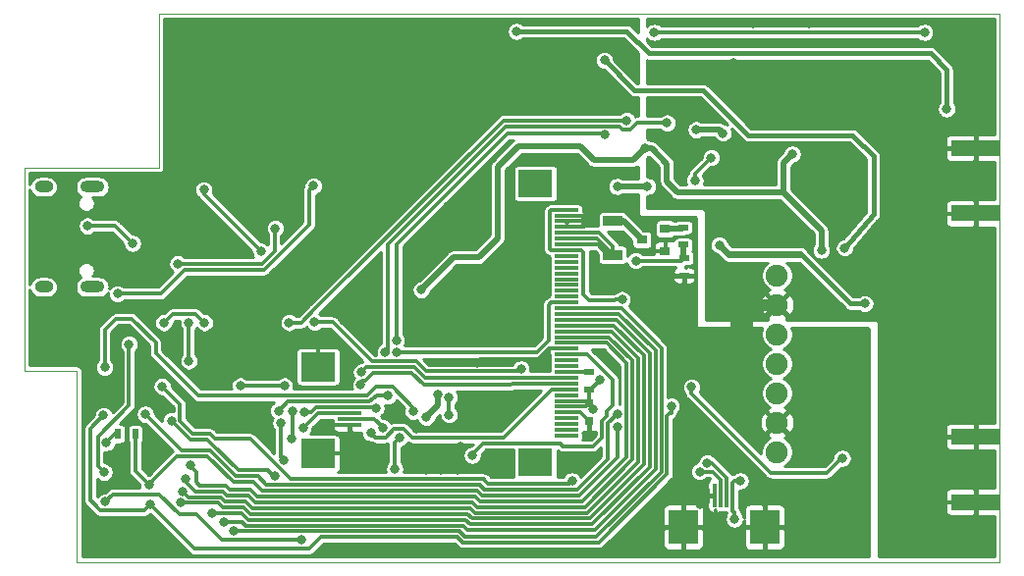
<source format=gbr>
G04 #@! TF.GenerationSoftware,KiCad,Pcbnew,(5.1.4)-1*
G04 #@! TF.CreationDate,2020-09-15T19:50:09+03:00*
G04 #@! TF.ProjectId,FinalPCB,46696e61-6c50-4434-922e-6b696361645f,rev?*
G04 #@! TF.SameCoordinates,Original*
G04 #@! TF.FileFunction,Copper,L2,Bot*
G04 #@! TF.FilePolarity,Positive*
%FSLAX46Y46*%
G04 Gerber Fmt 4.6, Leading zero omitted, Abs format (unit mm)*
G04 Created by KiCad (PCBNEW (5.1.4)-1) date 2020-09-15 19:50:09*
%MOMM*%
%LPD*%
G04 APERTURE LIST*
%ADD10C,0.050000*%
%ADD11R,0.300000X2.000000*%
%ADD12R,2.500000X3.000000*%
%ADD13R,3.000000X2.400000*%
%ADD14R,2.000000X0.300000*%
%ADD15R,3.000000X2.500000*%
%ADD16O,2.100000X1.000000*%
%ADD17O,1.600000X1.000000*%
%ADD18R,0.750000X0.800000*%
%ADD19R,4.200000X1.350000*%
%ADD20R,0.900000X0.800000*%
%ADD21R,0.900000X0.500000*%
%ADD22R,0.500000X0.900000*%
%ADD23C,1.900000*%
%ADD24R,1.700000X0.900000*%
%ADD25C,0.800000*%
%ADD26C,0.300000*%
%ADD27C,0.500000*%
%ADD28C,0.600000*%
%ADD29C,0.400000*%
%ADD30C,1.000000*%
%ADD31C,0.254000*%
G04 APERTURE END LIST*
D10*
X89700000Y-100100000D02*
X116800000Y-100100000D01*
X89700000Y-83600000D02*
X89700000Y-100100000D01*
X85200000Y-83600000D02*
X89700000Y-83600000D01*
X85200000Y-66100000D02*
X85200000Y-83600000D01*
X96800000Y-66100000D02*
X85200000Y-66100000D01*
X96800000Y-52800000D02*
X96800000Y-66100000D01*
X169300000Y-52800000D02*
X96800000Y-52800000D01*
X169300000Y-100100000D02*
X169300000Y-52800000D01*
X116800000Y-100100000D02*
X169300000Y-100100000D01*
D11*
X146250000Y-94350000D03*
X145750000Y-94350000D03*
X145250000Y-94350000D03*
X144750000Y-94350000D03*
D12*
X149000000Y-97100000D03*
X142000000Y-97100000D03*
D13*
X129250000Y-91450000D03*
X129250000Y-67450000D03*
D14*
X131900000Y-89200000D03*
X131900000Y-88700000D03*
X131900000Y-88200000D03*
X131900000Y-87700000D03*
X131900000Y-87200000D03*
X131900000Y-86700000D03*
X131900000Y-86200000D03*
X131900000Y-85700000D03*
X131900000Y-85200000D03*
X131900000Y-84700000D03*
X131900000Y-84200000D03*
X131900000Y-83700000D03*
X131900000Y-83200000D03*
X131900000Y-82700000D03*
X131900000Y-82200000D03*
X131900000Y-81700000D03*
X131900000Y-81200000D03*
X131900000Y-80700000D03*
X131900000Y-80200000D03*
X131900000Y-79700000D03*
X131900000Y-79200000D03*
X131900000Y-78700000D03*
X131900000Y-78200000D03*
X131900000Y-77700000D03*
X131900000Y-77200000D03*
X131900000Y-76700000D03*
X131900000Y-76200000D03*
X131900000Y-75700000D03*
X131900000Y-75200000D03*
X131900000Y-74700000D03*
X131900000Y-74200000D03*
X131900000Y-73700000D03*
X131900000Y-73200000D03*
X131900000Y-72700000D03*
X131900000Y-72200000D03*
X131900000Y-71700000D03*
X131900000Y-71200000D03*
X131900000Y-70700000D03*
X131900000Y-70200000D03*
X131900000Y-69700000D03*
X113250000Y-85750000D03*
X113250000Y-86250000D03*
X113250000Y-86750000D03*
X113250000Y-87250000D03*
X113250000Y-87750000D03*
X113250000Y-88250000D03*
D15*
X110500000Y-90750000D03*
X110500000Y-83250000D03*
D16*
X91030000Y-67730000D03*
X91030000Y-76370000D03*
D17*
X86850000Y-67730000D03*
X86850000Y-76370000D03*
D18*
X133900000Y-86450000D03*
X133900000Y-87950000D03*
D19*
X167200000Y-64375000D03*
X167200000Y-70025000D03*
X167200000Y-94925000D03*
X167200000Y-89275000D03*
D20*
X138425000Y-72300000D03*
X140425000Y-73250000D03*
X140425000Y-71350000D03*
D21*
X142075000Y-73875000D03*
X142075000Y-75375000D03*
X142000000Y-71225000D03*
X142000000Y-72725000D03*
X133900000Y-83700000D03*
X133900000Y-85200000D03*
D22*
X93250000Y-89050000D03*
X94750000Y-89050000D03*
D23*
X150075000Y-75380000D03*
X150075000Y-77920000D03*
X150075000Y-80460000D03*
X150075000Y-83000000D03*
X150075000Y-85540000D03*
X150075000Y-88080000D03*
X150075000Y-90620000D03*
D24*
X135900000Y-70700000D03*
X135900000Y-73600000D03*
D25*
X109900000Y-75400000D03*
X123300000Y-59100000D03*
X121550000Y-61575000D03*
X124000000Y-72900000D03*
X120550000Y-72150000D03*
X126375000Y-76250000D03*
X123800000Y-81100000D03*
X156100000Y-65000000D03*
X155000000Y-62100000D03*
X162000000Y-63400000D03*
X162900000Y-69700000D03*
X157800000Y-73100000D03*
X155000000Y-70200000D03*
X149200000Y-69400000D03*
X149200000Y-65900000D03*
X147600000Y-61000000D03*
X148000000Y-53600000D03*
X152800000Y-53600000D03*
X158300000Y-55300000D03*
X146318366Y-57050000D03*
X143500000Y-64100000D03*
X140400000Y-69000000D03*
X147000000Y-66900000D03*
X147000000Y-71400000D03*
X157300000Y-87400000D03*
X154200000Y-89700000D03*
X123400000Y-56400000D03*
X120100000Y-54700000D03*
X114500000Y-63400000D03*
X112400000Y-68700000D03*
X113600000Y-66300000D03*
X117500000Y-69000000D03*
X105400000Y-58100000D03*
X102800000Y-54000000D03*
X98100000Y-69000000D03*
X99600000Y-66200000D03*
X100700000Y-70300000D03*
X102000000Y-71600000D03*
X94093958Y-68193958D03*
X94200000Y-75900000D03*
X95700000Y-78300000D03*
X107900000Y-83000000D03*
X109000000Y-76300000D03*
X119800000Y-92199910D03*
X113100000Y-99000000D03*
X96000000Y-98700000D03*
X132000000Y-91300000D03*
X133800000Y-89100000D03*
X129300000Y-72400000D03*
X124200000Y-82900000D03*
X111300000Y-80700000D03*
X112705331Y-79294669D03*
X122800000Y-90150000D03*
X134500000Y-75400000D03*
X167200000Y-87700000D03*
X167200000Y-96600000D03*
X167200000Y-62700000D03*
X167200000Y-72000000D03*
X119000000Y-88599999D03*
X167300000Y-81500000D03*
X167300000Y-84900000D03*
X167300000Y-77900000D03*
X167300000Y-74900000D03*
X162900000Y-84900000D03*
X163100000Y-92100000D03*
X163300000Y-98500000D03*
X159300000Y-95700000D03*
X159300000Y-79800000D03*
X162800000Y-76900000D03*
X164300000Y-66800000D03*
X137800000Y-96900000D03*
X133700000Y-91300000D03*
X141800000Y-92600000D03*
X118100000Y-91650000D03*
X116200000Y-91100000D03*
X131700000Y-67400000D03*
X143400000Y-61000000D03*
X139800000Y-61300000D03*
X142800000Y-57700000D03*
X144900000Y-78300000D03*
X144900000Y-76300000D03*
X147200000Y-76300000D03*
X147200000Y-74600000D03*
X147100000Y-78200000D03*
X144800000Y-80900000D03*
X141500000Y-80800000D03*
X141500000Y-76800000D03*
X135000000Y-82200000D03*
X129000000Y-80300000D03*
X120000000Y-81100000D03*
X121700000Y-69400000D03*
X135800000Y-60800000D03*
X108200000Y-58000000D03*
X108200000Y-61100000D03*
X110400000Y-54400000D03*
X103100000Y-64200000D03*
X87400000Y-70200000D03*
X87300000Y-73600000D03*
X87000000Y-82100000D03*
X90700000Y-81300000D03*
X104100000Y-87300000D03*
X100900000Y-87300000D03*
X101100000Y-84700000D03*
X91200000Y-99000000D03*
X143400000Y-95100000D03*
X140000000Y-95100000D03*
X156800000Y-99000000D03*
X156800000Y-95300000D03*
X152000000Y-98900000D03*
X152100000Y-95300000D03*
X154800000Y-84200000D03*
X152300000Y-80900000D03*
X134300000Y-69600000D03*
X129500000Y-56200000D03*
X121100000Y-92200000D03*
X122500000Y-92200000D03*
X114100000Y-99200000D03*
X98400000Y-99100000D03*
X106500000Y-83300000D03*
X124400000Y-87000000D03*
X126300000Y-87000000D03*
X146900000Y-98800000D03*
X131700000Y-99300000D03*
X160000000Y-67800000D03*
X160000000Y-65800000D03*
X160000000Y-62000000D03*
X167100000Y-59200000D03*
X167100000Y-54400000D03*
X152900000Y-58100000D03*
X153400000Y-64400000D03*
X153500000Y-77300000D03*
X155000000Y-74700000D03*
X148100000Y-71400000D03*
X151600000Y-72100000D03*
X151600000Y-70800000D03*
X150400000Y-61900000D03*
X150200000Y-64400000D03*
X139100000Y-70800000D03*
X136300000Y-67700000D03*
X138900000Y-67700000D03*
X143100000Y-62800000D03*
X145400000Y-63100000D03*
X119400000Y-76600000D03*
X138700000Y-64400000D03*
X153900000Y-73200000D03*
X151400000Y-64900000D03*
X142994669Y-67155331D03*
X144400000Y-65200000D03*
X157650000Y-77800000D03*
X145100000Y-72750000D03*
X97050000Y-84950000D03*
X132400000Y-93099941D03*
X127600000Y-54325000D03*
X164700000Y-61000000D03*
X135200000Y-56800000D03*
X155900000Y-73000000D03*
X120823811Y-85683069D03*
X119826750Y-87614529D03*
X105600000Y-73300000D03*
X100640476Y-67974998D03*
X93200000Y-76950000D03*
X110100000Y-67650000D03*
X107600000Y-84900000D03*
X103800000Y-84900000D03*
X107294669Y-88094669D03*
X107550000Y-91300000D03*
X92100000Y-83300000D03*
X118700000Y-87100000D03*
X146900000Y-93100000D03*
X134200000Y-86900020D03*
X134834670Y-84365330D03*
X136712284Y-77452590D03*
X146400000Y-96400000D03*
X117100000Y-92100000D03*
X117500000Y-89400000D03*
X109100000Y-98200000D03*
X92150000Y-94900000D03*
X92050000Y-92350000D03*
X94200000Y-81300000D03*
X115500000Y-86800000D03*
X97850000Y-87900000D03*
X106750000Y-92699920D03*
X109300000Y-87150000D03*
X144050792Y-91540742D03*
X121800000Y-85900001D03*
X121800000Y-87400001D03*
X92250000Y-89800000D03*
X92000000Y-87450000D03*
X96000000Y-95150000D03*
X140950000Y-86650000D03*
X116550000Y-85750000D03*
X107100000Y-87050000D03*
X143400000Y-92300000D03*
X115050000Y-88950000D03*
X114180331Y-84830331D03*
X114238720Y-83711280D03*
X116050000Y-88500000D03*
X123800000Y-90900000D03*
X99500020Y-91711827D03*
X99050000Y-92900000D03*
X98805962Y-94012235D03*
X98650000Y-95000000D03*
X101400000Y-95850000D03*
X102400000Y-96650000D03*
X103200000Y-97450000D03*
X117300000Y-82000000D03*
X109200000Y-88550000D03*
X140589998Y-62210002D03*
X116300000Y-82000000D03*
X108000000Y-79450000D03*
X137100000Y-62000000D03*
X139500000Y-54400000D03*
X162800000Y-54400000D03*
X97200000Y-79450000D03*
X100700000Y-79450000D03*
X128000000Y-83450000D03*
X142700000Y-84999991D03*
X155700000Y-91150000D03*
X110200000Y-79400000D03*
X99350000Y-79450000D03*
X99350000Y-82750000D03*
X108305492Y-87045315D03*
X108250000Y-89450000D03*
X98404325Y-74369755D03*
X106800000Y-71300000D03*
X135200000Y-63250010D03*
X137900000Y-74100000D03*
X117249999Y-81000000D03*
X95900000Y-93400000D03*
X136349950Y-88400000D03*
X94500000Y-72600000D03*
X90600000Y-71100000D03*
X95600000Y-87350000D03*
X136300000Y-87300000D03*
D26*
X123300000Y-59100000D02*
X121700000Y-60700000D01*
X121700000Y-60700000D02*
X121700000Y-61425000D01*
X121700000Y-61425000D02*
X121550000Y-61575000D01*
X133350000Y-71200000D02*
X133450000Y-71100000D01*
X131900000Y-71200000D02*
X133350000Y-71200000D01*
X133350000Y-70700000D02*
X133450000Y-70800000D01*
X131900000Y-70700000D02*
X133350000Y-70700000D01*
D27*
X133450000Y-70300000D02*
X133450000Y-70800000D01*
X133450000Y-70800000D02*
X133450000Y-71100000D01*
D26*
X133350000Y-70200000D02*
X133450000Y-70300000D01*
X131900000Y-70200000D02*
X133350000Y-70200000D01*
D28*
X124000000Y-72900000D02*
X121450000Y-72900000D01*
X121450000Y-72900000D02*
X120700000Y-72150000D01*
X120700000Y-72150000D02*
X120550000Y-72150000D01*
D26*
X133150000Y-87200000D02*
X133900000Y-87950000D01*
X131900000Y-87200000D02*
X133150000Y-87200000D01*
D29*
X149200000Y-65900000D02*
X148000000Y-65900000D01*
X148000000Y-65900000D02*
X147000000Y-66900000D01*
X147200000Y-71400000D02*
X149200000Y-69400000D01*
X147000000Y-71400000D02*
X147200000Y-71400000D01*
X132000000Y-91300000D02*
X131434315Y-91300000D01*
D26*
X130407118Y-81700000D02*
X129507118Y-82600000D01*
X131900000Y-81700000D02*
X130407118Y-81700000D01*
X129507118Y-82600000D02*
X124500000Y-82600000D01*
X124500000Y-82600000D02*
X124200000Y-82900000D01*
X167200000Y-94925000D02*
X167200000Y-96600000D01*
X167200000Y-62700000D02*
X167200000Y-63265685D01*
D28*
X149125001Y-78869999D02*
X148030001Y-78869999D01*
X150075000Y-77920000D02*
X149125001Y-78869999D01*
X148030001Y-78869999D02*
X147900000Y-79000000D01*
D30*
X148731498Y-77920000D02*
X147500000Y-79151498D01*
X150075000Y-77920000D02*
X148731498Y-77920000D01*
X147500000Y-79151498D02*
X147500000Y-80000000D01*
X147500000Y-80000000D02*
X147200000Y-80000000D01*
X147200000Y-80000000D02*
X146600000Y-79400000D01*
X146600000Y-79400000D02*
X146600000Y-80200000D01*
D26*
X113250000Y-88250000D02*
X111450000Y-88250000D01*
X110750000Y-90750000D02*
X110800000Y-90700000D01*
X110500000Y-90750000D02*
X110750000Y-90750000D01*
X110800000Y-90700000D02*
X113300000Y-90700000D01*
X113250000Y-90650000D02*
X113250000Y-88250000D01*
X113300000Y-90700000D02*
X113250000Y-90650000D01*
X110500000Y-81500000D02*
X111300000Y-80700000D01*
X110500000Y-83250000D02*
X110500000Y-81500000D01*
X119800000Y-92199910D02*
X118649910Y-92199910D01*
X118649910Y-92199910D02*
X118100000Y-91650000D01*
X115234315Y-90700000D02*
X113300000Y-90700000D01*
X115634315Y-91100000D02*
X115234315Y-90700000D01*
X116200000Y-91100000D02*
X115634315Y-91100000D01*
D27*
X136300000Y-67700000D02*
X138900000Y-67700000D01*
X143100000Y-62800000D02*
X145100000Y-62800000D01*
X145100000Y-62800000D02*
X145400000Y-63100000D01*
X119400000Y-76600000D02*
X122200000Y-73800000D01*
X124358002Y-73800000D02*
X126000000Y-72158002D01*
X122200000Y-73800000D02*
X124358002Y-73800000D01*
X126000000Y-72158002D02*
X126000000Y-66000000D01*
X126000000Y-66000000D02*
X127800000Y-64200000D01*
X127800000Y-64200000D02*
X133100000Y-64200000D01*
X133100000Y-64200000D02*
X134300000Y-65400000D01*
X134300000Y-65400000D02*
X137700000Y-65400000D01*
X137700000Y-65400000D02*
X138700000Y-64400000D01*
X139265685Y-64400000D02*
X140600000Y-65734315D01*
X138700000Y-64400000D02*
X139265685Y-64400000D01*
X140600000Y-65734315D02*
X140600000Y-67300000D01*
X140600000Y-67300000D02*
X141500000Y-68200000D01*
X141500000Y-68200000D02*
X150600000Y-68200000D01*
X150600000Y-68200000D02*
X153900000Y-71500000D01*
X153900000Y-71500000D02*
X153900000Y-73200000D01*
X150600000Y-68200000D02*
X150600000Y-65700000D01*
X150600000Y-65700000D02*
X151400000Y-64900000D01*
D26*
X142994669Y-67155331D02*
X142994669Y-66605331D01*
X142994669Y-66605331D02*
X144400000Y-65200000D01*
D28*
X145900000Y-73550000D02*
X145100000Y-72750000D01*
D26*
X98600001Y-86500001D02*
X98600001Y-87942881D01*
X97050000Y-84950000D02*
X98600001Y-86500001D01*
X101171350Y-89049990D02*
X101583162Y-89461802D01*
X98600001Y-87942881D02*
X99707110Y-89049990D01*
X99707110Y-89049990D02*
X101171350Y-89049990D01*
X104621884Y-89461802D02*
X108109992Y-92949910D01*
X101583162Y-89461802D02*
X104621884Y-89461802D01*
X124799910Y-92999910D02*
X125149930Y-93349930D01*
X124799910Y-92949910D02*
X124799910Y-92999910D01*
X108109992Y-92949910D02*
X124799910Y-92949910D01*
D29*
X152050000Y-73550000D02*
X152150000Y-73550000D01*
D28*
X152050000Y-73550000D02*
X145900000Y-73550000D01*
D29*
X156400000Y-77800000D02*
X157650000Y-77800000D01*
X152150000Y-73550000D02*
X156400000Y-77800000D01*
D26*
X132150011Y-93349930D02*
X132400000Y-93099941D01*
X131350070Y-93349930D02*
X132150011Y-93349930D01*
X125149930Y-93349930D02*
X131350070Y-93349930D01*
D29*
X127600000Y-54325000D02*
X137125000Y-54325000D01*
X137125000Y-54325000D02*
X139000000Y-56200000D01*
X139000000Y-56200000D02*
X163300000Y-56200000D01*
X163300000Y-56200000D02*
X164700000Y-57600000D01*
X164700000Y-57600000D02*
X164700000Y-61000000D01*
X137800000Y-59400000D02*
X135200000Y-56800000D01*
X143700000Y-59400000D02*
X137800000Y-59400000D01*
X155900000Y-73000000D02*
X158400000Y-70100000D01*
X158400000Y-70100000D02*
X158400000Y-65100000D01*
X158400000Y-65100000D02*
X156600000Y-63300000D01*
X156600000Y-63300000D02*
X147600000Y-63300000D01*
X147600000Y-63300000D02*
X143700000Y-59400000D01*
D27*
X120823811Y-85683069D02*
X120823811Y-86617468D01*
X120823811Y-86617468D02*
X119826750Y-87614529D01*
D26*
X105600000Y-73300000D02*
X100640476Y-68340476D01*
X100640476Y-68340476D02*
X100640476Y-67974998D01*
X96934082Y-76950000D02*
X93200000Y-76950000D01*
X99014317Y-74869765D02*
X96934082Y-76950000D01*
X105847357Y-74869765D02*
X99014317Y-74869765D01*
X109750000Y-70967122D02*
X105847357Y-74869765D01*
X109750000Y-68000000D02*
X109750000Y-70967122D01*
X110100000Y-67650000D02*
X109750000Y-68000000D01*
X107600000Y-84900000D02*
X104000000Y-84900000D01*
X104000000Y-84900000D02*
X103800000Y-84900000D01*
X107294669Y-88094669D02*
X107294669Y-91044669D01*
X107294669Y-91044669D02*
X107550000Y-91300000D01*
X133900000Y-85200000D02*
X133900000Y-86450000D01*
X133650000Y-86200000D02*
X133900000Y-86450000D01*
X131900000Y-86200000D02*
X133650000Y-86200000D01*
X133650000Y-86700000D02*
X133900000Y-86450000D01*
X131900000Y-86700000D02*
X133650000Y-86700000D01*
X92100000Y-83300000D02*
X92100000Y-80100000D01*
X92100000Y-80100000D02*
X93100000Y-79100000D01*
X93100000Y-79100000D02*
X94400000Y-79100000D01*
X94400000Y-79100000D02*
X96500000Y-81200000D01*
X96500000Y-81200000D02*
X96500000Y-82100000D01*
X100150000Y-85750000D02*
X113250000Y-85750000D01*
X96500000Y-82100000D02*
X100150000Y-85750000D01*
X118700000Y-86789998D02*
X118700000Y-87100000D01*
X116910001Y-84999999D02*
X118700000Y-86789998D01*
X115511251Y-84999999D02*
X116910001Y-84999999D01*
X113250000Y-85750000D02*
X114761250Y-85750000D01*
X114761250Y-85750000D02*
X115511251Y-84999999D01*
X146250000Y-93250000D02*
X146250000Y-94350000D01*
X146900000Y-93100000D02*
X146400000Y-93100000D01*
X146400000Y-93100000D02*
X146250000Y-93250000D01*
X134200000Y-86750000D02*
X133900000Y-86450000D01*
X134200000Y-86900020D02*
X134200000Y-86750000D01*
X133900000Y-85200000D02*
X134000000Y-85200000D01*
X134000000Y-85200000D02*
X134834670Y-84365330D01*
X136146599Y-77452590D02*
X136099189Y-77500000D01*
X136712284Y-77452590D02*
X136146599Y-77452590D01*
X136099189Y-77500000D02*
X133900000Y-77500000D01*
X133900000Y-77500000D02*
X133400000Y-77000000D01*
X133400000Y-77000000D02*
X133400000Y-73400000D01*
X133200000Y-73200000D02*
X131900000Y-73200000D01*
X133400000Y-73400000D02*
X133200000Y-73200000D01*
X130600000Y-73200000D02*
X130500000Y-73100000D01*
X131900000Y-73200000D02*
X130600000Y-73200000D01*
X130600000Y-69700000D02*
X131900000Y-69700000D01*
X130500000Y-69800000D02*
X130600000Y-69700000D01*
X130500000Y-73100000D02*
X130500000Y-69800000D01*
X146400000Y-95834315D02*
X146265685Y-95700000D01*
X146400000Y-96400000D02*
X146400000Y-95834315D01*
X146250000Y-95450000D02*
X146250000Y-94350000D01*
X146265685Y-95465685D02*
X146250000Y-95450000D01*
X146265685Y-95700000D02*
X146265685Y-95465685D01*
X117100000Y-89800000D02*
X117500000Y-89400000D01*
X117100000Y-92100000D02*
X117100000Y-89800000D01*
X109100000Y-98200000D02*
X102200000Y-98200000D01*
X102200000Y-98200000D02*
X100000000Y-96000000D01*
X98539998Y-96000000D02*
X96789998Y-94250000D01*
X100000000Y-96000000D02*
X98539998Y-96000000D01*
X96789998Y-94250000D02*
X92800000Y-94250000D01*
X92800000Y-94250000D02*
X92150000Y-94900000D01*
X91499999Y-91799999D02*
X91499999Y-89250001D01*
X92050000Y-92350000D02*
X91499999Y-91799999D01*
X91499999Y-89250001D02*
X94200000Y-86550000D01*
X94200000Y-86550000D02*
X94200000Y-81300000D01*
X115450000Y-86750000D02*
X113250000Y-86750000D01*
X115500000Y-86800000D02*
X115450000Y-86750000D01*
X97850000Y-87900000D02*
X99500000Y-89550000D01*
X100964240Y-89550000D02*
X101376050Y-89961810D01*
X99500000Y-89550000D02*
X100964240Y-89550000D01*
X103614220Y-92199980D02*
X106149980Y-92199980D01*
X101376050Y-89961810D02*
X103614220Y-92199980D01*
X106149980Y-92199980D02*
X106649920Y-92699920D01*
X106649920Y-92699920D02*
X106750000Y-92699920D01*
X111950000Y-86750000D02*
X113250000Y-86750000D01*
X110292880Y-86750000D02*
X111950000Y-86750000D01*
X109892880Y-87150000D02*
X110292880Y-86750000D01*
X109300000Y-87150000D02*
X109892880Y-87150000D01*
X144447862Y-91540742D02*
X144050792Y-91540742D01*
X145750000Y-94350000D02*
X145750000Y-92842880D01*
X145750000Y-92842880D02*
X144447862Y-91540742D01*
X121800000Y-85900001D02*
X121800000Y-87400001D01*
X93250000Y-89050000D02*
X93000000Y-89050000D01*
X93000000Y-89050000D02*
X92250000Y-89800000D01*
X90850000Y-88600000D02*
X92000000Y-87450000D01*
X95499999Y-95650001D02*
X91700001Y-95650001D01*
X96000000Y-95150000D02*
X95499999Y-95650001D01*
X91700001Y-95650001D02*
X91350000Y-95300000D01*
X91350000Y-95300000D02*
X91350000Y-95250000D01*
X91350000Y-95250000D02*
X90850000Y-94750000D01*
X90850000Y-94750000D02*
X90850000Y-88600000D01*
X110749990Y-97950010D02*
X122492888Y-97950010D01*
X122942889Y-98400011D02*
X134707111Y-98400011D01*
X134707111Y-98400011D02*
X140600010Y-92507110D01*
X140850000Y-87250000D02*
X140915685Y-87250000D01*
X140950000Y-87215685D02*
X140950000Y-86650000D01*
X109749999Y-98950001D02*
X110749990Y-97950010D01*
X140915685Y-87250000D02*
X140950000Y-87215685D01*
X140600010Y-92507110D02*
X140600010Y-87499990D01*
X122492888Y-97950010D02*
X122942889Y-98400011D01*
X99800001Y-98950001D02*
X109749999Y-98950001D01*
X96000000Y-95150000D02*
X99800001Y-98950001D01*
X140600010Y-87499990D02*
X140850000Y-87250000D01*
X114939998Y-86250000D02*
X113250000Y-86250000D01*
X116550000Y-85750000D02*
X115550000Y-85750000D01*
X115550000Y-85750000D02*
X114939998Y-86250000D01*
X107900000Y-86250000D02*
X113250000Y-86250000D01*
X107100000Y-87050000D02*
X107900000Y-86250000D01*
X145250000Y-93050000D02*
X144500000Y-92300000D01*
X145250000Y-94350000D02*
X145250000Y-93050000D01*
X144500000Y-92300000D02*
X143400000Y-92300000D01*
X130900000Y-85200000D02*
X131900000Y-85200000D01*
X126469999Y-89349999D02*
X130619998Y-85200000D01*
X115050000Y-88950000D02*
X115449999Y-89349999D01*
X115449999Y-89349999D02*
X116310003Y-89349999D01*
X116310003Y-89349999D02*
X117060002Y-88600000D01*
X130619998Y-85200000D02*
X130900000Y-85200000D01*
X117889999Y-88600000D02*
X118639998Y-89349999D01*
X117060002Y-88600000D02*
X117889999Y-88600000D01*
X118639998Y-89349999D02*
X126469999Y-89349999D01*
X131900000Y-84700000D02*
X127250000Y-84700000D01*
X127250000Y-84700000D02*
X127119669Y-84830331D01*
X127119669Y-84830331D02*
X120069669Y-84830331D01*
X120069669Y-84830331D02*
X119616091Y-84830331D01*
X119616091Y-84830331D02*
X118585780Y-83800020D01*
X114180331Y-84619669D02*
X114180331Y-84830331D01*
X118585780Y-83800020D02*
X115259982Y-83800020D01*
X115259982Y-83800020D02*
X114598721Y-84461281D01*
X114598721Y-84461281D02*
X114338719Y-84461281D01*
X114338719Y-84461281D02*
X114180331Y-84619669D01*
X119800000Y-84200000D02*
X131900000Y-84200000D01*
X119692880Y-84200000D02*
X119800000Y-84200000D01*
X118792890Y-83300010D02*
X119692880Y-84200000D01*
X114649990Y-83300010D02*
X118792890Y-83300010D01*
X114238720Y-83711280D02*
X114649990Y-83300010D01*
X131900000Y-83700000D02*
X133900000Y-83700000D01*
X113250000Y-87750000D02*
X115350000Y-87750000D01*
X115350000Y-87750000D02*
X116050000Y-88450000D01*
X116050000Y-88450000D02*
X116050000Y-88500000D01*
X133730002Y-82200000D02*
X135900000Y-84369998D01*
X131900000Y-82200000D02*
X133730002Y-82200000D01*
X135900000Y-86589998D02*
X135400000Y-87089998D01*
X135900000Y-84369998D02*
X135900000Y-86589998D01*
X135400000Y-87492880D02*
X135000000Y-87892880D01*
X135400000Y-87089998D02*
X135400000Y-87492880D01*
X135000000Y-87892880D02*
X135000000Y-89200000D01*
X135000000Y-89339998D02*
X134239998Y-90100000D01*
X135000000Y-89200000D02*
X135000000Y-89339998D01*
X134239998Y-90100000D02*
X131600000Y-90100000D01*
X131399999Y-89899999D02*
X130700001Y-89899999D01*
X131600000Y-90100000D02*
X131399999Y-89899999D01*
X130650011Y-89850009D02*
X124749991Y-89850009D01*
X130700001Y-89899999D02*
X130650011Y-89850009D01*
X124749991Y-89850009D02*
X123800000Y-90800000D01*
X123800000Y-90800000D02*
X123800000Y-90900000D01*
X99500020Y-91800020D02*
X99500020Y-91711827D01*
X105285540Y-94449940D02*
X104685562Y-93849962D01*
X100299970Y-93499970D02*
X100000000Y-93200000D01*
X133307320Y-94849960D02*
X124435560Y-94849960D01*
X131900000Y-81200000D02*
X135385730Y-81200000D01*
X137099950Y-91057330D02*
X133307320Y-94849960D01*
X123649948Y-94449948D02*
X123649940Y-94449940D01*
X135385730Y-81200000D02*
X137099950Y-82914220D01*
X123649940Y-94449940D02*
X105285540Y-94449940D01*
X124435560Y-94849960D02*
X124035548Y-94449948D01*
X104685562Y-93849962D02*
X102871322Y-93849962D01*
X102871322Y-93849962D02*
X102521330Y-93499970D01*
X102521330Y-93499970D02*
X100299970Y-93499970D01*
X124035548Y-94449948D02*
X123649948Y-94449948D01*
X100000000Y-93200000D02*
X100000000Y-92300000D01*
X137099950Y-82914220D02*
X137099950Y-91057330D01*
X100000000Y-92300000D02*
X99500020Y-91800020D01*
X102664212Y-94349972D02*
X102314220Y-93999980D01*
X104478452Y-94349972D02*
X102664212Y-94349972D01*
X105078430Y-94949950D02*
X104478452Y-94349972D01*
X123699950Y-94949950D02*
X105078430Y-94949950D01*
X123699956Y-94949956D02*
X123699950Y-94949950D01*
X123828436Y-94949956D02*
X123699956Y-94949956D01*
X131900000Y-80700000D02*
X135592850Y-80700000D01*
X102314220Y-93999980D02*
X99903709Y-93999980D01*
X135592850Y-80700000D02*
X137599960Y-82707110D01*
X99903709Y-93999980D02*
X99050000Y-93146271D01*
X137599960Y-82707110D02*
X137599960Y-91264440D01*
X137599960Y-91264440D02*
X133514430Y-95349970D01*
X133514430Y-95349970D02*
X124228450Y-95349970D01*
X99050000Y-93146271D02*
X99050000Y-92900000D01*
X124228450Y-95349970D02*
X123828436Y-94949956D01*
X131900000Y-80200000D02*
X135799970Y-80200000D01*
X135799970Y-80200000D02*
X138099970Y-82500000D01*
X138099970Y-82500000D02*
X138099970Y-91471550D01*
X138099970Y-91471550D02*
X134121560Y-95449960D01*
X134121560Y-95449960D02*
X133721540Y-95849980D01*
X133721540Y-95849980D02*
X124200000Y-95849980D01*
X123257144Y-95449964D02*
X123257140Y-95449960D01*
X123621324Y-95449964D02*
X123257144Y-95449964D01*
X124200000Y-95849980D02*
X124021340Y-95849980D01*
X102457102Y-94849982D02*
X102107110Y-94499990D01*
X102107110Y-94499990D02*
X99293717Y-94499990D01*
X104271342Y-94849982D02*
X102457102Y-94849982D01*
X99293717Y-94499990D02*
X98805962Y-94012235D01*
X104871320Y-95449960D02*
X104271342Y-94849982D01*
X106621330Y-95449960D02*
X104871320Y-95449960D01*
X122850044Y-95449964D02*
X122850040Y-95449960D01*
X123621324Y-95449964D02*
X122850044Y-95449964D01*
X123835680Y-95664320D02*
X123621324Y-95449964D01*
X122850040Y-95449960D02*
X106621330Y-95449960D01*
X124021340Y-95849980D02*
X123835680Y-95664320D01*
X101900000Y-95000000D02*
X98650000Y-95000000D01*
X102249992Y-95349992D02*
X101900000Y-95000000D01*
X104064232Y-95349992D02*
X102249992Y-95349992D01*
X123050030Y-95949970D02*
X104664210Y-95949970D01*
X123050034Y-95949974D02*
X123050030Y-95949970D01*
X123414214Y-95949974D02*
X123050034Y-95949974D01*
X131900000Y-79700000D02*
X136028640Y-79700000D01*
X138599980Y-82271340D02*
X138599980Y-91678660D01*
X138599980Y-91678660D02*
X133928650Y-96349990D01*
X104664210Y-95949970D02*
X104064232Y-95349992D01*
X136028640Y-79700000D02*
X138599980Y-82271340D01*
X133928650Y-96349990D02*
X123814230Y-96349990D01*
X123814230Y-96349990D02*
X123414214Y-95949974D01*
X103857120Y-95850000D02*
X101400000Y-95850000D01*
X104457100Y-96449980D02*
X103857120Y-95850000D01*
X122950022Y-96449982D02*
X122950020Y-96449980D01*
X123207102Y-96449982D02*
X122950022Y-96449982D01*
X131900000Y-79200000D02*
X136235760Y-79200000D01*
X139099990Y-82064230D02*
X139099990Y-91885770D01*
X122950020Y-96449980D02*
X104457100Y-96449980D01*
X139099990Y-91885770D02*
X134135760Y-96850000D01*
X134135760Y-96850000D02*
X123607120Y-96850000D01*
X136235760Y-79200000D02*
X139099990Y-82064230D01*
X123607120Y-96850000D02*
X123207102Y-96449982D01*
X102965685Y-96650000D02*
X102400000Y-96650000D01*
X104249990Y-96949990D02*
X103950000Y-96650000D01*
X122999990Y-96949990D02*
X104249990Y-96949990D01*
X136442880Y-78700000D02*
X139600000Y-81857120D01*
X131900000Y-78700000D02*
X136442880Y-78700000D01*
X139600000Y-81857120D02*
X139600000Y-92092880D01*
X139600000Y-92092880D02*
X134342870Y-97350010D01*
X103950000Y-96650000D02*
X102965685Y-96650000D01*
X134342870Y-97350010D02*
X123400010Y-97350010D01*
X123400010Y-97350010D02*
X122999990Y-96949990D01*
X122700000Y-97450000D02*
X103200000Y-97450000D01*
X123150000Y-97900000D02*
X122700000Y-97450000D01*
X134500000Y-97900000D02*
X123150000Y-97900000D01*
X131900000Y-78200000D02*
X136650000Y-78200000D01*
X136650000Y-78200000D02*
X140100000Y-81650000D01*
X140100000Y-81650000D02*
X140100000Y-92300000D01*
X140100000Y-92300000D02*
X134500000Y-97900000D01*
X130600000Y-77700000D02*
X131900000Y-77700000D01*
X130400000Y-77900000D02*
X130600000Y-77700000D01*
X130400000Y-80999998D02*
X130400000Y-77900000D01*
X129399998Y-82000000D02*
X130400000Y-80999998D01*
X117300000Y-82000000D02*
X129399998Y-82000000D01*
X135500000Y-73600000D02*
X135900000Y-73600000D01*
X134600000Y-72700000D02*
X135500000Y-73600000D01*
X131900000Y-72700000D02*
X134600000Y-72700000D01*
X135900000Y-73550000D02*
X135900000Y-73600000D01*
X131900000Y-72200000D02*
X134550000Y-72200000D01*
X134550000Y-72200000D02*
X135900000Y-73550000D01*
X135900000Y-72850000D02*
X135900000Y-73600000D01*
X134750000Y-71700000D02*
X135900000Y-72850000D01*
X131900000Y-71700000D02*
X134750000Y-71700000D01*
X113250000Y-87250000D02*
X110500000Y-87250000D01*
X110500000Y-87250000D02*
X109200000Y-88550000D01*
D27*
X136825000Y-70700000D02*
X138425000Y-72300000D01*
X135900000Y-70700000D02*
X136825000Y-70700000D01*
X141875000Y-71350000D02*
X142000000Y-71225000D01*
X140425000Y-71350000D02*
X141875000Y-71350000D01*
D26*
X136739999Y-62750001D02*
X137460001Y-62750001D01*
X136490008Y-62500010D02*
X136739999Y-62750001D01*
X126707110Y-62500010D02*
X136490008Y-62500010D01*
X138000000Y-62210002D02*
X140589998Y-62210002D01*
X137460001Y-62750001D02*
X138000000Y-62210002D01*
X116300000Y-82000000D02*
X116499999Y-82100001D01*
X116499999Y-82100001D02*
X116499999Y-72707121D01*
X116499999Y-72707121D02*
X126707110Y-62500010D01*
X109039998Y-79450000D02*
X110189998Y-78300000D01*
X108000000Y-79450000D02*
X109039998Y-79450000D01*
X110189998Y-78300000D02*
X110200000Y-78300000D01*
X110200000Y-78300000D02*
X126500000Y-62000000D01*
X126500000Y-62000000D02*
X137100000Y-62000000D01*
X139500000Y-54400000D02*
X162800000Y-54400000D01*
X97950001Y-78699999D02*
X99899999Y-78699999D01*
X97200000Y-79450000D02*
X97950001Y-78699999D01*
X99899999Y-78699999D02*
X100650000Y-79450000D01*
X100650000Y-79450000D02*
X100700000Y-79450000D01*
X142700000Y-85565676D02*
X149534324Y-92400000D01*
X142700000Y-84999991D02*
X142700000Y-85565676D01*
X149534324Y-92400000D02*
X154400000Y-92400000D01*
X154400000Y-92400000D02*
X155650000Y-91150000D01*
X155650000Y-91150000D02*
X155700000Y-91150000D01*
X127800000Y-83650000D02*
X128000000Y-83450000D01*
X119850000Y-83650000D02*
X127800000Y-83650000D01*
X119000000Y-82800000D02*
X119850000Y-83650000D01*
X115150000Y-82800000D02*
X119000000Y-82800000D01*
X111750000Y-79400000D02*
X115150000Y-82800000D01*
X110200000Y-79400000D02*
X111750000Y-79400000D01*
X99350000Y-79450000D02*
X99350000Y-80015685D01*
X99350000Y-80015685D02*
X99350000Y-82750000D01*
X108305492Y-87045315D02*
X108305492Y-89394508D01*
X108305492Y-89394508D02*
X108250000Y-89450000D01*
X105640247Y-74369755D02*
X106750000Y-73260002D01*
X98404325Y-74369755D02*
X105640247Y-74369755D01*
X106750000Y-73260002D02*
X106750000Y-71350000D01*
X106750000Y-71350000D02*
X106800000Y-71300000D01*
D27*
X142000000Y-73800000D02*
X142075000Y-73875000D01*
X142000000Y-72725000D02*
X142000000Y-73800000D01*
D26*
X141850000Y-74100000D02*
X142075000Y-73875000D01*
X137900000Y-74100000D02*
X141850000Y-74100000D01*
X135049990Y-63100000D02*
X135200000Y-63250010D01*
X126814240Y-63100000D02*
X135049990Y-63100000D01*
X117249999Y-81000000D02*
X117249999Y-72664241D01*
X117249999Y-72664241D02*
X126814240Y-63100000D01*
X94750000Y-92250000D02*
X94750000Y-89050000D01*
X95900000Y-93400000D02*
X94750000Y-92250000D01*
X124242651Y-93949933D02*
X124009423Y-93949931D01*
X136349950Y-91064292D02*
X133064291Y-94349951D01*
X133064291Y-94349951D02*
X124642668Y-94349950D01*
X124009423Y-93949931D02*
X105699930Y-93949930D01*
X98338173Y-90961827D02*
X96299999Y-93000001D01*
X96299999Y-93000001D02*
X95900000Y-93400000D01*
X104950001Y-93200001D02*
X103199998Y-93200000D01*
X124642668Y-94349950D02*
X124242651Y-93949933D01*
X136349950Y-88400000D02*
X136349950Y-91064292D01*
X105699930Y-93949930D02*
X104950001Y-93200001D01*
X100961825Y-90961827D02*
X98338173Y-90961827D01*
X103199998Y-93200000D02*
X100961825Y-90961827D01*
X94500000Y-72600000D02*
X93000000Y-71100000D01*
X93000000Y-71100000D02*
X90600000Y-71100000D01*
X106049922Y-93449922D02*
X105299990Y-92699990D01*
X105299990Y-92699990D02*
X103407110Y-92699990D01*
X132857181Y-93849941D02*
X124849780Y-93849940D01*
X124849780Y-93849940D02*
X124449762Y-93449922D01*
X124449762Y-93449922D02*
X106049922Y-93449922D01*
X135500010Y-91207112D02*
X132857181Y-93849941D01*
X101168936Y-90461816D02*
X98711816Y-90461816D01*
X95999999Y-87749999D02*
X95600000Y-87350000D01*
X98711816Y-90461816D02*
X95999999Y-87749999D01*
X135500010Y-88099990D02*
X135500010Y-91207112D01*
X103407110Y-92699990D02*
X101168936Y-90461816D01*
X136300000Y-87300000D02*
X135500010Y-88099990D01*
D31*
G36*
X168848001Y-63171058D02*
G01*
X167404750Y-63173000D01*
X167273000Y-63304750D01*
X167273000Y-64302000D01*
X167293000Y-64302000D01*
X167293000Y-64448000D01*
X167273000Y-64448000D01*
X167273000Y-65445250D01*
X167404750Y-65577000D01*
X168848001Y-65578942D01*
X168848001Y-68821058D01*
X167404750Y-68823000D01*
X167273000Y-68954750D01*
X167273000Y-69952000D01*
X167293000Y-69952000D01*
X167293000Y-70098000D01*
X167273000Y-70098000D01*
X167273000Y-71095250D01*
X167404750Y-71227000D01*
X168848001Y-71228942D01*
X168848000Y-88071058D01*
X167404750Y-88073000D01*
X167273000Y-88204750D01*
X167273000Y-89202000D01*
X167293000Y-89202000D01*
X167293000Y-89348000D01*
X167273000Y-89348000D01*
X167273000Y-90345250D01*
X167404750Y-90477000D01*
X168848000Y-90478942D01*
X168848000Y-93721058D01*
X167404750Y-93723000D01*
X167273000Y-93854750D01*
X167273000Y-94852000D01*
X167293000Y-94852000D01*
X167293000Y-94998000D01*
X167273000Y-94998000D01*
X167273000Y-95995250D01*
X167404750Y-96127000D01*
X168848000Y-96128942D01*
X168848000Y-99648000D01*
X158827000Y-99648000D01*
X158827000Y-95600000D01*
X164570450Y-95600000D01*
X164580625Y-95703310D01*
X164610760Y-95802650D01*
X164659695Y-95894202D01*
X164725552Y-95974448D01*
X164805798Y-96040305D01*
X164897350Y-96089240D01*
X164996690Y-96119375D01*
X165100000Y-96129550D01*
X166995250Y-96127000D01*
X167127000Y-95995250D01*
X167127000Y-94998000D01*
X164704750Y-94998000D01*
X164573000Y-95129750D01*
X164570450Y-95600000D01*
X158827000Y-95600000D01*
X158827000Y-94250000D01*
X164570450Y-94250000D01*
X164573000Y-94720250D01*
X164704750Y-94852000D01*
X167127000Y-94852000D01*
X167127000Y-93854750D01*
X166995250Y-93723000D01*
X165100000Y-93720450D01*
X164996690Y-93730625D01*
X164897350Y-93760760D01*
X164805798Y-93809695D01*
X164725552Y-93875552D01*
X164659695Y-93955798D01*
X164610760Y-94047350D01*
X164580625Y-94146690D01*
X164570450Y-94250000D01*
X158827000Y-94250000D01*
X158827000Y-89950000D01*
X164570450Y-89950000D01*
X164580625Y-90053310D01*
X164610760Y-90152650D01*
X164659695Y-90244202D01*
X164725552Y-90324448D01*
X164805798Y-90390305D01*
X164897350Y-90439240D01*
X164996690Y-90469375D01*
X165100000Y-90479550D01*
X166995250Y-90477000D01*
X167127000Y-90345250D01*
X167127000Y-89348000D01*
X164704750Y-89348000D01*
X164573000Y-89479750D01*
X164570450Y-89950000D01*
X158827000Y-89950000D01*
X158827000Y-88600000D01*
X164570450Y-88600000D01*
X164573000Y-89070250D01*
X164704750Y-89202000D01*
X167127000Y-89202000D01*
X167127000Y-88204750D01*
X166995250Y-88073000D01*
X165100000Y-88070450D01*
X164996690Y-88080625D01*
X164897350Y-88110760D01*
X164805798Y-88159695D01*
X164725552Y-88225552D01*
X164659695Y-88305798D01*
X164610760Y-88397350D01*
X164580625Y-88496690D01*
X164570450Y-88600000D01*
X158827000Y-88600000D01*
X158827000Y-79500000D01*
X158824560Y-79475224D01*
X158809336Y-79398687D01*
X158802109Y-79374862D01*
X158790372Y-79352905D01*
X158747017Y-79288021D01*
X158731223Y-79268776D01*
X158711979Y-79252983D01*
X158647095Y-79209628D01*
X158625139Y-79197892D01*
X158601313Y-79190664D01*
X158524776Y-79175440D01*
X158500000Y-79173000D01*
X150866956Y-79173000D01*
X150887246Y-79162155D01*
X150978276Y-78926513D01*
X150075000Y-78023238D01*
X149171724Y-78926513D01*
X149262754Y-79162155D01*
X149283538Y-79173000D01*
X143966721Y-79173000D01*
X143940741Y-79166039D01*
X143933961Y-79159259D01*
X143927000Y-79133279D01*
X143927000Y-77934747D01*
X148590926Y-77934747D01*
X148622319Y-78223992D01*
X148709537Y-78501554D01*
X148832845Y-78732246D01*
X149068487Y-78823276D01*
X149971762Y-77920000D01*
X150178238Y-77920000D01*
X151081513Y-78823276D01*
X151317155Y-78732246D01*
X151451749Y-78474306D01*
X151533435Y-78195065D01*
X151559074Y-77905253D01*
X151527681Y-77616008D01*
X151440463Y-77338446D01*
X151317155Y-77107754D01*
X151081513Y-77016724D01*
X150178238Y-77920000D01*
X149971762Y-77920000D01*
X149068487Y-77016724D01*
X148832845Y-77107754D01*
X148698251Y-77365694D01*
X148616565Y-77644935D01*
X148590926Y-77934747D01*
X143927000Y-77934747D01*
X143927000Y-72668548D01*
X144273000Y-72668548D01*
X144273000Y-72831452D01*
X144304782Y-72991227D01*
X144367123Y-73141731D01*
X144457628Y-73277181D01*
X144572819Y-73392372D01*
X144708269Y-73482877D01*
X144858773Y-73545218D01*
X144869149Y-73547282D01*
X145360683Y-74038817D01*
X145383446Y-74066554D01*
X145494147Y-74157403D01*
X145598369Y-74213111D01*
X145620443Y-74224910D01*
X145757482Y-74266480D01*
X145900000Y-74280517D01*
X145935708Y-74277000D01*
X149247221Y-74277000D01*
X149197213Y-74310414D01*
X149005414Y-74502213D01*
X148854718Y-74727746D01*
X148750917Y-74978344D01*
X148698000Y-75244377D01*
X148698000Y-75515623D01*
X148750917Y-75781656D01*
X148854718Y-76032254D01*
X149005414Y-76257787D01*
X149197213Y-76449586D01*
X149416132Y-76595863D01*
X149262754Y-76677845D01*
X149171724Y-76913487D01*
X150075000Y-77816762D01*
X150978276Y-76913487D01*
X150887246Y-76677845D01*
X150732230Y-76596957D01*
X150952787Y-76449586D01*
X151144586Y-76257787D01*
X151295282Y-76032254D01*
X151399083Y-75781656D01*
X151452000Y-75515623D01*
X151452000Y-75244377D01*
X151399083Y-74978344D01*
X151295282Y-74727746D01*
X151144586Y-74502213D01*
X150952787Y-74310414D01*
X150902779Y-74277000D01*
X151990289Y-74277000D01*
X155934866Y-78221578D01*
X155954499Y-78245501D01*
X156036883Y-78313111D01*
X156049972Y-78323853D01*
X156158896Y-78382075D01*
X156277087Y-78417927D01*
X156400000Y-78430033D01*
X156430794Y-78427000D01*
X157107447Y-78427000D01*
X157122819Y-78442372D01*
X157258269Y-78532877D01*
X157408773Y-78595218D01*
X157568548Y-78627000D01*
X157731452Y-78627000D01*
X157891227Y-78595218D01*
X158041731Y-78532877D01*
X158177181Y-78442372D01*
X158292372Y-78327181D01*
X158382877Y-78191731D01*
X158445218Y-78041227D01*
X158477000Y-77881452D01*
X158477000Y-77718548D01*
X158445218Y-77558773D01*
X158382877Y-77408269D01*
X158292372Y-77272819D01*
X158177181Y-77157628D01*
X158041731Y-77067123D01*
X157891227Y-77004782D01*
X157731452Y-76973000D01*
X157568548Y-76973000D01*
X157408773Y-77004782D01*
X157258269Y-77067123D01*
X157122819Y-77157628D01*
X157107447Y-77173000D01*
X156659712Y-77173000D01*
X152687884Y-73201173D01*
X152657403Y-73144147D01*
X152566554Y-73033446D01*
X152455853Y-72942597D01*
X152329557Y-72875090D01*
X152192517Y-72833520D01*
X152085708Y-72823000D01*
X146201133Y-72823000D01*
X145897282Y-72519149D01*
X145895218Y-72508773D01*
X145832877Y-72358269D01*
X145742372Y-72222819D01*
X145627181Y-72107628D01*
X145491731Y-72017123D01*
X145341227Y-71954782D01*
X145181452Y-71923000D01*
X145018548Y-71923000D01*
X144858773Y-71954782D01*
X144708269Y-72017123D01*
X144572819Y-72107628D01*
X144457628Y-72222819D01*
X144367123Y-72358269D01*
X144304782Y-72508773D01*
X144273000Y-72668548D01*
X143927000Y-72668548D01*
X143927000Y-69900000D01*
X143924560Y-69875224D01*
X143909336Y-69798687D01*
X143902109Y-69774862D01*
X143890372Y-69752905D01*
X143847017Y-69688021D01*
X143831223Y-69668776D01*
X143811979Y-69652983D01*
X143747095Y-69609628D01*
X143725139Y-69597892D01*
X143701313Y-69590664D01*
X143624776Y-69575440D01*
X143600000Y-69573000D01*
X138912509Y-69573000D01*
X138873016Y-69565144D01*
X138850141Y-69549859D01*
X138834856Y-69526984D01*
X138827000Y-69487491D01*
X138827000Y-68527000D01*
X138981452Y-68527000D01*
X139141227Y-68495218D01*
X139291731Y-68432877D01*
X139427181Y-68342372D01*
X139542372Y-68227181D01*
X139632877Y-68091731D01*
X139695218Y-67941227D01*
X139727000Y-67781452D01*
X139727000Y-67618548D01*
X139695218Y-67458773D01*
X139632877Y-67308269D01*
X139542372Y-67172819D01*
X139427181Y-67057628D01*
X139291731Y-66967123D01*
X139141227Y-66904782D01*
X138981452Y-66873000D01*
X138827000Y-66873000D01*
X138827000Y-65230423D01*
X138842583Y-65214840D01*
X138941227Y-65195218D01*
X139055958Y-65147695D01*
X139923000Y-66014737D01*
X139923001Y-67266746D01*
X139919726Y-67300000D01*
X139932796Y-67432714D01*
X139971508Y-67560329D01*
X140034372Y-67677940D01*
X140097776Y-67755198D01*
X140097779Y-67755201D01*
X140118974Y-67781027D01*
X140144800Y-67802222D01*
X140997774Y-68655196D01*
X141018973Y-68681027D01*
X141122059Y-68765628D01*
X141239670Y-68828492D01*
X141367285Y-68867204D01*
X141466748Y-68877000D01*
X141466757Y-68877000D01*
X141499999Y-68880274D01*
X141533241Y-68877000D01*
X150319578Y-68877000D01*
X153223000Y-71780423D01*
X153223001Y-72724642D01*
X153167123Y-72808269D01*
X153104782Y-72958773D01*
X153073000Y-73118548D01*
X153073000Y-73281452D01*
X153104782Y-73441227D01*
X153167123Y-73591731D01*
X153257628Y-73727181D01*
X153372819Y-73842372D01*
X153508269Y-73932877D01*
X153658773Y-73995218D01*
X153818548Y-74027000D01*
X153981452Y-74027000D01*
X154141227Y-73995218D01*
X154291731Y-73932877D01*
X154427181Y-73842372D01*
X154542372Y-73727181D01*
X154632877Y-73591731D01*
X154695218Y-73441227D01*
X154727000Y-73281452D01*
X154727000Y-73118548D01*
X154695218Y-72958773D01*
X154632877Y-72808269D01*
X154577000Y-72724643D01*
X154577000Y-71533252D01*
X154580275Y-71500000D01*
X154567204Y-71367285D01*
X154528492Y-71239670D01*
X154465628Y-71122059D01*
X154402224Y-71044801D01*
X154402218Y-71044795D01*
X154381026Y-71018973D01*
X154355206Y-70997783D01*
X151277000Y-67919578D01*
X151277000Y-65980422D01*
X151542582Y-65714840D01*
X151641227Y-65695218D01*
X151791731Y-65632877D01*
X151927181Y-65542372D01*
X152042372Y-65427181D01*
X152132877Y-65291731D01*
X152195218Y-65141227D01*
X152227000Y-64981452D01*
X152227000Y-64818548D01*
X152195218Y-64658773D01*
X152132877Y-64508269D01*
X152042372Y-64372819D01*
X151927181Y-64257628D01*
X151791731Y-64167123D01*
X151641227Y-64104782D01*
X151481452Y-64073000D01*
X151318548Y-64073000D01*
X151158773Y-64104782D01*
X151008269Y-64167123D01*
X150872819Y-64257628D01*
X150757628Y-64372819D01*
X150667123Y-64508269D01*
X150604782Y-64658773D01*
X150585160Y-64757418D01*
X150144800Y-65197778D01*
X150118974Y-65218973D01*
X150097779Y-65244799D01*
X150097776Y-65244802D01*
X150034372Y-65322060D01*
X149971508Y-65439671D01*
X149932796Y-65567286D01*
X149919726Y-65700000D01*
X149923001Y-65733254D01*
X149923000Y-67523000D01*
X143737513Y-67523000D01*
X143789887Y-67396558D01*
X143821669Y-67236783D01*
X143821669Y-67073879D01*
X143789887Y-66914104D01*
X143727546Y-66763600D01*
X143697447Y-66718554D01*
X144389002Y-66027000D01*
X144481452Y-66027000D01*
X144641227Y-65995218D01*
X144791731Y-65932877D01*
X144927181Y-65842372D01*
X145042372Y-65727181D01*
X145132877Y-65591731D01*
X145195218Y-65441227D01*
X145227000Y-65281452D01*
X145227000Y-65118548D01*
X145195218Y-64958773D01*
X145132877Y-64808269D01*
X145042372Y-64672819D01*
X144927181Y-64557628D01*
X144791731Y-64467123D01*
X144641227Y-64404782D01*
X144481452Y-64373000D01*
X144318548Y-64373000D01*
X144158773Y-64404782D01*
X144008269Y-64467123D01*
X143872819Y-64557628D01*
X143757628Y-64672819D01*
X143667123Y-64808269D01*
X143604782Y-64958773D01*
X143573000Y-65118548D01*
X143573000Y-65210998D01*
X142606702Y-66177297D01*
X142584696Y-66195357D01*
X142566635Y-66217364D01*
X142566632Y-66217367D01*
X142550899Y-66236538D01*
X142512591Y-66283216D01*
X142459012Y-66383455D01*
X142453533Y-66401518D01*
X142426018Y-66492220D01*
X142419223Y-66561224D01*
X142352297Y-66628150D01*
X142261792Y-66763600D01*
X142199451Y-66914104D01*
X142167669Y-67073879D01*
X142167669Y-67236783D01*
X142199451Y-67396558D01*
X142251825Y-67523000D01*
X141780422Y-67523000D01*
X141277000Y-67019578D01*
X141277000Y-65767556D01*
X141280274Y-65734314D01*
X141277000Y-65701072D01*
X141277000Y-65701063D01*
X141267204Y-65601600D01*
X141228492Y-65473985D01*
X141165628Y-65356374D01*
X141081026Y-65253288D01*
X141055200Y-65232093D01*
X139767911Y-63944804D01*
X139746712Y-63918973D01*
X139643626Y-63834372D01*
X139526015Y-63771508D01*
X139398400Y-63732796D01*
X139298937Y-63723000D01*
X139298930Y-63723000D01*
X139265685Y-63719726D01*
X139232440Y-63723000D01*
X139175357Y-63723000D01*
X139091731Y-63667123D01*
X138941227Y-63604782D01*
X138827000Y-63582060D01*
X138827000Y-62787002D01*
X139997445Y-62787002D01*
X140062817Y-62852374D01*
X140198267Y-62942879D01*
X140348771Y-63005220D01*
X140508546Y-63037002D01*
X140671450Y-63037002D01*
X140831225Y-63005220D01*
X140981729Y-62942879D01*
X141117179Y-62852374D01*
X141232370Y-62737183D01*
X141322875Y-62601733D01*
X141385216Y-62451229D01*
X141416998Y-62291454D01*
X141416998Y-62128550D01*
X141385216Y-61968775D01*
X141322875Y-61818271D01*
X141232370Y-61682821D01*
X141117179Y-61567630D01*
X140981729Y-61477125D01*
X140831225Y-61414784D01*
X140671450Y-61383002D01*
X140508546Y-61383002D01*
X140348771Y-61414784D01*
X140198267Y-61477125D01*
X140062817Y-61567630D01*
X139997445Y-61633002D01*
X138827000Y-61633002D01*
X138827000Y-60027000D01*
X143440289Y-60027000D01*
X145772407Y-62359119D01*
X145641227Y-62304782D01*
X145538944Y-62284436D01*
X145477941Y-62234372D01*
X145360330Y-62171508D01*
X145232715Y-62132796D01*
X145133252Y-62123000D01*
X145133245Y-62123000D01*
X145100000Y-62119726D01*
X145066755Y-62123000D01*
X143575357Y-62123000D01*
X143491731Y-62067123D01*
X143341227Y-62004782D01*
X143181452Y-61973000D01*
X143018548Y-61973000D01*
X142858773Y-62004782D01*
X142708269Y-62067123D01*
X142572819Y-62157628D01*
X142457628Y-62272819D01*
X142367123Y-62408269D01*
X142304782Y-62558773D01*
X142273000Y-62718548D01*
X142273000Y-62881452D01*
X142304782Y-63041227D01*
X142367123Y-63191731D01*
X142457628Y-63327181D01*
X142572819Y-63442372D01*
X142708269Y-63532877D01*
X142858773Y-63595218D01*
X143018548Y-63627000D01*
X143181452Y-63627000D01*
X143341227Y-63595218D01*
X143491731Y-63532877D01*
X143575357Y-63477000D01*
X144661021Y-63477000D01*
X144667123Y-63491731D01*
X144757628Y-63627181D01*
X144872819Y-63742372D01*
X145008269Y-63832877D01*
X145158773Y-63895218D01*
X145318548Y-63927000D01*
X145481452Y-63927000D01*
X145641227Y-63895218D01*
X145791731Y-63832877D01*
X145927181Y-63742372D01*
X146042372Y-63627181D01*
X146132877Y-63491731D01*
X146195218Y-63341227D01*
X146227000Y-63181452D01*
X146227000Y-63018548D01*
X146195218Y-62858773D01*
X146140881Y-62727593D01*
X147134866Y-63721578D01*
X147154499Y-63745501D01*
X147249972Y-63823853D01*
X147358897Y-63882075D01*
X147477087Y-63917927D01*
X147600000Y-63930033D01*
X147630794Y-63927000D01*
X156340289Y-63927000D01*
X157773001Y-65359713D01*
X157773000Y-69867048D01*
X155778190Y-72181028D01*
X155658773Y-72204782D01*
X155508269Y-72267123D01*
X155372819Y-72357628D01*
X155257628Y-72472819D01*
X155167123Y-72608269D01*
X155104782Y-72758773D01*
X155073000Y-72918548D01*
X155073000Y-73081452D01*
X155104782Y-73241227D01*
X155167123Y-73391731D01*
X155257628Y-73527181D01*
X155372819Y-73642372D01*
X155508269Y-73732877D01*
X155658773Y-73795218D01*
X155818548Y-73827000D01*
X155981452Y-73827000D01*
X156141227Y-73795218D01*
X156291731Y-73732877D01*
X156427181Y-73642372D01*
X156542372Y-73527181D01*
X156632877Y-73391731D01*
X156695218Y-73241227D01*
X156727000Y-73081452D01*
X156727000Y-73000951D01*
X158710579Y-70700000D01*
X164570450Y-70700000D01*
X164580625Y-70803310D01*
X164610760Y-70902650D01*
X164659695Y-70994202D01*
X164725552Y-71074448D01*
X164805798Y-71140305D01*
X164897350Y-71189240D01*
X164996690Y-71219375D01*
X165100000Y-71229550D01*
X166995250Y-71227000D01*
X167127000Y-71095250D01*
X167127000Y-70098000D01*
X164704750Y-70098000D01*
X164573000Y-70229750D01*
X164570450Y-70700000D01*
X158710579Y-70700000D01*
X158839578Y-70550362D01*
X158845501Y-70545501D01*
X158879849Y-70503647D01*
X158895002Y-70486070D01*
X158899385Y-70479843D01*
X158923853Y-70450028D01*
X158934853Y-70429449D01*
X158948278Y-70410374D01*
X158963892Y-70375121D01*
X158982075Y-70341103D01*
X158988848Y-70318776D01*
X158998295Y-70297446D01*
X159006732Y-70259817D01*
X159017927Y-70222913D01*
X159020214Y-70199692D01*
X159025318Y-70176930D01*
X159026253Y-70138381D01*
X159027000Y-70130794D01*
X159027000Y-70107565D01*
X159028312Y-70053459D01*
X159027000Y-70045912D01*
X159027000Y-69350000D01*
X164570450Y-69350000D01*
X164573000Y-69820250D01*
X164704750Y-69952000D01*
X167127000Y-69952000D01*
X167127000Y-68954750D01*
X166995250Y-68823000D01*
X165100000Y-68820450D01*
X164996690Y-68830625D01*
X164897350Y-68860760D01*
X164805798Y-68909695D01*
X164725552Y-68975552D01*
X164659695Y-69055798D01*
X164610760Y-69147350D01*
X164580625Y-69246690D01*
X164570450Y-69350000D01*
X159027000Y-69350000D01*
X159027000Y-65130791D01*
X159030033Y-65099999D01*
X159025109Y-65050000D01*
X164570450Y-65050000D01*
X164580625Y-65153310D01*
X164610760Y-65252650D01*
X164659695Y-65344202D01*
X164725552Y-65424448D01*
X164805798Y-65490305D01*
X164897350Y-65539240D01*
X164996690Y-65569375D01*
X165100000Y-65579550D01*
X166995250Y-65577000D01*
X167127000Y-65445250D01*
X167127000Y-64448000D01*
X164704750Y-64448000D01*
X164573000Y-64579750D01*
X164570450Y-65050000D01*
X159025109Y-65050000D01*
X159024357Y-65042372D01*
X159017927Y-64977087D01*
X158982075Y-64858897D01*
X158923853Y-64749972D01*
X158845501Y-64654499D01*
X158821578Y-64634866D01*
X157886712Y-63700000D01*
X164570450Y-63700000D01*
X164573000Y-64170250D01*
X164704750Y-64302000D01*
X167127000Y-64302000D01*
X167127000Y-63304750D01*
X166995250Y-63173000D01*
X165100000Y-63170450D01*
X164996690Y-63180625D01*
X164897350Y-63210760D01*
X164805798Y-63259695D01*
X164725552Y-63325552D01*
X164659695Y-63405798D01*
X164610760Y-63497350D01*
X164580625Y-63596690D01*
X164570450Y-63700000D01*
X157886712Y-63700000D01*
X157065138Y-62878427D01*
X157045501Y-62854499D01*
X156950028Y-62776147D01*
X156841103Y-62717925D01*
X156722913Y-62682073D01*
X156630794Y-62673000D01*
X156600000Y-62669967D01*
X156569206Y-62673000D01*
X147859712Y-62673000D01*
X144165138Y-58978427D01*
X144145501Y-58954499D01*
X144050028Y-58876147D01*
X143941103Y-58817925D01*
X143822913Y-58782073D01*
X143730794Y-58773000D01*
X143700000Y-58769967D01*
X143669206Y-58773000D01*
X138827000Y-58773000D01*
X138827000Y-56802734D01*
X138877087Y-56817927D01*
X138969206Y-56827000D01*
X138969207Y-56827000D01*
X138999999Y-56830033D01*
X139030791Y-56827000D01*
X163040289Y-56827000D01*
X164073000Y-57859712D01*
X164073001Y-60457446D01*
X164057628Y-60472819D01*
X163967123Y-60608269D01*
X163904782Y-60758773D01*
X163873000Y-60918548D01*
X163873000Y-61081452D01*
X163904782Y-61241227D01*
X163967123Y-61391731D01*
X164057628Y-61527181D01*
X164172819Y-61642372D01*
X164308269Y-61732877D01*
X164458773Y-61795218D01*
X164618548Y-61827000D01*
X164781452Y-61827000D01*
X164941227Y-61795218D01*
X165091731Y-61732877D01*
X165227181Y-61642372D01*
X165342372Y-61527181D01*
X165432877Y-61391731D01*
X165495218Y-61241227D01*
X165527000Y-61081452D01*
X165527000Y-60918548D01*
X165495218Y-60758773D01*
X165432877Y-60608269D01*
X165342372Y-60472819D01*
X165327000Y-60457447D01*
X165327000Y-57630794D01*
X165330033Y-57600000D01*
X165317927Y-57477087D01*
X165282075Y-57358898D01*
X165282075Y-57358897D01*
X165223853Y-57249972D01*
X165145501Y-57154499D01*
X165121579Y-57134867D01*
X163765138Y-55778427D01*
X163745501Y-55754499D01*
X163650028Y-55676147D01*
X163541103Y-55617925D01*
X163422913Y-55582073D01*
X163330794Y-55573000D01*
X163300000Y-55569967D01*
X163269206Y-55573000D01*
X139259712Y-55573000D01*
X138827000Y-55140288D01*
X138827000Y-54881343D01*
X138857628Y-54927181D01*
X138972819Y-55042372D01*
X139108269Y-55132877D01*
X139258773Y-55195218D01*
X139418548Y-55227000D01*
X139581452Y-55227000D01*
X139741227Y-55195218D01*
X139891731Y-55132877D01*
X140027181Y-55042372D01*
X140092553Y-54977000D01*
X162207447Y-54977000D01*
X162272819Y-55042372D01*
X162408269Y-55132877D01*
X162558773Y-55195218D01*
X162718548Y-55227000D01*
X162881452Y-55227000D01*
X163041227Y-55195218D01*
X163191731Y-55132877D01*
X163327181Y-55042372D01*
X163442372Y-54927181D01*
X163532877Y-54791731D01*
X163595218Y-54641227D01*
X163627000Y-54481452D01*
X163627000Y-54318548D01*
X163595218Y-54158773D01*
X163532877Y-54008269D01*
X163442372Y-53872819D01*
X163327181Y-53757628D01*
X163191731Y-53667123D01*
X163041227Y-53604782D01*
X162881452Y-53573000D01*
X162718548Y-53573000D01*
X162558773Y-53604782D01*
X162408269Y-53667123D01*
X162272819Y-53757628D01*
X162207447Y-53823000D01*
X140092553Y-53823000D01*
X140027181Y-53757628D01*
X139891731Y-53667123D01*
X139741227Y-53604782D01*
X139581452Y-53573000D01*
X139418548Y-53573000D01*
X139258773Y-53604782D01*
X139108269Y-53667123D01*
X138972819Y-53757628D01*
X138857628Y-53872819D01*
X138827000Y-53918657D01*
X138827000Y-53252000D01*
X168848001Y-53252000D01*
X168848001Y-63171058D01*
X168848001Y-63171058D01*
G37*
X168848001Y-63171058D02*
X167404750Y-63173000D01*
X167273000Y-63304750D01*
X167273000Y-64302000D01*
X167293000Y-64302000D01*
X167293000Y-64448000D01*
X167273000Y-64448000D01*
X167273000Y-65445250D01*
X167404750Y-65577000D01*
X168848001Y-65578942D01*
X168848001Y-68821058D01*
X167404750Y-68823000D01*
X167273000Y-68954750D01*
X167273000Y-69952000D01*
X167293000Y-69952000D01*
X167293000Y-70098000D01*
X167273000Y-70098000D01*
X167273000Y-71095250D01*
X167404750Y-71227000D01*
X168848001Y-71228942D01*
X168848000Y-88071058D01*
X167404750Y-88073000D01*
X167273000Y-88204750D01*
X167273000Y-89202000D01*
X167293000Y-89202000D01*
X167293000Y-89348000D01*
X167273000Y-89348000D01*
X167273000Y-90345250D01*
X167404750Y-90477000D01*
X168848000Y-90478942D01*
X168848000Y-93721058D01*
X167404750Y-93723000D01*
X167273000Y-93854750D01*
X167273000Y-94852000D01*
X167293000Y-94852000D01*
X167293000Y-94998000D01*
X167273000Y-94998000D01*
X167273000Y-95995250D01*
X167404750Y-96127000D01*
X168848000Y-96128942D01*
X168848000Y-99648000D01*
X158827000Y-99648000D01*
X158827000Y-95600000D01*
X164570450Y-95600000D01*
X164580625Y-95703310D01*
X164610760Y-95802650D01*
X164659695Y-95894202D01*
X164725552Y-95974448D01*
X164805798Y-96040305D01*
X164897350Y-96089240D01*
X164996690Y-96119375D01*
X165100000Y-96129550D01*
X166995250Y-96127000D01*
X167127000Y-95995250D01*
X167127000Y-94998000D01*
X164704750Y-94998000D01*
X164573000Y-95129750D01*
X164570450Y-95600000D01*
X158827000Y-95600000D01*
X158827000Y-94250000D01*
X164570450Y-94250000D01*
X164573000Y-94720250D01*
X164704750Y-94852000D01*
X167127000Y-94852000D01*
X167127000Y-93854750D01*
X166995250Y-93723000D01*
X165100000Y-93720450D01*
X164996690Y-93730625D01*
X164897350Y-93760760D01*
X164805798Y-93809695D01*
X164725552Y-93875552D01*
X164659695Y-93955798D01*
X164610760Y-94047350D01*
X164580625Y-94146690D01*
X164570450Y-94250000D01*
X158827000Y-94250000D01*
X158827000Y-89950000D01*
X164570450Y-89950000D01*
X164580625Y-90053310D01*
X164610760Y-90152650D01*
X164659695Y-90244202D01*
X164725552Y-90324448D01*
X164805798Y-90390305D01*
X164897350Y-90439240D01*
X164996690Y-90469375D01*
X165100000Y-90479550D01*
X166995250Y-90477000D01*
X167127000Y-90345250D01*
X167127000Y-89348000D01*
X164704750Y-89348000D01*
X164573000Y-89479750D01*
X164570450Y-89950000D01*
X158827000Y-89950000D01*
X158827000Y-88600000D01*
X164570450Y-88600000D01*
X164573000Y-89070250D01*
X164704750Y-89202000D01*
X167127000Y-89202000D01*
X167127000Y-88204750D01*
X166995250Y-88073000D01*
X165100000Y-88070450D01*
X164996690Y-88080625D01*
X164897350Y-88110760D01*
X164805798Y-88159695D01*
X164725552Y-88225552D01*
X164659695Y-88305798D01*
X164610760Y-88397350D01*
X164580625Y-88496690D01*
X164570450Y-88600000D01*
X158827000Y-88600000D01*
X158827000Y-79500000D01*
X158824560Y-79475224D01*
X158809336Y-79398687D01*
X158802109Y-79374862D01*
X158790372Y-79352905D01*
X158747017Y-79288021D01*
X158731223Y-79268776D01*
X158711979Y-79252983D01*
X158647095Y-79209628D01*
X158625139Y-79197892D01*
X158601313Y-79190664D01*
X158524776Y-79175440D01*
X158500000Y-79173000D01*
X150866956Y-79173000D01*
X150887246Y-79162155D01*
X150978276Y-78926513D01*
X150075000Y-78023238D01*
X149171724Y-78926513D01*
X149262754Y-79162155D01*
X149283538Y-79173000D01*
X143966721Y-79173000D01*
X143940741Y-79166039D01*
X143933961Y-79159259D01*
X143927000Y-79133279D01*
X143927000Y-77934747D01*
X148590926Y-77934747D01*
X148622319Y-78223992D01*
X148709537Y-78501554D01*
X148832845Y-78732246D01*
X149068487Y-78823276D01*
X149971762Y-77920000D01*
X150178238Y-77920000D01*
X151081513Y-78823276D01*
X151317155Y-78732246D01*
X151451749Y-78474306D01*
X151533435Y-78195065D01*
X151559074Y-77905253D01*
X151527681Y-77616008D01*
X151440463Y-77338446D01*
X151317155Y-77107754D01*
X151081513Y-77016724D01*
X150178238Y-77920000D01*
X149971762Y-77920000D01*
X149068487Y-77016724D01*
X148832845Y-77107754D01*
X148698251Y-77365694D01*
X148616565Y-77644935D01*
X148590926Y-77934747D01*
X143927000Y-77934747D01*
X143927000Y-72668548D01*
X144273000Y-72668548D01*
X144273000Y-72831452D01*
X144304782Y-72991227D01*
X144367123Y-73141731D01*
X144457628Y-73277181D01*
X144572819Y-73392372D01*
X144708269Y-73482877D01*
X144858773Y-73545218D01*
X144869149Y-73547282D01*
X145360683Y-74038817D01*
X145383446Y-74066554D01*
X145494147Y-74157403D01*
X145598369Y-74213111D01*
X145620443Y-74224910D01*
X145757482Y-74266480D01*
X145900000Y-74280517D01*
X145935708Y-74277000D01*
X149247221Y-74277000D01*
X149197213Y-74310414D01*
X149005414Y-74502213D01*
X148854718Y-74727746D01*
X148750917Y-74978344D01*
X148698000Y-75244377D01*
X148698000Y-75515623D01*
X148750917Y-75781656D01*
X148854718Y-76032254D01*
X149005414Y-76257787D01*
X149197213Y-76449586D01*
X149416132Y-76595863D01*
X149262754Y-76677845D01*
X149171724Y-76913487D01*
X150075000Y-77816762D01*
X150978276Y-76913487D01*
X150887246Y-76677845D01*
X150732230Y-76596957D01*
X150952787Y-76449586D01*
X151144586Y-76257787D01*
X151295282Y-76032254D01*
X151399083Y-75781656D01*
X151452000Y-75515623D01*
X151452000Y-75244377D01*
X151399083Y-74978344D01*
X151295282Y-74727746D01*
X151144586Y-74502213D01*
X150952787Y-74310414D01*
X150902779Y-74277000D01*
X151990289Y-74277000D01*
X155934866Y-78221578D01*
X155954499Y-78245501D01*
X156036883Y-78313111D01*
X156049972Y-78323853D01*
X156158896Y-78382075D01*
X156277087Y-78417927D01*
X156400000Y-78430033D01*
X156430794Y-78427000D01*
X157107447Y-78427000D01*
X157122819Y-78442372D01*
X157258269Y-78532877D01*
X157408773Y-78595218D01*
X157568548Y-78627000D01*
X157731452Y-78627000D01*
X157891227Y-78595218D01*
X158041731Y-78532877D01*
X158177181Y-78442372D01*
X158292372Y-78327181D01*
X158382877Y-78191731D01*
X158445218Y-78041227D01*
X158477000Y-77881452D01*
X158477000Y-77718548D01*
X158445218Y-77558773D01*
X158382877Y-77408269D01*
X158292372Y-77272819D01*
X158177181Y-77157628D01*
X158041731Y-77067123D01*
X157891227Y-77004782D01*
X157731452Y-76973000D01*
X157568548Y-76973000D01*
X157408773Y-77004782D01*
X157258269Y-77067123D01*
X157122819Y-77157628D01*
X157107447Y-77173000D01*
X156659712Y-77173000D01*
X152687884Y-73201173D01*
X152657403Y-73144147D01*
X152566554Y-73033446D01*
X152455853Y-72942597D01*
X152329557Y-72875090D01*
X152192517Y-72833520D01*
X152085708Y-72823000D01*
X146201133Y-72823000D01*
X145897282Y-72519149D01*
X145895218Y-72508773D01*
X145832877Y-72358269D01*
X145742372Y-72222819D01*
X145627181Y-72107628D01*
X145491731Y-72017123D01*
X145341227Y-71954782D01*
X145181452Y-71923000D01*
X145018548Y-71923000D01*
X144858773Y-71954782D01*
X144708269Y-72017123D01*
X144572819Y-72107628D01*
X144457628Y-72222819D01*
X144367123Y-72358269D01*
X144304782Y-72508773D01*
X144273000Y-72668548D01*
X143927000Y-72668548D01*
X143927000Y-69900000D01*
X143924560Y-69875224D01*
X143909336Y-69798687D01*
X143902109Y-69774862D01*
X143890372Y-69752905D01*
X143847017Y-69688021D01*
X143831223Y-69668776D01*
X143811979Y-69652983D01*
X143747095Y-69609628D01*
X143725139Y-69597892D01*
X143701313Y-69590664D01*
X143624776Y-69575440D01*
X143600000Y-69573000D01*
X138912509Y-69573000D01*
X138873016Y-69565144D01*
X138850141Y-69549859D01*
X138834856Y-69526984D01*
X138827000Y-69487491D01*
X138827000Y-68527000D01*
X138981452Y-68527000D01*
X139141227Y-68495218D01*
X139291731Y-68432877D01*
X139427181Y-68342372D01*
X139542372Y-68227181D01*
X139632877Y-68091731D01*
X139695218Y-67941227D01*
X139727000Y-67781452D01*
X139727000Y-67618548D01*
X139695218Y-67458773D01*
X139632877Y-67308269D01*
X139542372Y-67172819D01*
X139427181Y-67057628D01*
X139291731Y-66967123D01*
X139141227Y-66904782D01*
X138981452Y-66873000D01*
X138827000Y-66873000D01*
X138827000Y-65230423D01*
X138842583Y-65214840D01*
X138941227Y-65195218D01*
X139055958Y-65147695D01*
X139923000Y-66014737D01*
X139923001Y-67266746D01*
X139919726Y-67300000D01*
X139932796Y-67432714D01*
X139971508Y-67560329D01*
X140034372Y-67677940D01*
X140097776Y-67755198D01*
X140097779Y-67755201D01*
X140118974Y-67781027D01*
X140144800Y-67802222D01*
X140997774Y-68655196D01*
X141018973Y-68681027D01*
X141122059Y-68765628D01*
X141239670Y-68828492D01*
X141367285Y-68867204D01*
X141466748Y-68877000D01*
X141466757Y-68877000D01*
X141499999Y-68880274D01*
X141533241Y-68877000D01*
X150319578Y-68877000D01*
X153223000Y-71780423D01*
X153223001Y-72724642D01*
X153167123Y-72808269D01*
X153104782Y-72958773D01*
X153073000Y-73118548D01*
X153073000Y-73281452D01*
X153104782Y-73441227D01*
X153167123Y-73591731D01*
X153257628Y-73727181D01*
X153372819Y-73842372D01*
X153508269Y-73932877D01*
X153658773Y-73995218D01*
X153818548Y-74027000D01*
X153981452Y-74027000D01*
X154141227Y-73995218D01*
X154291731Y-73932877D01*
X154427181Y-73842372D01*
X154542372Y-73727181D01*
X154632877Y-73591731D01*
X154695218Y-73441227D01*
X154727000Y-73281452D01*
X154727000Y-73118548D01*
X154695218Y-72958773D01*
X154632877Y-72808269D01*
X154577000Y-72724643D01*
X154577000Y-71533252D01*
X154580275Y-71500000D01*
X154567204Y-71367285D01*
X154528492Y-71239670D01*
X154465628Y-71122059D01*
X154402224Y-71044801D01*
X154402218Y-71044795D01*
X154381026Y-71018973D01*
X154355206Y-70997783D01*
X151277000Y-67919578D01*
X151277000Y-65980422D01*
X151542582Y-65714840D01*
X151641227Y-65695218D01*
X151791731Y-65632877D01*
X151927181Y-65542372D01*
X152042372Y-65427181D01*
X152132877Y-65291731D01*
X152195218Y-65141227D01*
X152227000Y-64981452D01*
X152227000Y-64818548D01*
X152195218Y-64658773D01*
X152132877Y-64508269D01*
X152042372Y-64372819D01*
X151927181Y-64257628D01*
X151791731Y-64167123D01*
X151641227Y-64104782D01*
X151481452Y-64073000D01*
X151318548Y-64073000D01*
X151158773Y-64104782D01*
X151008269Y-64167123D01*
X150872819Y-64257628D01*
X150757628Y-64372819D01*
X150667123Y-64508269D01*
X150604782Y-64658773D01*
X150585160Y-64757418D01*
X150144800Y-65197778D01*
X150118974Y-65218973D01*
X150097779Y-65244799D01*
X150097776Y-65244802D01*
X150034372Y-65322060D01*
X149971508Y-65439671D01*
X149932796Y-65567286D01*
X149919726Y-65700000D01*
X149923001Y-65733254D01*
X149923000Y-67523000D01*
X143737513Y-67523000D01*
X143789887Y-67396558D01*
X143821669Y-67236783D01*
X143821669Y-67073879D01*
X143789887Y-66914104D01*
X143727546Y-66763600D01*
X143697447Y-66718554D01*
X144389002Y-66027000D01*
X144481452Y-66027000D01*
X144641227Y-65995218D01*
X144791731Y-65932877D01*
X144927181Y-65842372D01*
X145042372Y-65727181D01*
X145132877Y-65591731D01*
X145195218Y-65441227D01*
X145227000Y-65281452D01*
X145227000Y-65118548D01*
X145195218Y-64958773D01*
X145132877Y-64808269D01*
X145042372Y-64672819D01*
X144927181Y-64557628D01*
X144791731Y-64467123D01*
X144641227Y-64404782D01*
X144481452Y-64373000D01*
X144318548Y-64373000D01*
X144158773Y-64404782D01*
X144008269Y-64467123D01*
X143872819Y-64557628D01*
X143757628Y-64672819D01*
X143667123Y-64808269D01*
X143604782Y-64958773D01*
X143573000Y-65118548D01*
X143573000Y-65210998D01*
X142606702Y-66177297D01*
X142584696Y-66195357D01*
X142566635Y-66217364D01*
X142566632Y-66217367D01*
X142550899Y-66236538D01*
X142512591Y-66283216D01*
X142459012Y-66383455D01*
X142453533Y-66401518D01*
X142426018Y-66492220D01*
X142419223Y-66561224D01*
X142352297Y-66628150D01*
X142261792Y-66763600D01*
X142199451Y-66914104D01*
X142167669Y-67073879D01*
X142167669Y-67236783D01*
X142199451Y-67396558D01*
X142251825Y-67523000D01*
X141780422Y-67523000D01*
X141277000Y-67019578D01*
X141277000Y-65767556D01*
X141280274Y-65734314D01*
X141277000Y-65701072D01*
X141277000Y-65701063D01*
X141267204Y-65601600D01*
X141228492Y-65473985D01*
X141165628Y-65356374D01*
X141081026Y-65253288D01*
X141055200Y-65232093D01*
X139767911Y-63944804D01*
X139746712Y-63918973D01*
X139643626Y-63834372D01*
X139526015Y-63771508D01*
X139398400Y-63732796D01*
X139298937Y-63723000D01*
X139298930Y-63723000D01*
X139265685Y-63719726D01*
X139232440Y-63723000D01*
X139175357Y-63723000D01*
X139091731Y-63667123D01*
X138941227Y-63604782D01*
X138827000Y-63582060D01*
X138827000Y-62787002D01*
X139997445Y-62787002D01*
X140062817Y-62852374D01*
X140198267Y-62942879D01*
X140348771Y-63005220D01*
X140508546Y-63037002D01*
X140671450Y-63037002D01*
X140831225Y-63005220D01*
X140981729Y-62942879D01*
X141117179Y-62852374D01*
X141232370Y-62737183D01*
X141322875Y-62601733D01*
X141385216Y-62451229D01*
X141416998Y-62291454D01*
X141416998Y-62128550D01*
X141385216Y-61968775D01*
X141322875Y-61818271D01*
X141232370Y-61682821D01*
X141117179Y-61567630D01*
X140981729Y-61477125D01*
X140831225Y-61414784D01*
X140671450Y-61383002D01*
X140508546Y-61383002D01*
X140348771Y-61414784D01*
X140198267Y-61477125D01*
X140062817Y-61567630D01*
X139997445Y-61633002D01*
X138827000Y-61633002D01*
X138827000Y-60027000D01*
X143440289Y-60027000D01*
X145772407Y-62359119D01*
X145641227Y-62304782D01*
X145538944Y-62284436D01*
X145477941Y-62234372D01*
X145360330Y-62171508D01*
X145232715Y-62132796D01*
X145133252Y-62123000D01*
X145133245Y-62123000D01*
X145100000Y-62119726D01*
X145066755Y-62123000D01*
X143575357Y-62123000D01*
X143491731Y-62067123D01*
X143341227Y-62004782D01*
X143181452Y-61973000D01*
X143018548Y-61973000D01*
X142858773Y-62004782D01*
X142708269Y-62067123D01*
X142572819Y-62157628D01*
X142457628Y-62272819D01*
X142367123Y-62408269D01*
X142304782Y-62558773D01*
X142273000Y-62718548D01*
X142273000Y-62881452D01*
X142304782Y-63041227D01*
X142367123Y-63191731D01*
X142457628Y-63327181D01*
X142572819Y-63442372D01*
X142708269Y-63532877D01*
X142858773Y-63595218D01*
X143018548Y-63627000D01*
X143181452Y-63627000D01*
X143341227Y-63595218D01*
X143491731Y-63532877D01*
X143575357Y-63477000D01*
X144661021Y-63477000D01*
X144667123Y-63491731D01*
X144757628Y-63627181D01*
X144872819Y-63742372D01*
X145008269Y-63832877D01*
X145158773Y-63895218D01*
X145318548Y-63927000D01*
X145481452Y-63927000D01*
X145641227Y-63895218D01*
X145791731Y-63832877D01*
X145927181Y-63742372D01*
X146042372Y-63627181D01*
X146132877Y-63491731D01*
X146195218Y-63341227D01*
X146227000Y-63181452D01*
X146227000Y-63018548D01*
X146195218Y-62858773D01*
X146140881Y-62727593D01*
X147134866Y-63721578D01*
X147154499Y-63745501D01*
X147249972Y-63823853D01*
X147358897Y-63882075D01*
X147477087Y-63917927D01*
X147600000Y-63930033D01*
X147630794Y-63927000D01*
X156340289Y-63927000D01*
X157773001Y-65359713D01*
X157773000Y-69867048D01*
X155778190Y-72181028D01*
X155658773Y-72204782D01*
X155508269Y-72267123D01*
X155372819Y-72357628D01*
X155257628Y-72472819D01*
X155167123Y-72608269D01*
X155104782Y-72758773D01*
X155073000Y-72918548D01*
X155073000Y-73081452D01*
X155104782Y-73241227D01*
X155167123Y-73391731D01*
X155257628Y-73527181D01*
X155372819Y-73642372D01*
X155508269Y-73732877D01*
X155658773Y-73795218D01*
X155818548Y-73827000D01*
X155981452Y-73827000D01*
X156141227Y-73795218D01*
X156291731Y-73732877D01*
X156427181Y-73642372D01*
X156542372Y-73527181D01*
X156632877Y-73391731D01*
X156695218Y-73241227D01*
X156727000Y-73081452D01*
X156727000Y-73000951D01*
X158710579Y-70700000D01*
X164570450Y-70700000D01*
X164580625Y-70803310D01*
X164610760Y-70902650D01*
X164659695Y-70994202D01*
X164725552Y-71074448D01*
X164805798Y-71140305D01*
X164897350Y-71189240D01*
X164996690Y-71219375D01*
X165100000Y-71229550D01*
X166995250Y-71227000D01*
X167127000Y-71095250D01*
X167127000Y-70098000D01*
X164704750Y-70098000D01*
X164573000Y-70229750D01*
X164570450Y-70700000D01*
X158710579Y-70700000D01*
X158839578Y-70550362D01*
X158845501Y-70545501D01*
X158879849Y-70503647D01*
X158895002Y-70486070D01*
X158899385Y-70479843D01*
X158923853Y-70450028D01*
X158934853Y-70429449D01*
X158948278Y-70410374D01*
X158963892Y-70375121D01*
X158982075Y-70341103D01*
X158988848Y-70318776D01*
X158998295Y-70297446D01*
X159006732Y-70259817D01*
X159017927Y-70222913D01*
X159020214Y-70199692D01*
X159025318Y-70176930D01*
X159026253Y-70138381D01*
X159027000Y-70130794D01*
X159027000Y-70107565D01*
X159028312Y-70053459D01*
X159027000Y-70045912D01*
X159027000Y-69350000D01*
X164570450Y-69350000D01*
X164573000Y-69820250D01*
X164704750Y-69952000D01*
X167127000Y-69952000D01*
X167127000Y-68954750D01*
X166995250Y-68823000D01*
X165100000Y-68820450D01*
X164996690Y-68830625D01*
X164897350Y-68860760D01*
X164805798Y-68909695D01*
X164725552Y-68975552D01*
X164659695Y-69055798D01*
X164610760Y-69147350D01*
X164580625Y-69246690D01*
X164570450Y-69350000D01*
X159027000Y-69350000D01*
X159027000Y-65130791D01*
X159030033Y-65099999D01*
X159025109Y-65050000D01*
X164570450Y-65050000D01*
X164580625Y-65153310D01*
X164610760Y-65252650D01*
X164659695Y-65344202D01*
X164725552Y-65424448D01*
X164805798Y-65490305D01*
X164897350Y-65539240D01*
X164996690Y-65569375D01*
X165100000Y-65579550D01*
X166995250Y-65577000D01*
X167127000Y-65445250D01*
X167127000Y-64448000D01*
X164704750Y-64448000D01*
X164573000Y-64579750D01*
X164570450Y-65050000D01*
X159025109Y-65050000D01*
X159024357Y-65042372D01*
X159017927Y-64977087D01*
X158982075Y-64858897D01*
X158923853Y-64749972D01*
X158845501Y-64654499D01*
X158821578Y-64634866D01*
X157886712Y-63700000D01*
X164570450Y-63700000D01*
X164573000Y-64170250D01*
X164704750Y-64302000D01*
X167127000Y-64302000D01*
X167127000Y-63304750D01*
X166995250Y-63173000D01*
X165100000Y-63170450D01*
X164996690Y-63180625D01*
X164897350Y-63210760D01*
X164805798Y-63259695D01*
X164725552Y-63325552D01*
X164659695Y-63405798D01*
X164610760Y-63497350D01*
X164580625Y-63596690D01*
X164570450Y-63700000D01*
X157886712Y-63700000D01*
X157065138Y-62878427D01*
X157045501Y-62854499D01*
X156950028Y-62776147D01*
X156841103Y-62717925D01*
X156722913Y-62682073D01*
X156630794Y-62673000D01*
X156600000Y-62669967D01*
X156569206Y-62673000D01*
X147859712Y-62673000D01*
X144165138Y-58978427D01*
X144145501Y-58954499D01*
X144050028Y-58876147D01*
X143941103Y-58817925D01*
X143822913Y-58782073D01*
X143730794Y-58773000D01*
X143700000Y-58769967D01*
X143669206Y-58773000D01*
X138827000Y-58773000D01*
X138827000Y-56802734D01*
X138877087Y-56817927D01*
X138969206Y-56827000D01*
X138969207Y-56827000D01*
X138999999Y-56830033D01*
X139030791Y-56827000D01*
X163040289Y-56827000D01*
X164073000Y-57859712D01*
X164073001Y-60457446D01*
X164057628Y-60472819D01*
X163967123Y-60608269D01*
X163904782Y-60758773D01*
X163873000Y-60918548D01*
X163873000Y-61081452D01*
X163904782Y-61241227D01*
X163967123Y-61391731D01*
X164057628Y-61527181D01*
X164172819Y-61642372D01*
X164308269Y-61732877D01*
X164458773Y-61795218D01*
X164618548Y-61827000D01*
X164781452Y-61827000D01*
X164941227Y-61795218D01*
X165091731Y-61732877D01*
X165227181Y-61642372D01*
X165342372Y-61527181D01*
X165432877Y-61391731D01*
X165495218Y-61241227D01*
X165527000Y-61081452D01*
X165527000Y-60918548D01*
X165495218Y-60758773D01*
X165432877Y-60608269D01*
X165342372Y-60472819D01*
X165327000Y-60457447D01*
X165327000Y-57630794D01*
X165330033Y-57600000D01*
X165317927Y-57477087D01*
X165282075Y-57358898D01*
X165282075Y-57358897D01*
X165223853Y-57249972D01*
X165145501Y-57154499D01*
X165121579Y-57134867D01*
X163765138Y-55778427D01*
X163745501Y-55754499D01*
X163650028Y-55676147D01*
X163541103Y-55617925D01*
X163422913Y-55582073D01*
X163330794Y-55573000D01*
X163300000Y-55569967D01*
X163269206Y-55573000D01*
X139259712Y-55573000D01*
X138827000Y-55140288D01*
X138827000Y-54881343D01*
X138857628Y-54927181D01*
X138972819Y-55042372D01*
X139108269Y-55132877D01*
X139258773Y-55195218D01*
X139418548Y-55227000D01*
X139581452Y-55227000D01*
X139741227Y-55195218D01*
X139891731Y-55132877D01*
X140027181Y-55042372D01*
X140092553Y-54977000D01*
X162207447Y-54977000D01*
X162272819Y-55042372D01*
X162408269Y-55132877D01*
X162558773Y-55195218D01*
X162718548Y-55227000D01*
X162881452Y-55227000D01*
X163041227Y-55195218D01*
X163191731Y-55132877D01*
X163327181Y-55042372D01*
X163442372Y-54927181D01*
X163532877Y-54791731D01*
X163595218Y-54641227D01*
X163627000Y-54481452D01*
X163627000Y-54318548D01*
X163595218Y-54158773D01*
X163532877Y-54008269D01*
X163442372Y-53872819D01*
X163327181Y-53757628D01*
X163191731Y-53667123D01*
X163041227Y-53604782D01*
X162881452Y-53573000D01*
X162718548Y-53573000D01*
X162558773Y-53604782D01*
X162408269Y-53667123D01*
X162272819Y-53757628D01*
X162207447Y-53823000D01*
X140092553Y-53823000D01*
X140027181Y-53757628D01*
X139891731Y-53667123D01*
X139741227Y-53604782D01*
X139581452Y-53573000D01*
X139418548Y-53573000D01*
X139258773Y-53604782D01*
X139108269Y-53667123D01*
X138972819Y-53757628D01*
X138857628Y-53872819D01*
X138827000Y-53918657D01*
X138827000Y-53252000D01*
X168848001Y-53252000D01*
X168848001Y-63171058D01*
G36*
X138073000Y-54386289D02*
G01*
X137590138Y-53903427D01*
X137570501Y-53879499D01*
X137475028Y-53801147D01*
X137366103Y-53742925D01*
X137247913Y-53707073D01*
X137155794Y-53698000D01*
X137125000Y-53694967D01*
X137094206Y-53698000D01*
X128142553Y-53698000D01*
X128127181Y-53682628D01*
X127991731Y-53592123D01*
X127841227Y-53529782D01*
X127681452Y-53498000D01*
X127518548Y-53498000D01*
X127358773Y-53529782D01*
X127208269Y-53592123D01*
X127072819Y-53682628D01*
X126957628Y-53797819D01*
X126867123Y-53933269D01*
X126804782Y-54083773D01*
X126773000Y-54243548D01*
X126773000Y-54406452D01*
X126804782Y-54566227D01*
X126867123Y-54716731D01*
X126957628Y-54852181D01*
X127072819Y-54967372D01*
X127208269Y-55057877D01*
X127358773Y-55120218D01*
X127518548Y-55152000D01*
X127681452Y-55152000D01*
X127841227Y-55120218D01*
X127991731Y-55057877D01*
X128127181Y-54967372D01*
X128142553Y-54952000D01*
X136865289Y-54952000D01*
X138073000Y-56159712D01*
X138073000Y-58773000D01*
X138059712Y-58773000D01*
X136027000Y-56740289D01*
X136027000Y-56718548D01*
X135995218Y-56558773D01*
X135932877Y-56408269D01*
X135842372Y-56272819D01*
X135727181Y-56157628D01*
X135591731Y-56067123D01*
X135441227Y-56004782D01*
X135281452Y-55973000D01*
X135118548Y-55973000D01*
X134958773Y-56004782D01*
X134808269Y-56067123D01*
X134672819Y-56157628D01*
X134557628Y-56272819D01*
X134467123Y-56408269D01*
X134404782Y-56558773D01*
X134373000Y-56718548D01*
X134373000Y-56881452D01*
X134404782Y-57041227D01*
X134467123Y-57191731D01*
X134557628Y-57327181D01*
X134672819Y-57442372D01*
X134808269Y-57532877D01*
X134958773Y-57595218D01*
X135118548Y-57627000D01*
X135140289Y-57627000D01*
X137334866Y-59821578D01*
X137354499Y-59845501D01*
X137449972Y-59923853D01*
X137558897Y-59982075D01*
X137677087Y-60017927D01*
X137769206Y-60027000D01*
X137769207Y-60027000D01*
X137799999Y-60030033D01*
X137830791Y-60027000D01*
X138073000Y-60027000D01*
X138073000Y-61633002D01*
X138028331Y-61633002D01*
X138000000Y-61630212D01*
X137971669Y-61633002D01*
X137971664Y-61633002D01*
X137944886Y-61635639D01*
X137886888Y-61641351D01*
X137851080Y-61652214D01*
X137832877Y-61608269D01*
X137742372Y-61472819D01*
X137627181Y-61357628D01*
X137491731Y-61267123D01*
X137341227Y-61204782D01*
X137181452Y-61173000D01*
X137018548Y-61173000D01*
X136858773Y-61204782D01*
X136708269Y-61267123D01*
X136572819Y-61357628D01*
X136507447Y-61423000D01*
X126528328Y-61423000D01*
X126499999Y-61420210D01*
X126471670Y-61423000D01*
X126471664Y-61423000D01*
X126386888Y-61431350D01*
X126278124Y-61464343D01*
X126177885Y-61517921D01*
X126131980Y-61555595D01*
X126112035Y-61571963D01*
X126112033Y-61571965D01*
X126090026Y-61590026D01*
X126071965Y-61612033D01*
X109857817Y-77826182D01*
X109780024Y-77890026D01*
X109761961Y-77912036D01*
X108800997Y-78873000D01*
X108592553Y-78873000D01*
X108527181Y-78807628D01*
X108391731Y-78717123D01*
X108241227Y-78654782D01*
X108081452Y-78623000D01*
X107918548Y-78623000D01*
X107758773Y-78654782D01*
X107608269Y-78717123D01*
X107472819Y-78807628D01*
X107357628Y-78922819D01*
X107267123Y-79058269D01*
X107204782Y-79208773D01*
X107173000Y-79368548D01*
X107173000Y-79531452D01*
X107204782Y-79691227D01*
X107267123Y-79841731D01*
X107357628Y-79977181D01*
X107472819Y-80092372D01*
X107608269Y-80182877D01*
X107758773Y-80245218D01*
X107918548Y-80277000D01*
X108081452Y-80277000D01*
X108241227Y-80245218D01*
X108391731Y-80182877D01*
X108527181Y-80092372D01*
X108592553Y-80027000D01*
X109011667Y-80027000D01*
X109039998Y-80029790D01*
X109068329Y-80027000D01*
X109068334Y-80027000D01*
X109098043Y-80024074D01*
X109153109Y-80018651D01*
X109197768Y-80005103D01*
X109261874Y-79985657D01*
X109362113Y-79932079D01*
X109449972Y-79859974D01*
X109468037Y-79837962D01*
X109486007Y-79819992D01*
X109557628Y-79927181D01*
X109672819Y-80042372D01*
X109808269Y-80132877D01*
X109958773Y-80195218D01*
X110118548Y-80227000D01*
X110281452Y-80227000D01*
X110441227Y-80195218D01*
X110591731Y-80132877D01*
X110727181Y-80042372D01*
X110792553Y-79977000D01*
X111510999Y-79977000D01*
X114343551Y-82809552D01*
X114327875Y-82817931D01*
X114247030Y-82884280D01*
X114157268Y-82884280D01*
X113997493Y-82916062D01*
X113846989Y-82978403D01*
X113711539Y-83068908D01*
X113596348Y-83184099D01*
X113505843Y-83319549D01*
X113443502Y-83470053D01*
X113411720Y-83629828D01*
X113411720Y-83792732D01*
X113443502Y-83952507D01*
X113505843Y-84103011D01*
X113596348Y-84238461D01*
X113599498Y-84241611D01*
X113537959Y-84303150D01*
X113447454Y-84438600D01*
X113385113Y-84589104D01*
X113353331Y-84748879D01*
X113353331Y-84911783D01*
X113385113Y-85071558D01*
X113426276Y-85170934D01*
X112250000Y-85170934D01*
X112229022Y-85173000D01*
X108382057Y-85173000D01*
X108395218Y-85141227D01*
X108427000Y-84981452D01*
X108427000Y-84818548D01*
X108395218Y-84658773D01*
X108332877Y-84508269D01*
X108242372Y-84372819D01*
X108127181Y-84257628D01*
X107991731Y-84167123D01*
X107841227Y-84104782D01*
X107681452Y-84073000D01*
X107518548Y-84073000D01*
X107358773Y-84104782D01*
X107208269Y-84167123D01*
X107072819Y-84257628D01*
X107007447Y-84323000D01*
X104392553Y-84323000D01*
X104327181Y-84257628D01*
X104191731Y-84167123D01*
X104041227Y-84104782D01*
X103881452Y-84073000D01*
X103718548Y-84073000D01*
X103558773Y-84104782D01*
X103408269Y-84167123D01*
X103272819Y-84257628D01*
X103157628Y-84372819D01*
X103067123Y-84508269D01*
X103004782Y-84658773D01*
X102973000Y-84818548D01*
X102973000Y-84981452D01*
X103004782Y-85141227D01*
X103017943Y-85173000D01*
X100389001Y-85173000D01*
X97077000Y-81860999D01*
X97077000Y-81228328D01*
X97079790Y-81199999D01*
X97077000Y-81171670D01*
X97077000Y-81171664D01*
X97068650Y-81086888D01*
X97035657Y-80978124D01*
X96982079Y-80877885D01*
X96909974Y-80790026D01*
X96887963Y-80771962D01*
X95484549Y-79368548D01*
X96373000Y-79368548D01*
X96373000Y-79531452D01*
X96404782Y-79691227D01*
X96467123Y-79841731D01*
X96557628Y-79977181D01*
X96672819Y-80092372D01*
X96808269Y-80182877D01*
X96958773Y-80245218D01*
X97118548Y-80277000D01*
X97281452Y-80277000D01*
X97441227Y-80245218D01*
X97591731Y-80182877D01*
X97727181Y-80092372D01*
X97842372Y-79977181D01*
X97932877Y-79841731D01*
X97995218Y-79691227D01*
X98027000Y-79531452D01*
X98027000Y-79439001D01*
X98189002Y-79276999D01*
X98541211Y-79276999D01*
X98523000Y-79368548D01*
X98523000Y-79531452D01*
X98554782Y-79691227D01*
X98617123Y-79841731D01*
X98707628Y-79977181D01*
X98773000Y-80042553D01*
X98773001Y-82157446D01*
X98707628Y-82222819D01*
X98617123Y-82358269D01*
X98554782Y-82508773D01*
X98523000Y-82668548D01*
X98523000Y-82831452D01*
X98554782Y-82991227D01*
X98617123Y-83141731D01*
X98707628Y-83277181D01*
X98822819Y-83392372D01*
X98958269Y-83482877D01*
X99108773Y-83545218D01*
X99268548Y-83577000D01*
X99431452Y-83577000D01*
X99591227Y-83545218D01*
X99741731Y-83482877D01*
X99877181Y-83392372D01*
X99992372Y-83277181D01*
X100082877Y-83141731D01*
X100145218Y-82991227D01*
X100177000Y-82831452D01*
X100177000Y-82668548D01*
X100145218Y-82508773D01*
X100082877Y-82358269D01*
X99992372Y-82222819D01*
X99927000Y-82157447D01*
X99927000Y-82000000D01*
X108570934Y-82000000D01*
X108570934Y-84500000D01*
X108579178Y-84583707D01*
X108603595Y-84664196D01*
X108643245Y-84738376D01*
X108696605Y-84803395D01*
X108761624Y-84856755D01*
X108835804Y-84896405D01*
X108916293Y-84920822D01*
X109000000Y-84929066D01*
X112000000Y-84929066D01*
X112083707Y-84920822D01*
X112164196Y-84896405D01*
X112238376Y-84856755D01*
X112303395Y-84803395D01*
X112356755Y-84738376D01*
X112396405Y-84664196D01*
X112420822Y-84583707D01*
X112429066Y-84500000D01*
X112429066Y-82000000D01*
X112420822Y-81916293D01*
X112396405Y-81835804D01*
X112356755Y-81761624D01*
X112303395Y-81696605D01*
X112238376Y-81643245D01*
X112164196Y-81603595D01*
X112083707Y-81579178D01*
X112000000Y-81570934D01*
X109000000Y-81570934D01*
X108916293Y-81579178D01*
X108835804Y-81603595D01*
X108761624Y-81643245D01*
X108696605Y-81696605D01*
X108643245Y-81761624D01*
X108603595Y-81835804D01*
X108579178Y-81916293D01*
X108570934Y-82000000D01*
X99927000Y-82000000D01*
X99927000Y-80042553D01*
X99992372Y-79977181D01*
X100025000Y-79928350D01*
X100057628Y-79977181D01*
X100172819Y-80092372D01*
X100308269Y-80182877D01*
X100458773Y-80245218D01*
X100618548Y-80277000D01*
X100781452Y-80277000D01*
X100941227Y-80245218D01*
X101091731Y-80182877D01*
X101227181Y-80092372D01*
X101342372Y-79977181D01*
X101432877Y-79841731D01*
X101495218Y-79691227D01*
X101527000Y-79531452D01*
X101527000Y-79368548D01*
X101495218Y-79208773D01*
X101432877Y-79058269D01*
X101342372Y-78922819D01*
X101227181Y-78807628D01*
X101091731Y-78717123D01*
X100941227Y-78654782D01*
X100781452Y-78623000D01*
X100639001Y-78623000D01*
X100328038Y-78312037D01*
X100309973Y-78290025D01*
X100222114Y-78217920D01*
X100121875Y-78164342D01*
X100057769Y-78144896D01*
X100013110Y-78131348D01*
X99958044Y-78125925D01*
X99928335Y-78122999D01*
X99928330Y-78122999D01*
X99899999Y-78120209D01*
X99871668Y-78122999D01*
X97978340Y-78122999D01*
X97950001Y-78120208D01*
X97836889Y-78131348D01*
X97728124Y-78164342D01*
X97702229Y-78178183D01*
X97627886Y-78217920D01*
X97540027Y-78290025D01*
X97521962Y-78312037D01*
X97210999Y-78623000D01*
X97118548Y-78623000D01*
X96958773Y-78654782D01*
X96808269Y-78717123D01*
X96672819Y-78807628D01*
X96557628Y-78922819D01*
X96467123Y-79058269D01*
X96404782Y-79208773D01*
X96373000Y-79368548D01*
X95484549Y-79368548D01*
X94828039Y-78712038D01*
X94809974Y-78690026D01*
X94722115Y-78617921D01*
X94621876Y-78564343D01*
X94557770Y-78544897D01*
X94513111Y-78531349D01*
X94458045Y-78525926D01*
X94428336Y-78523000D01*
X94428331Y-78523000D01*
X94400000Y-78520210D01*
X94371669Y-78523000D01*
X93128339Y-78523000D01*
X93100000Y-78520209D01*
X92986888Y-78531349D01*
X92878123Y-78564343D01*
X92852228Y-78578184D01*
X92777885Y-78617921D01*
X92690026Y-78690026D01*
X92671961Y-78712038D01*
X91712034Y-79671965D01*
X91690027Y-79690026D01*
X91671966Y-79712033D01*
X91671963Y-79712036D01*
X91652578Y-79735657D01*
X91617922Y-79777885D01*
X91599094Y-79813111D01*
X91564344Y-79878124D01*
X91531349Y-79986889D01*
X91520210Y-80100000D01*
X91523001Y-80128341D01*
X91523000Y-82707447D01*
X91457628Y-82772819D01*
X91367123Y-82908269D01*
X91304782Y-83058773D01*
X91273000Y-83218548D01*
X91273000Y-83381452D01*
X91304782Y-83541227D01*
X91367123Y-83691731D01*
X91457628Y-83827181D01*
X91572819Y-83942372D01*
X91708269Y-84032877D01*
X91858773Y-84095218D01*
X92018548Y-84127000D01*
X92181452Y-84127000D01*
X92341227Y-84095218D01*
X92491731Y-84032877D01*
X92627181Y-83942372D01*
X92742372Y-83827181D01*
X92832877Y-83691731D01*
X92895218Y-83541227D01*
X92927000Y-83381452D01*
X92927000Y-83218548D01*
X92895218Y-83058773D01*
X92832877Y-82908269D01*
X92742372Y-82772819D01*
X92677000Y-82707447D01*
X92677000Y-80339001D01*
X93339001Y-79677000D01*
X94160999Y-79677000D01*
X95923000Y-81439001D01*
X95923000Y-82071669D01*
X95920210Y-82100000D01*
X95923000Y-82128331D01*
X95923000Y-82128336D01*
X95923083Y-82129178D01*
X95931349Y-82213111D01*
X95956839Y-82297136D01*
X95964344Y-82321876D01*
X96017922Y-82422115D01*
X96045306Y-82455482D01*
X96071963Y-82487964D01*
X96071966Y-82487967D01*
X96090027Y-82509974D01*
X96112034Y-82528035D01*
X99721961Y-86137962D01*
X99740026Y-86159974D01*
X99827885Y-86232079D01*
X99894873Y-86267884D01*
X99928123Y-86285657D01*
X100036888Y-86318651D01*
X100150000Y-86329791D01*
X100178339Y-86327000D01*
X106693487Y-86327000D01*
X106572819Y-86407628D01*
X106457628Y-86522819D01*
X106367123Y-86658269D01*
X106304782Y-86808773D01*
X106273000Y-86968548D01*
X106273000Y-87131452D01*
X106304782Y-87291227D01*
X106367123Y-87441731D01*
X106457628Y-87577181D01*
X106570441Y-87689994D01*
X106561792Y-87702938D01*
X106499451Y-87853442D01*
X106467669Y-88013217D01*
X106467669Y-88176121D01*
X106499451Y-88335896D01*
X106561792Y-88486400D01*
X106652297Y-88621850D01*
X106717669Y-88687222D01*
X106717670Y-90741587D01*
X105049923Y-89073840D01*
X105031858Y-89051828D01*
X104943999Y-88979723D01*
X104843760Y-88926145D01*
X104779654Y-88906699D01*
X104734995Y-88893151D01*
X104679929Y-88887728D01*
X104650220Y-88884802D01*
X104650215Y-88884802D01*
X104621884Y-88882012D01*
X104593553Y-88884802D01*
X101822164Y-88884802D01*
X101599387Y-88662026D01*
X101581324Y-88640016D01*
X101493465Y-88567911D01*
X101393226Y-88514333D01*
X101329120Y-88494887D01*
X101284461Y-88481339D01*
X101229395Y-88475916D01*
X101199686Y-88472990D01*
X101199681Y-88472990D01*
X101171350Y-88470200D01*
X101143019Y-88472990D01*
X99946111Y-88472990D01*
X99177001Y-87703880D01*
X99177001Y-86528329D01*
X99179791Y-86500000D01*
X99177001Y-86471671D01*
X99177001Y-86471665D01*
X99168651Y-86386889D01*
X99135658Y-86278125D01*
X99082080Y-86177886D01*
X99009975Y-86090027D01*
X98987964Y-86071963D01*
X97877000Y-84960999D01*
X97877000Y-84868548D01*
X97845218Y-84708773D01*
X97782877Y-84558269D01*
X97692372Y-84422819D01*
X97577181Y-84307628D01*
X97441731Y-84217123D01*
X97291227Y-84154782D01*
X97131452Y-84123000D01*
X96968548Y-84123000D01*
X96808773Y-84154782D01*
X96658269Y-84217123D01*
X96522819Y-84307628D01*
X96407628Y-84422819D01*
X96317123Y-84558269D01*
X96254782Y-84708773D01*
X96223000Y-84868548D01*
X96223000Y-85031452D01*
X96254782Y-85191227D01*
X96317123Y-85341731D01*
X96407628Y-85477181D01*
X96522819Y-85592372D01*
X96658269Y-85682877D01*
X96808773Y-85745218D01*
X96968548Y-85777000D01*
X97060999Y-85777000D01*
X98023001Y-86739002D01*
X98023001Y-87091211D01*
X97931452Y-87073000D01*
X97768548Y-87073000D01*
X97608773Y-87104782D01*
X97458269Y-87167123D01*
X97322819Y-87257628D01*
X97207628Y-87372819D01*
X97117123Y-87508269D01*
X97054782Y-87658773D01*
X97023000Y-87818548D01*
X97023000Y-87956999D01*
X96428041Y-87362040D01*
X96428036Y-87362034D01*
X96427000Y-87360998D01*
X96427000Y-87268548D01*
X96395218Y-87108773D01*
X96332877Y-86958269D01*
X96242372Y-86822819D01*
X96127181Y-86707628D01*
X95991731Y-86617123D01*
X95841227Y-86554782D01*
X95681452Y-86523000D01*
X95518548Y-86523000D01*
X95358773Y-86554782D01*
X95208269Y-86617123D01*
X95072819Y-86707628D01*
X94957628Y-86822819D01*
X94867123Y-86958269D01*
X94804782Y-87108773D01*
X94773000Y-87268548D01*
X94773000Y-87431452D01*
X94804782Y-87591227D01*
X94867123Y-87741731D01*
X94957628Y-87877181D01*
X95072819Y-87992372D01*
X95208269Y-88082877D01*
X95358773Y-88145218D01*
X95518548Y-88177000D01*
X95610998Y-88177000D01*
X95612034Y-88178036D01*
X95612040Y-88178041D01*
X97959864Y-90525865D01*
X97928199Y-90551853D01*
X97910134Y-90573865D01*
X95912040Y-92571959D01*
X95912034Y-92571964D01*
X95910998Y-92573000D01*
X95889001Y-92573000D01*
X95327000Y-92010999D01*
X95327000Y-89774632D01*
X95356755Y-89738376D01*
X95396405Y-89664196D01*
X95420822Y-89583707D01*
X95429066Y-89500000D01*
X95429066Y-88600000D01*
X95420822Y-88516293D01*
X95396405Y-88435804D01*
X95356755Y-88361624D01*
X95303395Y-88296605D01*
X95238376Y-88243245D01*
X95164196Y-88203595D01*
X95083707Y-88179178D01*
X95000000Y-88170934D01*
X94500000Y-88170934D01*
X94416293Y-88179178D01*
X94335804Y-88203595D01*
X94261624Y-88243245D01*
X94196605Y-88296605D01*
X94143245Y-88361624D01*
X94103595Y-88435804D01*
X94079178Y-88516293D01*
X94070934Y-88600000D01*
X94070934Y-89500000D01*
X94079178Y-89583707D01*
X94103595Y-89664196D01*
X94143245Y-89738376D01*
X94173001Y-89774633D01*
X94173000Y-92221669D01*
X94170210Y-92250000D01*
X94173000Y-92278331D01*
X94173000Y-92278335D01*
X94173843Y-92286889D01*
X94181349Y-92363111D01*
X94200796Y-92427217D01*
X94214343Y-92471875D01*
X94267921Y-92572114D01*
X94340026Y-92659974D01*
X94362038Y-92678039D01*
X95073000Y-93389001D01*
X95073000Y-93481452D01*
X95104782Y-93641227D01*
X95117943Y-93673000D01*
X92828331Y-93673000D01*
X92800000Y-93670210D01*
X92771669Y-93673000D01*
X92771664Y-93673000D01*
X92744886Y-93675637D01*
X92686888Y-93681349D01*
X92622782Y-93700796D01*
X92578124Y-93714343D01*
X92477885Y-93767921D01*
X92390026Y-93840026D01*
X92371961Y-93862038D01*
X92160999Y-94073000D01*
X92068548Y-94073000D01*
X91908773Y-94104782D01*
X91758269Y-94167123D01*
X91622819Y-94257628D01*
X91507628Y-94372819D01*
X91427000Y-94493487D01*
X91427000Y-92896553D01*
X91522819Y-92992372D01*
X91658269Y-93082877D01*
X91808773Y-93145218D01*
X91968548Y-93177000D01*
X92131452Y-93177000D01*
X92291227Y-93145218D01*
X92441731Y-93082877D01*
X92577181Y-92992372D01*
X92692372Y-92877181D01*
X92782877Y-92741731D01*
X92845218Y-92591227D01*
X92877000Y-92431452D01*
X92877000Y-92268548D01*
X92845218Y-92108773D01*
X92782877Y-91958269D01*
X92692372Y-91822819D01*
X92577181Y-91707628D01*
X92441731Y-91617123D01*
X92291227Y-91554782D01*
X92131452Y-91523000D01*
X92076999Y-91523000D01*
X92076999Y-90608789D01*
X92168548Y-90627000D01*
X92331452Y-90627000D01*
X92491227Y-90595218D01*
X92641731Y-90532877D01*
X92777181Y-90442372D01*
X92892372Y-90327181D01*
X92982877Y-90191731D01*
X93045218Y-90041227D01*
X93067529Y-89929066D01*
X93500000Y-89929066D01*
X93583707Y-89920822D01*
X93664196Y-89896405D01*
X93738376Y-89856755D01*
X93803395Y-89803395D01*
X93856755Y-89738376D01*
X93896405Y-89664196D01*
X93920822Y-89583707D01*
X93929066Y-89500000D01*
X93929066Y-88600000D01*
X93920822Y-88516293D01*
X93896405Y-88435804D01*
X93856755Y-88361624D01*
X93803395Y-88296605D01*
X93738376Y-88243245D01*
X93664196Y-88203595D01*
X93583707Y-88179178D01*
X93500000Y-88170934D01*
X93395068Y-88170934D01*
X94587968Y-86978033D01*
X94609974Y-86959974D01*
X94632766Y-86932203D01*
X94652408Y-86908269D01*
X94682079Y-86872115D01*
X94735657Y-86771876D01*
X94752266Y-86717123D01*
X94768651Y-86663112D01*
X94776011Y-86588376D01*
X94777000Y-86578336D01*
X94777000Y-86578332D01*
X94779790Y-86550001D01*
X94777000Y-86521670D01*
X94777000Y-81892553D01*
X94842372Y-81827181D01*
X94932877Y-81691731D01*
X94995218Y-81541227D01*
X95027000Y-81381452D01*
X95027000Y-81218548D01*
X94995218Y-81058773D01*
X94932877Y-80908269D01*
X94842372Y-80772819D01*
X94727181Y-80657628D01*
X94591731Y-80567123D01*
X94441227Y-80504782D01*
X94281452Y-80473000D01*
X94118548Y-80473000D01*
X93958773Y-80504782D01*
X93808269Y-80567123D01*
X93672819Y-80657628D01*
X93557628Y-80772819D01*
X93467123Y-80908269D01*
X93404782Y-81058773D01*
X93373000Y-81218548D01*
X93373000Y-81381452D01*
X93404782Y-81541227D01*
X93467123Y-81691731D01*
X93557628Y-81827181D01*
X93623001Y-81892554D01*
X93623000Y-86310998D01*
X92774718Y-87159281D01*
X92732877Y-87058269D01*
X92642372Y-86922819D01*
X92527181Y-86807628D01*
X92391731Y-86717123D01*
X92241227Y-86654782D01*
X92081452Y-86623000D01*
X91918548Y-86623000D01*
X91758773Y-86654782D01*
X91608269Y-86717123D01*
X91472819Y-86807628D01*
X91357628Y-86922819D01*
X91267123Y-87058269D01*
X91204782Y-87208773D01*
X91173000Y-87368548D01*
X91173000Y-87460999D01*
X90462034Y-88171965D01*
X90440027Y-88190026D01*
X90421966Y-88212033D01*
X90421963Y-88212036D01*
X90398840Y-88240212D01*
X90367922Y-88277885D01*
X90344414Y-88321866D01*
X90314344Y-88378124D01*
X90281349Y-88486889D01*
X90270210Y-88600000D01*
X90273001Y-88628341D01*
X90273000Y-94721669D01*
X90270210Y-94750000D01*
X90273000Y-94778331D01*
X90273000Y-94778335D01*
X90273721Y-94785657D01*
X90281349Y-94863111D01*
X90298183Y-94918602D01*
X90314343Y-94971875D01*
X90367921Y-95072114D01*
X90440026Y-95159974D01*
X90462038Y-95178039D01*
X90824067Y-95540068D01*
X90867921Y-95622114D01*
X90940026Y-95709974D01*
X90962038Y-95728039D01*
X91271962Y-96037963D01*
X91290027Y-96059975D01*
X91377886Y-96132080D01*
X91478125Y-96185658D01*
X91586889Y-96218651D01*
X91671665Y-96227001D01*
X91671671Y-96227001D01*
X91700000Y-96229791D01*
X91728329Y-96227001D01*
X95471668Y-96227001D01*
X95499999Y-96229791D01*
X95528330Y-96227001D01*
X95528335Y-96227001D01*
X95558044Y-96224075D01*
X95613110Y-96218652D01*
X95657769Y-96205104D01*
X95721875Y-96185658D01*
X95822114Y-96132080D01*
X95909973Y-96059975D01*
X95928038Y-96037963D01*
X95989001Y-95977000D01*
X96010999Y-95977000D01*
X99371966Y-99337968D01*
X99390027Y-99359975D01*
X99412034Y-99378036D01*
X99412036Y-99378038D01*
X99424723Y-99388449D01*
X99477886Y-99432080D01*
X99578125Y-99485658D01*
X99622783Y-99499205D01*
X99686889Y-99518652D01*
X99744887Y-99524364D01*
X99771665Y-99527001D01*
X99771670Y-99527001D01*
X99800001Y-99529791D01*
X99828332Y-99527001D01*
X109721668Y-99527001D01*
X109749999Y-99529791D01*
X109778330Y-99527001D01*
X109778335Y-99527001D01*
X109808044Y-99524075D01*
X109863110Y-99518652D01*
X109907769Y-99505104D01*
X109971875Y-99485658D01*
X110072114Y-99432080D01*
X110159973Y-99359975D01*
X110178038Y-99337963D01*
X110988991Y-98527010D01*
X122253887Y-98527010D01*
X122514850Y-98787973D01*
X122532915Y-98809985D01*
X122620774Y-98882090D01*
X122695117Y-98921827D01*
X122721012Y-98935668D01*
X122829777Y-98968662D01*
X122942889Y-98979802D01*
X122971228Y-98977011D01*
X134678780Y-98977011D01*
X134707111Y-98979801D01*
X134735442Y-98977011D01*
X134735447Y-98977011D01*
X134765156Y-98974085D01*
X134820222Y-98968662D01*
X134864881Y-98955114D01*
X134928987Y-98935668D01*
X135029226Y-98882090D01*
X135117085Y-98809985D01*
X135135150Y-98787973D01*
X135323122Y-98600000D01*
X140220450Y-98600000D01*
X140230625Y-98703310D01*
X140260760Y-98802650D01*
X140309695Y-98894202D01*
X140375552Y-98974448D01*
X140455798Y-99040305D01*
X140547350Y-99089240D01*
X140646690Y-99119375D01*
X140750000Y-99129550D01*
X141795250Y-99127000D01*
X141927000Y-98995250D01*
X141927000Y-97173000D01*
X142073000Y-97173000D01*
X142073000Y-98995250D01*
X142204750Y-99127000D01*
X143250000Y-99129550D01*
X143353310Y-99119375D01*
X143452650Y-99089240D01*
X143544202Y-99040305D01*
X143624448Y-98974448D01*
X143690305Y-98894202D01*
X143739240Y-98802650D01*
X143769375Y-98703310D01*
X143779550Y-98600000D01*
X147220450Y-98600000D01*
X147230625Y-98703310D01*
X147260760Y-98802650D01*
X147309695Y-98894202D01*
X147375552Y-98974448D01*
X147455798Y-99040305D01*
X147547350Y-99089240D01*
X147646690Y-99119375D01*
X147750000Y-99129550D01*
X148795250Y-99127000D01*
X148927000Y-98995250D01*
X148927000Y-97173000D01*
X149073000Y-97173000D01*
X149073000Y-98995250D01*
X149204750Y-99127000D01*
X150250000Y-99129550D01*
X150353310Y-99119375D01*
X150452650Y-99089240D01*
X150544202Y-99040305D01*
X150624448Y-98974448D01*
X150690305Y-98894202D01*
X150739240Y-98802650D01*
X150769375Y-98703310D01*
X150779550Y-98600000D01*
X150777000Y-97304750D01*
X150645250Y-97173000D01*
X149073000Y-97173000D01*
X148927000Y-97173000D01*
X147354750Y-97173000D01*
X147223000Y-97304750D01*
X147220450Y-98600000D01*
X143779550Y-98600000D01*
X143777000Y-97304750D01*
X143645250Y-97173000D01*
X142073000Y-97173000D01*
X141927000Y-97173000D01*
X140354750Y-97173000D01*
X140223000Y-97304750D01*
X140220450Y-98600000D01*
X135323122Y-98600000D01*
X138323122Y-95600000D01*
X140220450Y-95600000D01*
X140223000Y-96895250D01*
X140354750Y-97027000D01*
X141927000Y-97027000D01*
X141927000Y-95204750D01*
X142073000Y-95204750D01*
X142073000Y-97027000D01*
X143645250Y-97027000D01*
X143777000Y-96895250D01*
X143779550Y-95600000D01*
X143769375Y-95496690D01*
X143739240Y-95397350D01*
X143690305Y-95305798D01*
X143624448Y-95225552D01*
X143544202Y-95159695D01*
X143452650Y-95110760D01*
X143353310Y-95080625D01*
X143250000Y-95070450D01*
X142204750Y-95073000D01*
X142073000Y-95204750D01*
X141927000Y-95204750D01*
X141795250Y-95073000D01*
X140750000Y-95070450D01*
X140646690Y-95080625D01*
X140547350Y-95110760D01*
X140455798Y-95159695D01*
X140375552Y-95225552D01*
X140309695Y-95305798D01*
X140260760Y-95397350D01*
X140230625Y-95496690D01*
X140220450Y-95600000D01*
X138323122Y-95600000D01*
X140987979Y-92935143D01*
X141009984Y-92917084D01*
X141033545Y-92888376D01*
X141041958Y-92878124D01*
X141082089Y-92829225D01*
X141135667Y-92728986D01*
X141168660Y-92620222D01*
X141177010Y-92535446D01*
X141177010Y-92535439D01*
X141179800Y-92507110D01*
X141177010Y-92478781D01*
X141177010Y-92218548D01*
X142573000Y-92218548D01*
X142573000Y-92381452D01*
X142604782Y-92541227D01*
X142667123Y-92691731D01*
X142757628Y-92827181D01*
X142872819Y-92942372D01*
X143008269Y-93032877D01*
X143158773Y-93095218D01*
X143318548Y-93127000D01*
X143481452Y-93127000D01*
X143641227Y-93095218D01*
X143791731Y-93032877D01*
X143927181Y-92942372D01*
X143992553Y-92877000D01*
X144260999Y-92877000D01*
X144299091Y-92915093D01*
X144224848Y-92976256D01*
X144159143Y-93056626D01*
X144110380Y-93148270D01*
X144080432Y-93247666D01*
X144070451Y-93350995D01*
X144073000Y-94145250D01*
X144204750Y-94277000D01*
X144670934Y-94277000D01*
X144670934Y-94423000D01*
X144204750Y-94423000D01*
X144073000Y-94554750D01*
X144070451Y-95349005D01*
X144080432Y-95452334D01*
X144110380Y-95551730D01*
X144159143Y-95643374D01*
X144224848Y-95723744D01*
X144304971Y-95789751D01*
X144396431Y-95838859D01*
X144495714Y-95869180D01*
X144595250Y-95877000D01*
X144727000Y-95745250D01*
X144727000Y-95557984D01*
X144743245Y-95588376D01*
X144773000Y-95624632D01*
X144773000Y-95745250D01*
X144904750Y-95877000D01*
X145004286Y-95869180D01*
X145103569Y-95838859D01*
X145195029Y-95789751D01*
X145207999Y-95779066D01*
X145400000Y-95779066D01*
X145483707Y-95770822D01*
X145500000Y-95765879D01*
X145516293Y-95770822D01*
X145600000Y-95779066D01*
X145693681Y-95779066D01*
X145697034Y-95813111D01*
X145716009Y-95875659D01*
X145728411Y-95916545D01*
X145667123Y-96008269D01*
X145604782Y-96158773D01*
X145573000Y-96318548D01*
X145573000Y-96481452D01*
X145604782Y-96641227D01*
X145667123Y-96791731D01*
X145757628Y-96927181D01*
X145872819Y-97042372D01*
X146008269Y-97132877D01*
X146158773Y-97195218D01*
X146318548Y-97227000D01*
X146481452Y-97227000D01*
X146641227Y-97195218D01*
X146791731Y-97132877D01*
X146927181Y-97042372D01*
X147042372Y-96927181D01*
X147132877Y-96791731D01*
X147195218Y-96641227D01*
X147222233Y-96505419D01*
X147223000Y-96895250D01*
X147354750Y-97027000D01*
X148927000Y-97027000D01*
X148927000Y-95204750D01*
X149073000Y-95204750D01*
X149073000Y-97027000D01*
X150645250Y-97027000D01*
X150777000Y-96895250D01*
X150779550Y-95600000D01*
X150769375Y-95496690D01*
X150739240Y-95397350D01*
X150690305Y-95305798D01*
X150624448Y-95225552D01*
X150544202Y-95159695D01*
X150452650Y-95110760D01*
X150353310Y-95080625D01*
X150250000Y-95070450D01*
X149204750Y-95073000D01*
X149073000Y-95204750D01*
X148927000Y-95204750D01*
X148795250Y-95073000D01*
X147750000Y-95070450D01*
X147646690Y-95080625D01*
X147547350Y-95110760D01*
X147455798Y-95159695D01*
X147375552Y-95225552D01*
X147309695Y-95305798D01*
X147260760Y-95397350D01*
X147230625Y-95496690D01*
X147220450Y-95600000D01*
X147221813Y-96292473D01*
X147195218Y-96158773D01*
X147132877Y-96008269D01*
X147042372Y-95872819D01*
X146977160Y-95807607D01*
X146977000Y-95805985D01*
X146977000Y-95805979D01*
X146968650Y-95721203D01*
X146935657Y-95612439D01*
X146882079Y-95512200D01*
X146845307Y-95467393D01*
X146845475Y-95465685D01*
X146841939Y-95429772D01*
X146837590Y-95385617D01*
X146834336Y-95352574D01*
X146829066Y-95335202D01*
X146829066Y-93927000D01*
X146981452Y-93927000D01*
X147141227Y-93895218D01*
X147291731Y-93832877D01*
X147427181Y-93742372D01*
X147542372Y-93627181D01*
X147632877Y-93491731D01*
X147695218Y-93341227D01*
X147727000Y-93181452D01*
X147727000Y-93018548D01*
X147695218Y-92858773D01*
X147632877Y-92708269D01*
X147542372Y-92572819D01*
X147427181Y-92457628D01*
X147291731Y-92367123D01*
X147141227Y-92304782D01*
X146981452Y-92273000D01*
X146818548Y-92273000D01*
X146658773Y-92304782D01*
X146508269Y-92367123D01*
X146372819Y-92457628D01*
X146300432Y-92530015D01*
X146286888Y-92531349D01*
X146244594Y-92544179D01*
X146232079Y-92520765D01*
X146191956Y-92471876D01*
X146178037Y-92454915D01*
X146178035Y-92454913D01*
X146159974Y-92432906D01*
X146137967Y-92414845D01*
X144875901Y-91152780D01*
X144857836Y-91130768D01*
X144769977Y-91058663D01*
X144697369Y-91019854D01*
X144693164Y-91013561D01*
X144577973Y-90898370D01*
X144442523Y-90807865D01*
X144292019Y-90745524D01*
X144132244Y-90713742D01*
X143969340Y-90713742D01*
X143809565Y-90745524D01*
X143659061Y-90807865D01*
X143523611Y-90898370D01*
X143408420Y-91013561D01*
X143317915Y-91149011D01*
X143255574Y-91299515D01*
X143223792Y-91459290D01*
X143223792Y-91491849D01*
X143158773Y-91504782D01*
X143008269Y-91567123D01*
X142872819Y-91657628D01*
X142757628Y-91772819D01*
X142667123Y-91908269D01*
X142604782Y-92058773D01*
X142573000Y-92218548D01*
X141177010Y-92218548D01*
X141177010Y-87764571D01*
X141237800Y-87732079D01*
X141325659Y-87659974D01*
X141341127Y-87641126D01*
X141359974Y-87625659D01*
X141432079Y-87537800D01*
X141485657Y-87437561D01*
X141506216Y-87369788D01*
X141518651Y-87328796D01*
X141524671Y-87267669D01*
X141527000Y-87244021D01*
X141527000Y-87244016D01*
X141527160Y-87242393D01*
X141592372Y-87177181D01*
X141682877Y-87041731D01*
X141745218Y-86891227D01*
X141777000Y-86731452D01*
X141777000Y-86568548D01*
X141745218Y-86408773D01*
X141682877Y-86258269D01*
X141592372Y-86122819D01*
X141477181Y-86007628D01*
X141341731Y-85917123D01*
X141191227Y-85854782D01*
X141031452Y-85823000D01*
X140868548Y-85823000D01*
X140708773Y-85854782D01*
X140677000Y-85867943D01*
X140677000Y-84918539D01*
X141873000Y-84918539D01*
X141873000Y-85081443D01*
X141904782Y-85241218D01*
X141967123Y-85391722D01*
X142057628Y-85527172D01*
X142122840Y-85592384D01*
X142131349Y-85678787D01*
X142142135Y-85714343D01*
X142164343Y-85787552D01*
X142217922Y-85887791D01*
X142244528Y-85920210D01*
X142271963Y-85953640D01*
X142271966Y-85953643D01*
X142290027Y-85975650D01*
X142312034Y-85993711D01*
X149106285Y-92787962D01*
X149124350Y-92809974D01*
X149212209Y-92882079D01*
X149312448Y-92935657D01*
X149357106Y-92949204D01*
X149421212Y-92968651D01*
X149534324Y-92979791D01*
X149562663Y-92977000D01*
X154371669Y-92977000D01*
X154400000Y-92979790D01*
X154428331Y-92977000D01*
X154428336Y-92977000D01*
X154458045Y-92974074D01*
X154513111Y-92968651D01*
X154563401Y-92953395D01*
X154621876Y-92935657D01*
X154722115Y-92882079D01*
X154809974Y-92809974D01*
X154828039Y-92787962D01*
X155639002Y-91977000D01*
X155781452Y-91977000D01*
X155941227Y-91945218D01*
X156091731Y-91882877D01*
X156227181Y-91792372D01*
X156342372Y-91677181D01*
X156432877Y-91541731D01*
X156495218Y-91391227D01*
X156527000Y-91231452D01*
X156527000Y-91068548D01*
X156495218Y-90908773D01*
X156432877Y-90758269D01*
X156342372Y-90622819D01*
X156227181Y-90507628D01*
X156091731Y-90417123D01*
X155941227Y-90354782D01*
X155781452Y-90323000D01*
X155618548Y-90323000D01*
X155458773Y-90354782D01*
X155308269Y-90417123D01*
X155172819Y-90507628D01*
X155057628Y-90622819D01*
X154967123Y-90758269D01*
X154904782Y-90908773D01*
X154873000Y-91068548D01*
X154873000Y-91110998D01*
X154160999Y-91823000D01*
X150753118Y-91823000D01*
X150952787Y-91689586D01*
X151144586Y-91497787D01*
X151295282Y-91272254D01*
X151399083Y-91021656D01*
X151452000Y-90755623D01*
X151452000Y-90484377D01*
X151399083Y-90218344D01*
X151295282Y-89967746D01*
X151144586Y-89742213D01*
X150952787Y-89550414D01*
X150733868Y-89404137D01*
X150887246Y-89322155D01*
X150978276Y-89086513D01*
X150075000Y-88183238D01*
X149171724Y-89086513D01*
X149262754Y-89322155D01*
X149417770Y-89403043D01*
X149197213Y-89550414D01*
X149005414Y-89742213D01*
X148854718Y-89967746D01*
X148750917Y-90218344D01*
X148698000Y-90484377D01*
X148698000Y-90747675D01*
X146045072Y-88094747D01*
X148590926Y-88094747D01*
X148622319Y-88383992D01*
X148709537Y-88661554D01*
X148832845Y-88892246D01*
X149068487Y-88983276D01*
X149971762Y-88080000D01*
X150178238Y-88080000D01*
X151081513Y-88983276D01*
X151317155Y-88892246D01*
X151451749Y-88634306D01*
X151533435Y-88355065D01*
X151559074Y-88065253D01*
X151527681Y-87776008D01*
X151440463Y-87498446D01*
X151317155Y-87267754D01*
X151081513Y-87176724D01*
X150178238Y-88080000D01*
X149971762Y-88080000D01*
X149068487Y-87176724D01*
X148832845Y-87267754D01*
X148698251Y-87525694D01*
X148616565Y-87804935D01*
X148590926Y-88094747D01*
X146045072Y-88094747D01*
X143396496Y-85446171D01*
X143432877Y-85391722D01*
X143495218Y-85241218D01*
X143527000Y-85081443D01*
X143527000Y-84918539D01*
X143495218Y-84758764D01*
X143432877Y-84608260D01*
X143342372Y-84472810D01*
X143227181Y-84357619D01*
X143091731Y-84267114D01*
X142941227Y-84204773D01*
X142781452Y-84172991D01*
X142618548Y-84172991D01*
X142458773Y-84204773D01*
X142308269Y-84267114D01*
X142172819Y-84357619D01*
X142057628Y-84472810D01*
X141967123Y-84608260D01*
X141904782Y-84758764D01*
X141873000Y-84918539D01*
X140677000Y-84918539D01*
X140677000Y-81678331D01*
X140679790Y-81650000D01*
X140676857Y-81620210D01*
X140672876Y-81579789D01*
X140668651Y-81536888D01*
X140641427Y-81447146D01*
X140635657Y-81428124D01*
X140582079Y-81327885D01*
X140509974Y-81240026D01*
X140487963Y-81221962D01*
X137300214Y-78034213D01*
X137354656Y-77979771D01*
X137445161Y-77844321D01*
X137507502Y-77693817D01*
X137539284Y-77534042D01*
X137539284Y-77371138D01*
X137507502Y-77211363D01*
X137445161Y-77060859D01*
X137354656Y-76925409D01*
X137239465Y-76810218D01*
X137104015Y-76719713D01*
X136953511Y-76657372D01*
X136793736Y-76625590D01*
X136630832Y-76625590D01*
X136471057Y-76657372D01*
X136320553Y-76719713D01*
X136185103Y-76810218D01*
X136119891Y-76875430D01*
X136118268Y-76875590D01*
X136118263Y-76875590D01*
X136088554Y-76878516D01*
X136033488Y-76883939D01*
X135988829Y-76897487D01*
X135924723Y-76916933D01*
X135913372Y-76923000D01*
X134139001Y-76923000D01*
X133977000Y-76760999D01*
X133977000Y-75625000D01*
X141095450Y-75625000D01*
X141105625Y-75728310D01*
X141135760Y-75827650D01*
X141184695Y-75919202D01*
X141250552Y-75999448D01*
X141330798Y-76065305D01*
X141422350Y-76114240D01*
X141521690Y-76144375D01*
X141625000Y-76154550D01*
X141870250Y-76152000D01*
X142002000Y-76020250D01*
X142002000Y-75448000D01*
X142148000Y-75448000D01*
X142148000Y-76020250D01*
X142279750Y-76152000D01*
X142525000Y-76154550D01*
X142628310Y-76144375D01*
X142727650Y-76114240D01*
X142819202Y-76065305D01*
X142899448Y-75999448D01*
X142965305Y-75919202D01*
X143014240Y-75827650D01*
X143044375Y-75728310D01*
X143054550Y-75625000D01*
X143052000Y-75579750D01*
X142920250Y-75448000D01*
X142148000Y-75448000D01*
X142002000Y-75448000D01*
X141229750Y-75448000D01*
X141098000Y-75579750D01*
X141095450Y-75625000D01*
X133977000Y-75625000D01*
X133977000Y-73428331D01*
X133979790Y-73400000D01*
X133976553Y-73367123D01*
X133972712Y-73328124D01*
X133968651Y-73286888D01*
X133965651Y-73277000D01*
X134360999Y-73277000D01*
X134620934Y-73536935D01*
X134620934Y-74050000D01*
X134629178Y-74133707D01*
X134653595Y-74214196D01*
X134693245Y-74288376D01*
X134746605Y-74353395D01*
X134811624Y-74406755D01*
X134885804Y-74446405D01*
X134966293Y-74470822D01*
X135050000Y-74479066D01*
X136750000Y-74479066D01*
X136833707Y-74470822D01*
X136914196Y-74446405D01*
X136988376Y-74406755D01*
X137053395Y-74353395D01*
X137096705Y-74300622D01*
X137104782Y-74341227D01*
X137167123Y-74491731D01*
X137257628Y-74627181D01*
X137372819Y-74742372D01*
X137508269Y-74832877D01*
X137658773Y-74895218D01*
X137818548Y-74927000D01*
X137981452Y-74927000D01*
X138141227Y-74895218D01*
X138291731Y-74832877D01*
X138427181Y-74742372D01*
X138492553Y-74677000D01*
X141345194Y-74677000D01*
X141330798Y-74684695D01*
X141250552Y-74750552D01*
X141184695Y-74830798D01*
X141135760Y-74922350D01*
X141105625Y-75021690D01*
X141095450Y-75125000D01*
X141098000Y-75170250D01*
X141229750Y-75302000D01*
X142002000Y-75302000D01*
X142002000Y-75282000D01*
X142148000Y-75282000D01*
X142148000Y-75302000D01*
X142920250Y-75302000D01*
X143052000Y-75170250D01*
X143054550Y-75125000D01*
X143044375Y-75021690D01*
X143014240Y-74922350D01*
X142965305Y-74830798D01*
X142899448Y-74750552D01*
X142819202Y-74684695D01*
X142727650Y-74635760D01*
X142628310Y-74605625D01*
X142525000Y-74595450D01*
X142279750Y-74598000D01*
X142148002Y-74729748D01*
X142148002Y-74598000D01*
X142142328Y-74598000D01*
X142172115Y-74582079D01*
X142206248Y-74554066D01*
X142525000Y-74554066D01*
X142608707Y-74545822D01*
X142689196Y-74521405D01*
X142763376Y-74481755D01*
X142828395Y-74428395D01*
X142881755Y-74363376D01*
X142921405Y-74289196D01*
X142945822Y-74208707D01*
X142954066Y-74125000D01*
X142954066Y-73625000D01*
X142945822Y-73541293D01*
X142921405Y-73460804D01*
X142881755Y-73386624D01*
X142828395Y-73321605D01*
X142763376Y-73268245D01*
X142762228Y-73267632D01*
X142806755Y-73213376D01*
X142846405Y-73139196D01*
X142870822Y-73058707D01*
X142879066Y-72975000D01*
X142879066Y-72475000D01*
X142870822Y-72391293D01*
X142846405Y-72310804D01*
X142806755Y-72236624D01*
X142753395Y-72171605D01*
X142688376Y-72118245D01*
X142614196Y-72078595D01*
X142533707Y-72054178D01*
X142450000Y-72045934D01*
X142012275Y-72045934D01*
X142000000Y-72044725D01*
X141987725Y-72045934D01*
X141550000Y-72045934D01*
X141466293Y-72054178D01*
X141385804Y-72078595D01*
X141311624Y-72118245D01*
X141246605Y-72171605D01*
X141193245Y-72236624D01*
X141153595Y-72310804D01*
X141129959Y-72388719D01*
X141077650Y-72360760D01*
X140978310Y-72330625D01*
X140875000Y-72320450D01*
X140629750Y-72323000D01*
X140498000Y-72454750D01*
X140498000Y-73177000D01*
X140518000Y-73177000D01*
X140518000Y-73323000D01*
X140498000Y-73323000D01*
X140498000Y-73343000D01*
X140352000Y-73343000D01*
X140352000Y-73323000D01*
X139579750Y-73323000D01*
X139448000Y-73454750D01*
X139447109Y-73523000D01*
X138492553Y-73523000D01*
X138427181Y-73457628D01*
X138291731Y-73367123D01*
X138141227Y-73304782D01*
X137981452Y-73273000D01*
X137818548Y-73273000D01*
X137658773Y-73304782D01*
X137508269Y-73367123D01*
X137372819Y-73457628D01*
X137257628Y-73572819D01*
X137179066Y-73690395D01*
X137179066Y-73150000D01*
X137170822Y-73066293D01*
X137146405Y-72985804D01*
X137106755Y-72911624D01*
X137053395Y-72846605D01*
X136988376Y-72793245D01*
X136914196Y-72753595D01*
X136833707Y-72729178D01*
X136750000Y-72720934D01*
X136463811Y-72720934D01*
X136435657Y-72628123D01*
X136416501Y-72592285D01*
X136382079Y-72527885D01*
X136309974Y-72440026D01*
X136287963Y-72421962D01*
X135445067Y-71579066D01*
X136746644Y-71579066D01*
X137545934Y-72378357D01*
X137545934Y-72700000D01*
X137554178Y-72783707D01*
X137578595Y-72864196D01*
X137618245Y-72938376D01*
X137671605Y-73003395D01*
X137736624Y-73056755D01*
X137810804Y-73096405D01*
X137891293Y-73120822D01*
X137975000Y-73129066D01*
X138875000Y-73129066D01*
X138958707Y-73120822D01*
X139039196Y-73096405D01*
X139113376Y-73056755D01*
X139178395Y-73003395D01*
X139231755Y-72938376D01*
X139271405Y-72864196D01*
X139275711Y-72850000D01*
X139445450Y-72850000D01*
X139448000Y-73045250D01*
X139579750Y-73177000D01*
X140352000Y-73177000D01*
X140352000Y-72454750D01*
X140220250Y-72323000D01*
X139975000Y-72320450D01*
X139871690Y-72330625D01*
X139772350Y-72360760D01*
X139680798Y-72409695D01*
X139600552Y-72475552D01*
X139534695Y-72555798D01*
X139485760Y-72647350D01*
X139455625Y-72746690D01*
X139445450Y-72850000D01*
X139275711Y-72850000D01*
X139295822Y-72783707D01*
X139304066Y-72700000D01*
X139304066Y-71900000D01*
X139295822Y-71816293D01*
X139271405Y-71735804D01*
X139231755Y-71661624D01*
X139178395Y-71596605D01*
X139113376Y-71543245D01*
X139039196Y-71503595D01*
X138958707Y-71479178D01*
X138875000Y-71470934D01*
X138553357Y-71470934D01*
X138032423Y-70950000D01*
X139545934Y-70950000D01*
X139545934Y-71750000D01*
X139554178Y-71833707D01*
X139578595Y-71914196D01*
X139618245Y-71988376D01*
X139671605Y-72053395D01*
X139736624Y-72106755D01*
X139810804Y-72146405D01*
X139891293Y-72170822D01*
X139975000Y-72179066D01*
X140875000Y-72179066D01*
X140958707Y-72170822D01*
X141039196Y-72146405D01*
X141113376Y-72106755D01*
X141178395Y-72053395D01*
X141200057Y-72027000D01*
X141841755Y-72027000D01*
X141875000Y-72030274D01*
X141908245Y-72027000D01*
X141908252Y-72027000D01*
X142007715Y-72017204D01*
X142135330Y-71978492D01*
X142252941Y-71915628D01*
X142267029Y-71904066D01*
X142450000Y-71904066D01*
X142533707Y-71895822D01*
X142614196Y-71871405D01*
X142688376Y-71831755D01*
X142753395Y-71778395D01*
X142806755Y-71713376D01*
X142846405Y-71639196D01*
X142870822Y-71558707D01*
X142879066Y-71475000D01*
X142879066Y-70975000D01*
X142870822Y-70891293D01*
X142846405Y-70810804D01*
X142806755Y-70736624D01*
X142753395Y-70671605D01*
X142688376Y-70618245D01*
X142614196Y-70578595D01*
X142533707Y-70554178D01*
X142450000Y-70545934D01*
X142012275Y-70545934D01*
X142000000Y-70544725D01*
X141987725Y-70545934D01*
X141550000Y-70545934D01*
X141466293Y-70554178D01*
X141385804Y-70578595D01*
X141311624Y-70618245D01*
X141246605Y-70671605D01*
X141245460Y-70673000D01*
X141200057Y-70673000D01*
X141178395Y-70646605D01*
X141113376Y-70593245D01*
X141039196Y-70553595D01*
X140958707Y-70529178D01*
X140875000Y-70520934D01*
X139975000Y-70520934D01*
X139891293Y-70529178D01*
X139810804Y-70553595D01*
X139736624Y-70593245D01*
X139671605Y-70646605D01*
X139618245Y-70711624D01*
X139578595Y-70785804D01*
X139554178Y-70866293D01*
X139545934Y-70950000D01*
X138032423Y-70950000D01*
X137327226Y-70244804D01*
X137306027Y-70218973D01*
X137202941Y-70134372D01*
X137153049Y-70107704D01*
X137146405Y-70085804D01*
X137106755Y-70011624D01*
X137053395Y-69946605D01*
X136988376Y-69893245D01*
X136914196Y-69853595D01*
X136833707Y-69829178D01*
X136750000Y-69820934D01*
X135050000Y-69820934D01*
X134966293Y-69829178D01*
X134885804Y-69853595D01*
X134811624Y-69893245D01*
X134746605Y-69946605D01*
X134693245Y-70011624D01*
X134653595Y-70085804D01*
X134629178Y-70166293D01*
X134620934Y-70250000D01*
X134620934Y-71123000D01*
X133351579Y-71123000D01*
X133354280Y-71117970D01*
X133427000Y-71045250D01*
X133419517Y-70950000D01*
X133427000Y-70854750D01*
X133354280Y-70782030D01*
X133339751Y-70754971D01*
X133294465Y-70700000D01*
X133339751Y-70645029D01*
X133354280Y-70617970D01*
X133427000Y-70545250D01*
X133419517Y-70450000D01*
X133427000Y-70354750D01*
X133354280Y-70282030D01*
X133339751Y-70254971D01*
X133275517Y-70177000D01*
X133295250Y-70177000D01*
X133427000Y-70045250D01*
X133419180Y-69945714D01*
X133388859Y-69846431D01*
X133339751Y-69754971D01*
X133329066Y-69742001D01*
X133329066Y-69550000D01*
X133320822Y-69466293D01*
X133296405Y-69385804D01*
X133256755Y-69311624D01*
X133203395Y-69246605D01*
X133138376Y-69193245D01*
X133064196Y-69153595D01*
X132983707Y-69129178D01*
X132900000Y-69120934D01*
X130900000Y-69120934D01*
X130879022Y-69123000D01*
X130628328Y-69123000D01*
X130599999Y-69120210D01*
X130571671Y-69123000D01*
X130571664Y-69123000D01*
X130486888Y-69131350D01*
X130378124Y-69164343D01*
X130277885Y-69217921D01*
X130190026Y-69290026D01*
X130171958Y-69312042D01*
X130112035Y-69371964D01*
X130090027Y-69390026D01*
X130071966Y-69412033D01*
X130071963Y-69412036D01*
X130048840Y-69440212D01*
X130017922Y-69477885D01*
X129986150Y-69537327D01*
X129964344Y-69578124D01*
X129931349Y-69686889D01*
X129920210Y-69800000D01*
X129923001Y-69828341D01*
X129923000Y-73071669D01*
X129920210Y-73100000D01*
X129923000Y-73128331D01*
X129923000Y-73128335D01*
X129924771Y-73146319D01*
X129931349Y-73213111D01*
X129948197Y-73268650D01*
X129964343Y-73321875D01*
X130017921Y-73422114D01*
X130090026Y-73509974D01*
X130112040Y-73528040D01*
X130171958Y-73587958D01*
X130190026Y-73609974D01*
X130277885Y-73682079D01*
X130378124Y-73735657D01*
X130470934Y-73763810D01*
X130470934Y-73850000D01*
X130479178Y-73933707D01*
X130484121Y-73950000D01*
X130479178Y-73966293D01*
X130470934Y-74050000D01*
X130470934Y-74350000D01*
X130479178Y-74433707D01*
X130484121Y-74450000D01*
X130479178Y-74466293D01*
X130470934Y-74550000D01*
X130470934Y-74850000D01*
X130479178Y-74933707D01*
X130484121Y-74950000D01*
X130479178Y-74966293D01*
X130470934Y-75050000D01*
X130470934Y-75350000D01*
X130479178Y-75433707D01*
X130484121Y-75450000D01*
X130479178Y-75466293D01*
X130470934Y-75550000D01*
X130470934Y-75850000D01*
X130479178Y-75933707D01*
X130484121Y-75950000D01*
X130479178Y-75966293D01*
X130470934Y-76050000D01*
X130470934Y-76350000D01*
X130479178Y-76433707D01*
X130484121Y-76450000D01*
X130479178Y-76466293D01*
X130470934Y-76550000D01*
X130470934Y-76850000D01*
X130479178Y-76933707D01*
X130484121Y-76950000D01*
X130479178Y-76966293D01*
X130470934Y-77050000D01*
X130470934Y-77136189D01*
X130432506Y-77147847D01*
X130378124Y-77164343D01*
X130277885Y-77217921D01*
X130190026Y-77290026D01*
X130171957Y-77312043D01*
X130012035Y-77471965D01*
X129990027Y-77490026D01*
X129971966Y-77512033D01*
X129971963Y-77512036D01*
X129952578Y-77535657D01*
X129917922Y-77577885D01*
X129866299Y-77674466D01*
X129864344Y-77678124D01*
X129831349Y-77786889D01*
X129820210Y-77900000D01*
X129823001Y-77928341D01*
X129823000Y-80760997D01*
X129160997Y-81423000D01*
X117961983Y-81423000D01*
X117982876Y-81391731D01*
X118045217Y-81241227D01*
X118076999Y-81081452D01*
X118076999Y-80918548D01*
X118045217Y-80758773D01*
X117982876Y-80608269D01*
X117892371Y-80472819D01*
X117826999Y-80407447D01*
X117826999Y-72903242D01*
X127053241Y-63677000D01*
X127370117Y-63677000D01*
X127318973Y-63718973D01*
X127297774Y-63744804D01*
X125544800Y-65497778D01*
X125518974Y-65518973D01*
X125497779Y-65544799D01*
X125497776Y-65544802D01*
X125434372Y-65622060D01*
X125371508Y-65739671D01*
X125332796Y-65867286D01*
X125319726Y-66000000D01*
X125323001Y-66033255D01*
X125323000Y-71877579D01*
X124077580Y-73123000D01*
X122233245Y-73123000D01*
X122200000Y-73119726D01*
X122166755Y-73123000D01*
X122166748Y-73123000D01*
X122067285Y-73132796D01*
X121939670Y-73171508D01*
X121822059Y-73234372D01*
X121756302Y-73288338D01*
X121718973Y-73318973D01*
X121697778Y-73344799D01*
X119257418Y-75785160D01*
X119158773Y-75804782D01*
X119008269Y-75867123D01*
X118872819Y-75957628D01*
X118757628Y-76072819D01*
X118667123Y-76208269D01*
X118604782Y-76358773D01*
X118573000Y-76518548D01*
X118573000Y-76681452D01*
X118604782Y-76841227D01*
X118667123Y-76991731D01*
X118757628Y-77127181D01*
X118872819Y-77242372D01*
X119008269Y-77332877D01*
X119158773Y-77395218D01*
X119318548Y-77427000D01*
X119481452Y-77427000D01*
X119641227Y-77395218D01*
X119791731Y-77332877D01*
X119927181Y-77242372D01*
X120042372Y-77127181D01*
X120132877Y-76991731D01*
X120195218Y-76841227D01*
X120214840Y-76742582D01*
X122480423Y-74477000D01*
X124324757Y-74477000D01*
X124358002Y-74480274D01*
X124391247Y-74477000D01*
X124391254Y-74477000D01*
X124490717Y-74467204D01*
X124618332Y-74428492D01*
X124735943Y-74365628D01*
X124839029Y-74281027D01*
X124860228Y-74255196D01*
X126455206Y-72660219D01*
X126481026Y-72639029D01*
X126502218Y-72613207D01*
X126502224Y-72613201D01*
X126565628Y-72535943D01*
X126628492Y-72418332D01*
X126667204Y-72290717D01*
X126680275Y-72158002D01*
X126677000Y-72124750D01*
X126677000Y-66280422D01*
X126707422Y-66250000D01*
X127320934Y-66250000D01*
X127320934Y-68650000D01*
X127329178Y-68733707D01*
X127353595Y-68814196D01*
X127393245Y-68888376D01*
X127446605Y-68953395D01*
X127511624Y-69006755D01*
X127585804Y-69046405D01*
X127666293Y-69070822D01*
X127750000Y-69079066D01*
X130750000Y-69079066D01*
X130833707Y-69070822D01*
X130914196Y-69046405D01*
X130988376Y-69006755D01*
X131053395Y-68953395D01*
X131106755Y-68888376D01*
X131146405Y-68814196D01*
X131170822Y-68733707D01*
X131179066Y-68650000D01*
X131179066Y-66250000D01*
X131170822Y-66166293D01*
X131146405Y-66085804D01*
X131106755Y-66011624D01*
X131053395Y-65946605D01*
X130988376Y-65893245D01*
X130914196Y-65853595D01*
X130833707Y-65829178D01*
X130750000Y-65820934D01*
X127750000Y-65820934D01*
X127666293Y-65829178D01*
X127585804Y-65853595D01*
X127511624Y-65893245D01*
X127446605Y-65946605D01*
X127393245Y-66011624D01*
X127353595Y-66085804D01*
X127329178Y-66166293D01*
X127320934Y-66250000D01*
X126707422Y-66250000D01*
X128080422Y-64877000D01*
X132819578Y-64877000D01*
X133797774Y-65855196D01*
X133818973Y-65881027D01*
X133922059Y-65965628D01*
X134039670Y-66028492D01*
X134167285Y-66067204D01*
X134266748Y-66077000D01*
X134266757Y-66077000D01*
X134299999Y-66080274D01*
X134333241Y-66077000D01*
X137666755Y-66077000D01*
X137700000Y-66080274D01*
X137733245Y-66077000D01*
X137733252Y-66077000D01*
X137832715Y-66067204D01*
X137960330Y-66028492D01*
X138073000Y-65968269D01*
X138073000Y-67023000D01*
X136775357Y-67023000D01*
X136691731Y-66967123D01*
X136541227Y-66904782D01*
X136381452Y-66873000D01*
X136218548Y-66873000D01*
X136058773Y-66904782D01*
X135908269Y-66967123D01*
X135772819Y-67057628D01*
X135657628Y-67172819D01*
X135567123Y-67308269D01*
X135504782Y-67458773D01*
X135473000Y-67618548D01*
X135473000Y-67781452D01*
X135504782Y-67941227D01*
X135567123Y-68091731D01*
X135657628Y-68227181D01*
X135772819Y-68342372D01*
X135908269Y-68432877D01*
X136058773Y-68495218D01*
X136218548Y-68527000D01*
X136381452Y-68527000D01*
X136541227Y-68495218D01*
X136691731Y-68432877D01*
X136775357Y-68377000D01*
X138073000Y-68377000D01*
X138073000Y-70000000D01*
X138075440Y-70024776D01*
X138090664Y-70101313D01*
X138097891Y-70125138D01*
X138109628Y-70147095D01*
X138152983Y-70211979D01*
X138168777Y-70231224D01*
X138188021Y-70247017D01*
X138252905Y-70290372D01*
X138274861Y-70302108D01*
X138298687Y-70309336D01*
X138375224Y-70324560D01*
X138400000Y-70327000D01*
X142987491Y-70327000D01*
X143026984Y-70334856D01*
X143049859Y-70350141D01*
X143065144Y-70373016D01*
X143073000Y-70412509D01*
X143073000Y-79600000D01*
X143075440Y-79624776D01*
X143090664Y-79701313D01*
X143097891Y-79725138D01*
X143109628Y-79747095D01*
X143152983Y-79811979D01*
X143168777Y-79831224D01*
X143188021Y-79847017D01*
X143252905Y-79890372D01*
X143274861Y-79902108D01*
X143298687Y-79909336D01*
X143375224Y-79924560D01*
X143400000Y-79927000D01*
X148805321Y-79927000D01*
X148750917Y-80058344D01*
X148698000Y-80324377D01*
X148698000Y-80595623D01*
X148750917Y-80861656D01*
X148854718Y-81112254D01*
X149005414Y-81337787D01*
X149197213Y-81529586D01*
X149422746Y-81680282D01*
X149542776Y-81730000D01*
X149422746Y-81779718D01*
X149197213Y-81930414D01*
X149005414Y-82122213D01*
X148854718Y-82347746D01*
X148750917Y-82598344D01*
X148698000Y-82864377D01*
X148698000Y-83135623D01*
X148750917Y-83401656D01*
X148854718Y-83652254D01*
X149005414Y-83877787D01*
X149197213Y-84069586D01*
X149422746Y-84220282D01*
X149542776Y-84270000D01*
X149422746Y-84319718D01*
X149197213Y-84470414D01*
X149005414Y-84662213D01*
X148854718Y-84887746D01*
X148750917Y-85138344D01*
X148698000Y-85404377D01*
X148698000Y-85675623D01*
X148750917Y-85941656D01*
X148854718Y-86192254D01*
X149005414Y-86417787D01*
X149197213Y-86609586D01*
X149416132Y-86755863D01*
X149262754Y-86837845D01*
X149171724Y-87073487D01*
X150075000Y-87976762D01*
X150978276Y-87073487D01*
X150887246Y-86837845D01*
X150732230Y-86756957D01*
X150952787Y-86609586D01*
X151144586Y-86417787D01*
X151295282Y-86192254D01*
X151399083Y-85941656D01*
X151452000Y-85675623D01*
X151452000Y-85404377D01*
X151399083Y-85138344D01*
X151295282Y-84887746D01*
X151144586Y-84662213D01*
X150952787Y-84470414D01*
X150727254Y-84319718D01*
X150607224Y-84270000D01*
X150727254Y-84220282D01*
X150952787Y-84069586D01*
X151144586Y-83877787D01*
X151295282Y-83652254D01*
X151399083Y-83401656D01*
X151452000Y-83135623D01*
X151452000Y-82864377D01*
X151399083Y-82598344D01*
X151295282Y-82347746D01*
X151144586Y-82122213D01*
X150952787Y-81930414D01*
X150727254Y-81779718D01*
X150607224Y-81730000D01*
X150727254Y-81680282D01*
X150952787Y-81529586D01*
X151144586Y-81337787D01*
X151295282Y-81112254D01*
X151399083Y-80861656D01*
X151452000Y-80595623D01*
X151452000Y-80324377D01*
X151399083Y-80058344D01*
X151344679Y-79927000D01*
X157887491Y-79927000D01*
X157926984Y-79934856D01*
X157949859Y-79950141D01*
X157965144Y-79973016D01*
X157973000Y-80012509D01*
X157973000Y-99648000D01*
X90152000Y-99648000D01*
X90152000Y-83622205D01*
X90154187Y-83600000D01*
X90145460Y-83511393D01*
X90119614Y-83426190D01*
X90077643Y-83347667D01*
X90021159Y-83278841D01*
X89952333Y-83222357D01*
X89873810Y-83180386D01*
X89788607Y-83154540D01*
X89722205Y-83148000D01*
X89700000Y-83145813D01*
X89677795Y-83148000D01*
X85652000Y-83148000D01*
X85652000Y-76603107D01*
X85689420Y-76726464D01*
X85775499Y-76887505D01*
X85891341Y-77028659D01*
X86032495Y-77144501D01*
X86193536Y-77230580D01*
X86368276Y-77283587D01*
X86504462Y-77297000D01*
X87195538Y-77297000D01*
X87331724Y-77283587D01*
X87506464Y-77230580D01*
X87667505Y-77144501D01*
X87808659Y-77028659D01*
X87924501Y-76887505D01*
X88010580Y-76726464D01*
X88063587Y-76551724D01*
X88081485Y-76370000D01*
X89548515Y-76370000D01*
X89566413Y-76551724D01*
X89619420Y-76726464D01*
X89705499Y-76887505D01*
X89821341Y-77028659D01*
X89962495Y-77144501D01*
X90123536Y-77230580D01*
X90298276Y-77283587D01*
X90434462Y-77297000D01*
X91625538Y-77297000D01*
X91761724Y-77283587D01*
X91936464Y-77230580D01*
X92097505Y-77144501D01*
X92238659Y-77028659D01*
X92354501Y-76887505D01*
X92377959Y-76843619D01*
X92373000Y-76868548D01*
X92373000Y-77031452D01*
X92404782Y-77191227D01*
X92467123Y-77341731D01*
X92557628Y-77477181D01*
X92672819Y-77592372D01*
X92808269Y-77682877D01*
X92958773Y-77745218D01*
X93118548Y-77777000D01*
X93281452Y-77777000D01*
X93441227Y-77745218D01*
X93591731Y-77682877D01*
X93727181Y-77592372D01*
X93792553Y-77527000D01*
X96905751Y-77527000D01*
X96934082Y-77529790D01*
X96962413Y-77527000D01*
X96962418Y-77527000D01*
X96992127Y-77524074D01*
X97047193Y-77518651D01*
X97091852Y-77505103D01*
X97155958Y-77485657D01*
X97256197Y-77432079D01*
X97344056Y-77359974D01*
X97362121Y-77337962D01*
X99253318Y-75446765D01*
X105819026Y-75446765D01*
X105847357Y-75449555D01*
X105875688Y-75446765D01*
X105875693Y-75446765D01*
X105905402Y-75443839D01*
X105960468Y-75438416D01*
X106005127Y-75424868D01*
X106069233Y-75405422D01*
X106169472Y-75351844D01*
X106257331Y-75279739D01*
X106275396Y-75257727D01*
X110137962Y-71395161D01*
X110159974Y-71377096D01*
X110232079Y-71289237D01*
X110285657Y-71188998D01*
X110305677Y-71123000D01*
X110318651Y-71080234D01*
X110329791Y-70967122D01*
X110327000Y-70938783D01*
X110327000Y-68448048D01*
X110341227Y-68445218D01*
X110491731Y-68382877D01*
X110627181Y-68292372D01*
X110742372Y-68177181D01*
X110832877Y-68041731D01*
X110895218Y-67891227D01*
X110927000Y-67731452D01*
X110927000Y-67568548D01*
X110895218Y-67408773D01*
X110832877Y-67258269D01*
X110742372Y-67122819D01*
X110627181Y-67007628D01*
X110491731Y-66917123D01*
X110341227Y-66854782D01*
X110181452Y-66823000D01*
X110018548Y-66823000D01*
X109858773Y-66854782D01*
X109708269Y-66917123D01*
X109572819Y-67007628D01*
X109457628Y-67122819D01*
X109367123Y-67258269D01*
X109304782Y-67408773D01*
X109273000Y-67568548D01*
X109273000Y-67671697D01*
X109267921Y-67677886D01*
X109214343Y-67778125D01*
X109206245Y-67804820D01*
X109181349Y-67886889D01*
X109178833Y-67912439D01*
X109173440Y-67967204D01*
X109170210Y-68000000D01*
X109173000Y-68028331D01*
X109173001Y-70728120D01*
X107327000Y-72574121D01*
X107327000Y-71942493D01*
X107327181Y-71942372D01*
X107442372Y-71827181D01*
X107532877Y-71691731D01*
X107595218Y-71541227D01*
X107627000Y-71381452D01*
X107627000Y-71218548D01*
X107595218Y-71058773D01*
X107532877Y-70908269D01*
X107442372Y-70772819D01*
X107327181Y-70657628D01*
X107191731Y-70567123D01*
X107041227Y-70504782D01*
X106881452Y-70473000D01*
X106718548Y-70473000D01*
X106558773Y-70504782D01*
X106408269Y-70567123D01*
X106272819Y-70657628D01*
X106157628Y-70772819D01*
X106067123Y-70908269D01*
X106004782Y-71058773D01*
X105973000Y-71218548D01*
X105973000Y-71381452D01*
X106004782Y-71541227D01*
X106067123Y-71691731D01*
X106157628Y-71827181D01*
X106173001Y-71842554D01*
X106173000Y-72703447D01*
X106127181Y-72657628D01*
X105991731Y-72567123D01*
X105841227Y-72504782D01*
X105681452Y-72473000D01*
X105589002Y-72473000D01*
X101405389Y-68289388D01*
X101435694Y-68216225D01*
X101467476Y-68056450D01*
X101467476Y-67893546D01*
X101435694Y-67733771D01*
X101373353Y-67583267D01*
X101282848Y-67447817D01*
X101167657Y-67332626D01*
X101032207Y-67242121D01*
X100881703Y-67179780D01*
X100721928Y-67147998D01*
X100559024Y-67147998D01*
X100399249Y-67179780D01*
X100248745Y-67242121D01*
X100113295Y-67332626D01*
X99998104Y-67447817D01*
X99907599Y-67583267D01*
X99845258Y-67733771D01*
X99813476Y-67893546D01*
X99813476Y-68056450D01*
X99845258Y-68216225D01*
X99907599Y-68366729D01*
X99998104Y-68502179D01*
X100113295Y-68617370D01*
X100145856Y-68639126D01*
X100158397Y-68662590D01*
X100230502Y-68750450D01*
X100252514Y-68768515D01*
X104773000Y-73289002D01*
X104773000Y-73381452D01*
X104804782Y-73541227D01*
X104867123Y-73691731D01*
X104934625Y-73792755D01*
X98996878Y-73792755D01*
X98931506Y-73727383D01*
X98796056Y-73636878D01*
X98645552Y-73574537D01*
X98485777Y-73542755D01*
X98322873Y-73542755D01*
X98163098Y-73574537D01*
X98012594Y-73636878D01*
X97877144Y-73727383D01*
X97761953Y-73842574D01*
X97671448Y-73978024D01*
X97609107Y-74128528D01*
X97577325Y-74288303D01*
X97577325Y-74451207D01*
X97609107Y-74610982D01*
X97671448Y-74761486D01*
X97761953Y-74896936D01*
X97877144Y-75012127D01*
X97984333Y-75083748D01*
X96695081Y-76373000D01*
X93792553Y-76373000D01*
X93727181Y-76307628D01*
X93591731Y-76217123D01*
X93441227Y-76154782D01*
X93281452Y-76123000D01*
X93118548Y-76123000D01*
X92958773Y-76154782D01*
X92808269Y-76217123D01*
X92672819Y-76307628D01*
X92557628Y-76422819D01*
X92497406Y-76512947D01*
X92511485Y-76370000D01*
X92493587Y-76188276D01*
X92440580Y-76013536D01*
X92354501Y-75852495D01*
X92238659Y-75711341D01*
X92097505Y-75595499D01*
X91936464Y-75509420D01*
X91761724Y-75456413D01*
X91625538Y-75443000D01*
X91060489Y-75443000D01*
X91084117Y-75419372D01*
X91166414Y-75296206D01*
X91223101Y-75159350D01*
X91252000Y-75014066D01*
X91252000Y-74865934D01*
X91223101Y-74720650D01*
X91166414Y-74583794D01*
X91084117Y-74460628D01*
X90979372Y-74355883D01*
X90856206Y-74273586D01*
X90719350Y-74216899D01*
X90574066Y-74188000D01*
X90425934Y-74188000D01*
X90280650Y-74216899D01*
X90143794Y-74273586D01*
X90020628Y-74355883D01*
X89915883Y-74460628D01*
X89833586Y-74583794D01*
X89776899Y-74720650D01*
X89748000Y-74865934D01*
X89748000Y-75014066D01*
X89776899Y-75159350D01*
X89833586Y-75296206D01*
X89915883Y-75419372D01*
X90020628Y-75524117D01*
X90054144Y-75546511D01*
X89962495Y-75595499D01*
X89821341Y-75711341D01*
X89705499Y-75852495D01*
X89619420Y-76013536D01*
X89566413Y-76188276D01*
X89548515Y-76370000D01*
X88081485Y-76370000D01*
X88063587Y-76188276D01*
X88010580Y-76013536D01*
X87924501Y-75852495D01*
X87808659Y-75711341D01*
X87667505Y-75595499D01*
X87506464Y-75509420D01*
X87331724Y-75456413D01*
X87195538Y-75443000D01*
X86504462Y-75443000D01*
X86368276Y-75456413D01*
X86193536Y-75509420D01*
X86032495Y-75595499D01*
X85891341Y-75711341D01*
X85775499Y-75852495D01*
X85689420Y-76013536D01*
X85652000Y-76136893D01*
X85652000Y-71018548D01*
X89773000Y-71018548D01*
X89773000Y-71181452D01*
X89804782Y-71341227D01*
X89867123Y-71491731D01*
X89957628Y-71627181D01*
X90072819Y-71742372D01*
X90208269Y-71832877D01*
X90358773Y-71895218D01*
X90518548Y-71927000D01*
X90681452Y-71927000D01*
X90841227Y-71895218D01*
X90991731Y-71832877D01*
X91127181Y-71742372D01*
X91192553Y-71677000D01*
X92760999Y-71677000D01*
X93673000Y-72589001D01*
X93673000Y-72681452D01*
X93704782Y-72841227D01*
X93767123Y-72991731D01*
X93857628Y-73127181D01*
X93972819Y-73242372D01*
X94108269Y-73332877D01*
X94258773Y-73395218D01*
X94418548Y-73427000D01*
X94581452Y-73427000D01*
X94741227Y-73395218D01*
X94891731Y-73332877D01*
X95027181Y-73242372D01*
X95142372Y-73127181D01*
X95232877Y-72991731D01*
X95295218Y-72841227D01*
X95327000Y-72681452D01*
X95327000Y-72518548D01*
X95295218Y-72358773D01*
X95232877Y-72208269D01*
X95142372Y-72072819D01*
X95027181Y-71957628D01*
X94891731Y-71867123D01*
X94741227Y-71804782D01*
X94581452Y-71773000D01*
X94489001Y-71773000D01*
X93428039Y-70712038D01*
X93409974Y-70690026D01*
X93322115Y-70617921D01*
X93221876Y-70564343D01*
X93157204Y-70544725D01*
X93113111Y-70531349D01*
X93058045Y-70525926D01*
X93028336Y-70523000D01*
X93028331Y-70523000D01*
X93000000Y-70520210D01*
X92971669Y-70523000D01*
X91192553Y-70523000D01*
X91127181Y-70457628D01*
X90991731Y-70367123D01*
X90841227Y-70304782D01*
X90681452Y-70273000D01*
X90518548Y-70273000D01*
X90358773Y-70304782D01*
X90208269Y-70367123D01*
X90072819Y-70457628D01*
X89957628Y-70572819D01*
X89867123Y-70708269D01*
X89804782Y-70858773D01*
X89773000Y-71018548D01*
X85652000Y-71018548D01*
X85652000Y-67963107D01*
X85689420Y-68086464D01*
X85775499Y-68247505D01*
X85891341Y-68388659D01*
X86032495Y-68504501D01*
X86193536Y-68590580D01*
X86368276Y-68643587D01*
X86504462Y-68657000D01*
X87195538Y-68657000D01*
X87331724Y-68643587D01*
X87506464Y-68590580D01*
X87667505Y-68504501D01*
X87808659Y-68388659D01*
X87924501Y-68247505D01*
X88010580Y-68086464D01*
X88063587Y-67911724D01*
X88081485Y-67730000D01*
X89548515Y-67730000D01*
X89566413Y-67911724D01*
X89619420Y-68086464D01*
X89705499Y-68247505D01*
X89821341Y-68388659D01*
X89962495Y-68504501D01*
X90054144Y-68553489D01*
X90020628Y-68575883D01*
X89915883Y-68680628D01*
X89833586Y-68803794D01*
X89776899Y-68940650D01*
X89748000Y-69085934D01*
X89748000Y-69234066D01*
X89776899Y-69379350D01*
X89833586Y-69516206D01*
X89915883Y-69639372D01*
X90020628Y-69744117D01*
X90143794Y-69826414D01*
X90280650Y-69883101D01*
X90425934Y-69912000D01*
X90574066Y-69912000D01*
X90719350Y-69883101D01*
X90856206Y-69826414D01*
X90979372Y-69744117D01*
X91084117Y-69639372D01*
X91166414Y-69516206D01*
X91223101Y-69379350D01*
X91252000Y-69234066D01*
X91252000Y-69085934D01*
X91223101Y-68940650D01*
X91166414Y-68803794D01*
X91084117Y-68680628D01*
X91060489Y-68657000D01*
X91625538Y-68657000D01*
X91761724Y-68643587D01*
X91936464Y-68590580D01*
X92097505Y-68504501D01*
X92238659Y-68388659D01*
X92354501Y-68247505D01*
X92440580Y-68086464D01*
X92493587Y-67911724D01*
X92511485Y-67730000D01*
X92493587Y-67548276D01*
X92440580Y-67373536D01*
X92354501Y-67212495D01*
X92238659Y-67071341D01*
X92097505Y-66955499D01*
X91936464Y-66869420D01*
X91761724Y-66816413D01*
X91625538Y-66803000D01*
X90434462Y-66803000D01*
X90298276Y-66816413D01*
X90123536Y-66869420D01*
X89962495Y-66955499D01*
X89821341Y-67071341D01*
X89705499Y-67212495D01*
X89619420Y-67373536D01*
X89566413Y-67548276D01*
X89548515Y-67730000D01*
X88081485Y-67730000D01*
X88063587Y-67548276D01*
X88010580Y-67373536D01*
X87924501Y-67212495D01*
X87808659Y-67071341D01*
X87667505Y-66955499D01*
X87506464Y-66869420D01*
X87331724Y-66816413D01*
X87195538Y-66803000D01*
X86504462Y-66803000D01*
X86368276Y-66816413D01*
X86193536Y-66869420D01*
X86032495Y-66955499D01*
X85891341Y-67071341D01*
X85775499Y-67212495D01*
X85689420Y-67373536D01*
X85652000Y-67496893D01*
X85652000Y-66552000D01*
X96777795Y-66552000D01*
X96800000Y-66554187D01*
X96822205Y-66552000D01*
X96888607Y-66545460D01*
X96973810Y-66519614D01*
X97052333Y-66477643D01*
X97121159Y-66421159D01*
X97177643Y-66352333D01*
X97219614Y-66273810D01*
X97245460Y-66188607D01*
X97254187Y-66100000D01*
X97252000Y-66077795D01*
X97252000Y-53252000D01*
X138073000Y-53252000D01*
X138073000Y-54386289D01*
X138073000Y-54386289D01*
G37*
X138073000Y-54386289D02*
X137590138Y-53903427D01*
X137570501Y-53879499D01*
X137475028Y-53801147D01*
X137366103Y-53742925D01*
X137247913Y-53707073D01*
X137155794Y-53698000D01*
X137125000Y-53694967D01*
X137094206Y-53698000D01*
X128142553Y-53698000D01*
X128127181Y-53682628D01*
X127991731Y-53592123D01*
X127841227Y-53529782D01*
X127681452Y-53498000D01*
X127518548Y-53498000D01*
X127358773Y-53529782D01*
X127208269Y-53592123D01*
X127072819Y-53682628D01*
X126957628Y-53797819D01*
X126867123Y-53933269D01*
X126804782Y-54083773D01*
X126773000Y-54243548D01*
X126773000Y-54406452D01*
X126804782Y-54566227D01*
X126867123Y-54716731D01*
X126957628Y-54852181D01*
X127072819Y-54967372D01*
X127208269Y-55057877D01*
X127358773Y-55120218D01*
X127518548Y-55152000D01*
X127681452Y-55152000D01*
X127841227Y-55120218D01*
X127991731Y-55057877D01*
X128127181Y-54967372D01*
X128142553Y-54952000D01*
X136865289Y-54952000D01*
X138073000Y-56159712D01*
X138073000Y-58773000D01*
X138059712Y-58773000D01*
X136027000Y-56740289D01*
X136027000Y-56718548D01*
X135995218Y-56558773D01*
X135932877Y-56408269D01*
X135842372Y-56272819D01*
X135727181Y-56157628D01*
X135591731Y-56067123D01*
X135441227Y-56004782D01*
X135281452Y-55973000D01*
X135118548Y-55973000D01*
X134958773Y-56004782D01*
X134808269Y-56067123D01*
X134672819Y-56157628D01*
X134557628Y-56272819D01*
X134467123Y-56408269D01*
X134404782Y-56558773D01*
X134373000Y-56718548D01*
X134373000Y-56881452D01*
X134404782Y-57041227D01*
X134467123Y-57191731D01*
X134557628Y-57327181D01*
X134672819Y-57442372D01*
X134808269Y-57532877D01*
X134958773Y-57595218D01*
X135118548Y-57627000D01*
X135140289Y-57627000D01*
X137334866Y-59821578D01*
X137354499Y-59845501D01*
X137449972Y-59923853D01*
X137558897Y-59982075D01*
X137677087Y-60017927D01*
X137769206Y-60027000D01*
X137769207Y-60027000D01*
X137799999Y-60030033D01*
X137830791Y-60027000D01*
X138073000Y-60027000D01*
X138073000Y-61633002D01*
X138028331Y-61633002D01*
X138000000Y-61630212D01*
X137971669Y-61633002D01*
X137971664Y-61633002D01*
X137944886Y-61635639D01*
X137886888Y-61641351D01*
X137851080Y-61652214D01*
X137832877Y-61608269D01*
X137742372Y-61472819D01*
X137627181Y-61357628D01*
X137491731Y-61267123D01*
X137341227Y-61204782D01*
X137181452Y-61173000D01*
X137018548Y-61173000D01*
X136858773Y-61204782D01*
X136708269Y-61267123D01*
X136572819Y-61357628D01*
X136507447Y-61423000D01*
X126528328Y-61423000D01*
X126499999Y-61420210D01*
X126471670Y-61423000D01*
X126471664Y-61423000D01*
X126386888Y-61431350D01*
X126278124Y-61464343D01*
X126177885Y-61517921D01*
X126131980Y-61555595D01*
X126112035Y-61571963D01*
X126112033Y-61571965D01*
X126090026Y-61590026D01*
X126071965Y-61612033D01*
X109857817Y-77826182D01*
X109780024Y-77890026D01*
X109761961Y-77912036D01*
X108800997Y-78873000D01*
X108592553Y-78873000D01*
X108527181Y-78807628D01*
X108391731Y-78717123D01*
X108241227Y-78654782D01*
X108081452Y-78623000D01*
X107918548Y-78623000D01*
X107758773Y-78654782D01*
X107608269Y-78717123D01*
X107472819Y-78807628D01*
X107357628Y-78922819D01*
X107267123Y-79058269D01*
X107204782Y-79208773D01*
X107173000Y-79368548D01*
X107173000Y-79531452D01*
X107204782Y-79691227D01*
X107267123Y-79841731D01*
X107357628Y-79977181D01*
X107472819Y-80092372D01*
X107608269Y-80182877D01*
X107758773Y-80245218D01*
X107918548Y-80277000D01*
X108081452Y-80277000D01*
X108241227Y-80245218D01*
X108391731Y-80182877D01*
X108527181Y-80092372D01*
X108592553Y-80027000D01*
X109011667Y-80027000D01*
X109039998Y-80029790D01*
X109068329Y-80027000D01*
X109068334Y-80027000D01*
X109098043Y-80024074D01*
X109153109Y-80018651D01*
X109197768Y-80005103D01*
X109261874Y-79985657D01*
X109362113Y-79932079D01*
X109449972Y-79859974D01*
X109468037Y-79837962D01*
X109486007Y-79819992D01*
X109557628Y-79927181D01*
X109672819Y-80042372D01*
X109808269Y-80132877D01*
X109958773Y-80195218D01*
X110118548Y-80227000D01*
X110281452Y-80227000D01*
X110441227Y-80195218D01*
X110591731Y-80132877D01*
X110727181Y-80042372D01*
X110792553Y-79977000D01*
X111510999Y-79977000D01*
X114343551Y-82809552D01*
X114327875Y-82817931D01*
X114247030Y-82884280D01*
X114157268Y-82884280D01*
X113997493Y-82916062D01*
X113846989Y-82978403D01*
X113711539Y-83068908D01*
X113596348Y-83184099D01*
X113505843Y-83319549D01*
X113443502Y-83470053D01*
X113411720Y-83629828D01*
X113411720Y-83792732D01*
X113443502Y-83952507D01*
X113505843Y-84103011D01*
X113596348Y-84238461D01*
X113599498Y-84241611D01*
X113537959Y-84303150D01*
X113447454Y-84438600D01*
X113385113Y-84589104D01*
X113353331Y-84748879D01*
X113353331Y-84911783D01*
X113385113Y-85071558D01*
X113426276Y-85170934D01*
X112250000Y-85170934D01*
X112229022Y-85173000D01*
X108382057Y-85173000D01*
X108395218Y-85141227D01*
X108427000Y-84981452D01*
X108427000Y-84818548D01*
X108395218Y-84658773D01*
X108332877Y-84508269D01*
X108242372Y-84372819D01*
X108127181Y-84257628D01*
X107991731Y-84167123D01*
X107841227Y-84104782D01*
X107681452Y-84073000D01*
X107518548Y-84073000D01*
X107358773Y-84104782D01*
X107208269Y-84167123D01*
X107072819Y-84257628D01*
X107007447Y-84323000D01*
X104392553Y-84323000D01*
X104327181Y-84257628D01*
X104191731Y-84167123D01*
X104041227Y-84104782D01*
X103881452Y-84073000D01*
X103718548Y-84073000D01*
X103558773Y-84104782D01*
X103408269Y-84167123D01*
X103272819Y-84257628D01*
X103157628Y-84372819D01*
X103067123Y-84508269D01*
X103004782Y-84658773D01*
X102973000Y-84818548D01*
X102973000Y-84981452D01*
X103004782Y-85141227D01*
X103017943Y-85173000D01*
X100389001Y-85173000D01*
X97077000Y-81860999D01*
X97077000Y-81228328D01*
X97079790Y-81199999D01*
X97077000Y-81171670D01*
X97077000Y-81171664D01*
X97068650Y-81086888D01*
X97035657Y-80978124D01*
X96982079Y-80877885D01*
X96909974Y-80790026D01*
X96887963Y-80771962D01*
X95484549Y-79368548D01*
X96373000Y-79368548D01*
X96373000Y-79531452D01*
X96404782Y-79691227D01*
X96467123Y-79841731D01*
X96557628Y-79977181D01*
X96672819Y-80092372D01*
X96808269Y-80182877D01*
X96958773Y-80245218D01*
X97118548Y-80277000D01*
X97281452Y-80277000D01*
X97441227Y-80245218D01*
X97591731Y-80182877D01*
X97727181Y-80092372D01*
X97842372Y-79977181D01*
X97932877Y-79841731D01*
X97995218Y-79691227D01*
X98027000Y-79531452D01*
X98027000Y-79439001D01*
X98189002Y-79276999D01*
X98541211Y-79276999D01*
X98523000Y-79368548D01*
X98523000Y-79531452D01*
X98554782Y-79691227D01*
X98617123Y-79841731D01*
X98707628Y-79977181D01*
X98773000Y-80042553D01*
X98773001Y-82157446D01*
X98707628Y-82222819D01*
X98617123Y-82358269D01*
X98554782Y-82508773D01*
X98523000Y-82668548D01*
X98523000Y-82831452D01*
X98554782Y-82991227D01*
X98617123Y-83141731D01*
X98707628Y-83277181D01*
X98822819Y-83392372D01*
X98958269Y-83482877D01*
X99108773Y-83545218D01*
X99268548Y-83577000D01*
X99431452Y-83577000D01*
X99591227Y-83545218D01*
X99741731Y-83482877D01*
X99877181Y-83392372D01*
X99992372Y-83277181D01*
X100082877Y-83141731D01*
X100145218Y-82991227D01*
X100177000Y-82831452D01*
X100177000Y-82668548D01*
X100145218Y-82508773D01*
X100082877Y-82358269D01*
X99992372Y-82222819D01*
X99927000Y-82157447D01*
X99927000Y-82000000D01*
X108570934Y-82000000D01*
X108570934Y-84500000D01*
X108579178Y-84583707D01*
X108603595Y-84664196D01*
X108643245Y-84738376D01*
X108696605Y-84803395D01*
X108761624Y-84856755D01*
X108835804Y-84896405D01*
X108916293Y-84920822D01*
X109000000Y-84929066D01*
X112000000Y-84929066D01*
X112083707Y-84920822D01*
X112164196Y-84896405D01*
X112238376Y-84856755D01*
X112303395Y-84803395D01*
X112356755Y-84738376D01*
X112396405Y-84664196D01*
X112420822Y-84583707D01*
X112429066Y-84500000D01*
X112429066Y-82000000D01*
X112420822Y-81916293D01*
X112396405Y-81835804D01*
X112356755Y-81761624D01*
X112303395Y-81696605D01*
X112238376Y-81643245D01*
X112164196Y-81603595D01*
X112083707Y-81579178D01*
X112000000Y-81570934D01*
X109000000Y-81570934D01*
X108916293Y-81579178D01*
X108835804Y-81603595D01*
X108761624Y-81643245D01*
X108696605Y-81696605D01*
X108643245Y-81761624D01*
X108603595Y-81835804D01*
X108579178Y-81916293D01*
X108570934Y-82000000D01*
X99927000Y-82000000D01*
X99927000Y-80042553D01*
X99992372Y-79977181D01*
X100025000Y-79928350D01*
X100057628Y-79977181D01*
X100172819Y-80092372D01*
X100308269Y-80182877D01*
X100458773Y-80245218D01*
X100618548Y-80277000D01*
X100781452Y-80277000D01*
X100941227Y-80245218D01*
X101091731Y-80182877D01*
X101227181Y-80092372D01*
X101342372Y-79977181D01*
X101432877Y-79841731D01*
X101495218Y-79691227D01*
X101527000Y-79531452D01*
X101527000Y-79368548D01*
X101495218Y-79208773D01*
X101432877Y-79058269D01*
X101342372Y-78922819D01*
X101227181Y-78807628D01*
X101091731Y-78717123D01*
X100941227Y-78654782D01*
X100781452Y-78623000D01*
X100639001Y-78623000D01*
X100328038Y-78312037D01*
X100309973Y-78290025D01*
X100222114Y-78217920D01*
X100121875Y-78164342D01*
X100057769Y-78144896D01*
X100013110Y-78131348D01*
X99958044Y-78125925D01*
X99928335Y-78122999D01*
X99928330Y-78122999D01*
X99899999Y-78120209D01*
X99871668Y-78122999D01*
X97978340Y-78122999D01*
X97950001Y-78120208D01*
X97836889Y-78131348D01*
X97728124Y-78164342D01*
X97702229Y-78178183D01*
X97627886Y-78217920D01*
X97540027Y-78290025D01*
X97521962Y-78312037D01*
X97210999Y-78623000D01*
X97118548Y-78623000D01*
X96958773Y-78654782D01*
X96808269Y-78717123D01*
X96672819Y-78807628D01*
X96557628Y-78922819D01*
X96467123Y-79058269D01*
X96404782Y-79208773D01*
X96373000Y-79368548D01*
X95484549Y-79368548D01*
X94828039Y-78712038D01*
X94809974Y-78690026D01*
X94722115Y-78617921D01*
X94621876Y-78564343D01*
X94557770Y-78544897D01*
X94513111Y-78531349D01*
X94458045Y-78525926D01*
X94428336Y-78523000D01*
X94428331Y-78523000D01*
X94400000Y-78520210D01*
X94371669Y-78523000D01*
X93128339Y-78523000D01*
X93100000Y-78520209D01*
X92986888Y-78531349D01*
X92878123Y-78564343D01*
X92852228Y-78578184D01*
X92777885Y-78617921D01*
X92690026Y-78690026D01*
X92671961Y-78712038D01*
X91712034Y-79671965D01*
X91690027Y-79690026D01*
X91671966Y-79712033D01*
X91671963Y-79712036D01*
X91652578Y-79735657D01*
X91617922Y-79777885D01*
X91599094Y-79813111D01*
X91564344Y-79878124D01*
X91531349Y-79986889D01*
X91520210Y-80100000D01*
X91523001Y-80128341D01*
X91523000Y-82707447D01*
X91457628Y-82772819D01*
X91367123Y-82908269D01*
X91304782Y-83058773D01*
X91273000Y-83218548D01*
X91273000Y-83381452D01*
X91304782Y-83541227D01*
X91367123Y-83691731D01*
X91457628Y-83827181D01*
X91572819Y-83942372D01*
X91708269Y-84032877D01*
X91858773Y-84095218D01*
X92018548Y-84127000D01*
X92181452Y-84127000D01*
X92341227Y-84095218D01*
X92491731Y-84032877D01*
X92627181Y-83942372D01*
X92742372Y-83827181D01*
X92832877Y-83691731D01*
X92895218Y-83541227D01*
X92927000Y-83381452D01*
X92927000Y-83218548D01*
X92895218Y-83058773D01*
X92832877Y-82908269D01*
X92742372Y-82772819D01*
X92677000Y-82707447D01*
X92677000Y-80339001D01*
X93339001Y-79677000D01*
X94160999Y-79677000D01*
X95923000Y-81439001D01*
X95923000Y-82071669D01*
X95920210Y-82100000D01*
X95923000Y-82128331D01*
X95923000Y-82128336D01*
X95923083Y-82129178D01*
X95931349Y-82213111D01*
X95956839Y-82297136D01*
X95964344Y-82321876D01*
X96017922Y-82422115D01*
X96045306Y-82455482D01*
X96071963Y-82487964D01*
X96071966Y-82487967D01*
X96090027Y-82509974D01*
X96112034Y-82528035D01*
X99721961Y-86137962D01*
X99740026Y-86159974D01*
X99827885Y-86232079D01*
X99894873Y-86267884D01*
X99928123Y-86285657D01*
X100036888Y-86318651D01*
X100150000Y-86329791D01*
X100178339Y-86327000D01*
X106693487Y-86327000D01*
X106572819Y-86407628D01*
X106457628Y-86522819D01*
X106367123Y-86658269D01*
X106304782Y-86808773D01*
X106273000Y-86968548D01*
X106273000Y-87131452D01*
X106304782Y-87291227D01*
X106367123Y-87441731D01*
X106457628Y-87577181D01*
X106570441Y-87689994D01*
X106561792Y-87702938D01*
X106499451Y-87853442D01*
X106467669Y-88013217D01*
X106467669Y-88176121D01*
X106499451Y-88335896D01*
X106561792Y-88486400D01*
X106652297Y-88621850D01*
X106717669Y-88687222D01*
X106717670Y-90741587D01*
X105049923Y-89073840D01*
X105031858Y-89051828D01*
X104943999Y-88979723D01*
X104843760Y-88926145D01*
X104779654Y-88906699D01*
X104734995Y-88893151D01*
X104679929Y-88887728D01*
X104650220Y-88884802D01*
X104650215Y-88884802D01*
X104621884Y-88882012D01*
X104593553Y-88884802D01*
X101822164Y-88884802D01*
X101599387Y-88662026D01*
X101581324Y-88640016D01*
X101493465Y-88567911D01*
X101393226Y-88514333D01*
X101329120Y-88494887D01*
X101284461Y-88481339D01*
X101229395Y-88475916D01*
X101199686Y-88472990D01*
X101199681Y-88472990D01*
X101171350Y-88470200D01*
X101143019Y-88472990D01*
X99946111Y-88472990D01*
X99177001Y-87703880D01*
X99177001Y-86528329D01*
X99179791Y-86500000D01*
X99177001Y-86471671D01*
X99177001Y-86471665D01*
X99168651Y-86386889D01*
X99135658Y-86278125D01*
X99082080Y-86177886D01*
X99009975Y-86090027D01*
X98987964Y-86071963D01*
X97877000Y-84960999D01*
X97877000Y-84868548D01*
X97845218Y-84708773D01*
X97782877Y-84558269D01*
X97692372Y-84422819D01*
X97577181Y-84307628D01*
X97441731Y-84217123D01*
X97291227Y-84154782D01*
X97131452Y-84123000D01*
X96968548Y-84123000D01*
X96808773Y-84154782D01*
X96658269Y-84217123D01*
X96522819Y-84307628D01*
X96407628Y-84422819D01*
X96317123Y-84558269D01*
X96254782Y-84708773D01*
X96223000Y-84868548D01*
X96223000Y-85031452D01*
X96254782Y-85191227D01*
X96317123Y-85341731D01*
X96407628Y-85477181D01*
X96522819Y-85592372D01*
X96658269Y-85682877D01*
X96808773Y-85745218D01*
X96968548Y-85777000D01*
X97060999Y-85777000D01*
X98023001Y-86739002D01*
X98023001Y-87091211D01*
X97931452Y-87073000D01*
X97768548Y-87073000D01*
X97608773Y-87104782D01*
X97458269Y-87167123D01*
X97322819Y-87257628D01*
X97207628Y-87372819D01*
X97117123Y-87508269D01*
X97054782Y-87658773D01*
X97023000Y-87818548D01*
X97023000Y-87956999D01*
X96428041Y-87362040D01*
X96428036Y-87362034D01*
X96427000Y-87360998D01*
X96427000Y-87268548D01*
X96395218Y-87108773D01*
X96332877Y-86958269D01*
X96242372Y-86822819D01*
X96127181Y-86707628D01*
X95991731Y-86617123D01*
X95841227Y-86554782D01*
X95681452Y-86523000D01*
X95518548Y-86523000D01*
X95358773Y-86554782D01*
X95208269Y-86617123D01*
X95072819Y-86707628D01*
X94957628Y-86822819D01*
X94867123Y-86958269D01*
X94804782Y-87108773D01*
X94773000Y-87268548D01*
X94773000Y-87431452D01*
X94804782Y-87591227D01*
X94867123Y-87741731D01*
X94957628Y-87877181D01*
X95072819Y-87992372D01*
X95208269Y-88082877D01*
X95358773Y-88145218D01*
X95518548Y-88177000D01*
X95610998Y-88177000D01*
X95612034Y-88178036D01*
X95612040Y-88178041D01*
X97959864Y-90525865D01*
X97928199Y-90551853D01*
X97910134Y-90573865D01*
X95912040Y-92571959D01*
X95912034Y-92571964D01*
X95910998Y-92573000D01*
X95889001Y-92573000D01*
X95327000Y-92010999D01*
X95327000Y-89774632D01*
X95356755Y-89738376D01*
X95396405Y-89664196D01*
X95420822Y-89583707D01*
X95429066Y-89500000D01*
X95429066Y-88600000D01*
X95420822Y-88516293D01*
X95396405Y-88435804D01*
X95356755Y-88361624D01*
X95303395Y-88296605D01*
X95238376Y-88243245D01*
X95164196Y-88203595D01*
X95083707Y-88179178D01*
X95000000Y-88170934D01*
X94500000Y-88170934D01*
X94416293Y-88179178D01*
X94335804Y-88203595D01*
X94261624Y-88243245D01*
X94196605Y-88296605D01*
X94143245Y-88361624D01*
X94103595Y-88435804D01*
X94079178Y-88516293D01*
X94070934Y-88600000D01*
X94070934Y-89500000D01*
X94079178Y-89583707D01*
X94103595Y-89664196D01*
X94143245Y-89738376D01*
X94173001Y-89774633D01*
X94173000Y-92221669D01*
X94170210Y-92250000D01*
X94173000Y-92278331D01*
X94173000Y-92278335D01*
X94173843Y-92286889D01*
X94181349Y-92363111D01*
X94200796Y-92427217D01*
X94214343Y-92471875D01*
X94267921Y-92572114D01*
X94340026Y-92659974D01*
X94362038Y-92678039D01*
X95073000Y-93389001D01*
X95073000Y-93481452D01*
X95104782Y-93641227D01*
X95117943Y-93673000D01*
X92828331Y-93673000D01*
X92800000Y-93670210D01*
X92771669Y-93673000D01*
X92771664Y-93673000D01*
X92744886Y-93675637D01*
X92686888Y-93681349D01*
X92622782Y-93700796D01*
X92578124Y-93714343D01*
X92477885Y-93767921D01*
X92390026Y-93840026D01*
X92371961Y-93862038D01*
X92160999Y-94073000D01*
X92068548Y-94073000D01*
X91908773Y-94104782D01*
X91758269Y-94167123D01*
X91622819Y-94257628D01*
X91507628Y-94372819D01*
X91427000Y-94493487D01*
X91427000Y-92896553D01*
X91522819Y-92992372D01*
X91658269Y-93082877D01*
X91808773Y-93145218D01*
X91968548Y-93177000D01*
X92131452Y-93177000D01*
X92291227Y-93145218D01*
X92441731Y-93082877D01*
X92577181Y-92992372D01*
X92692372Y-92877181D01*
X92782877Y-92741731D01*
X92845218Y-92591227D01*
X92877000Y-92431452D01*
X92877000Y-92268548D01*
X92845218Y-92108773D01*
X92782877Y-91958269D01*
X92692372Y-91822819D01*
X92577181Y-91707628D01*
X92441731Y-91617123D01*
X92291227Y-91554782D01*
X92131452Y-91523000D01*
X92076999Y-91523000D01*
X92076999Y-90608789D01*
X92168548Y-90627000D01*
X92331452Y-90627000D01*
X92491227Y-90595218D01*
X92641731Y-90532877D01*
X92777181Y-90442372D01*
X92892372Y-90327181D01*
X92982877Y-90191731D01*
X93045218Y-90041227D01*
X93067529Y-89929066D01*
X93500000Y-89929066D01*
X93583707Y-89920822D01*
X93664196Y-89896405D01*
X93738376Y-89856755D01*
X93803395Y-89803395D01*
X93856755Y-89738376D01*
X93896405Y-89664196D01*
X93920822Y-89583707D01*
X93929066Y-89500000D01*
X93929066Y-88600000D01*
X93920822Y-88516293D01*
X93896405Y-88435804D01*
X93856755Y-88361624D01*
X93803395Y-88296605D01*
X93738376Y-88243245D01*
X93664196Y-88203595D01*
X93583707Y-88179178D01*
X93500000Y-88170934D01*
X93395068Y-88170934D01*
X94587968Y-86978033D01*
X94609974Y-86959974D01*
X94632766Y-86932203D01*
X94652408Y-86908269D01*
X94682079Y-86872115D01*
X94735657Y-86771876D01*
X94752266Y-86717123D01*
X94768651Y-86663112D01*
X94776011Y-86588376D01*
X94777000Y-86578336D01*
X94777000Y-86578332D01*
X94779790Y-86550001D01*
X94777000Y-86521670D01*
X94777000Y-81892553D01*
X94842372Y-81827181D01*
X94932877Y-81691731D01*
X94995218Y-81541227D01*
X95027000Y-81381452D01*
X95027000Y-81218548D01*
X94995218Y-81058773D01*
X94932877Y-80908269D01*
X94842372Y-80772819D01*
X94727181Y-80657628D01*
X94591731Y-80567123D01*
X94441227Y-80504782D01*
X94281452Y-80473000D01*
X94118548Y-80473000D01*
X93958773Y-80504782D01*
X93808269Y-80567123D01*
X93672819Y-80657628D01*
X93557628Y-80772819D01*
X93467123Y-80908269D01*
X93404782Y-81058773D01*
X93373000Y-81218548D01*
X93373000Y-81381452D01*
X93404782Y-81541227D01*
X93467123Y-81691731D01*
X93557628Y-81827181D01*
X93623001Y-81892554D01*
X93623000Y-86310998D01*
X92774718Y-87159281D01*
X92732877Y-87058269D01*
X92642372Y-86922819D01*
X92527181Y-86807628D01*
X92391731Y-86717123D01*
X92241227Y-86654782D01*
X92081452Y-86623000D01*
X91918548Y-86623000D01*
X91758773Y-86654782D01*
X91608269Y-86717123D01*
X91472819Y-86807628D01*
X91357628Y-86922819D01*
X91267123Y-87058269D01*
X91204782Y-87208773D01*
X91173000Y-87368548D01*
X91173000Y-87460999D01*
X90462034Y-88171965D01*
X90440027Y-88190026D01*
X90421966Y-88212033D01*
X90421963Y-88212036D01*
X90398840Y-88240212D01*
X90367922Y-88277885D01*
X90344414Y-88321866D01*
X90314344Y-88378124D01*
X90281349Y-88486889D01*
X90270210Y-88600000D01*
X90273001Y-88628341D01*
X90273000Y-94721669D01*
X90270210Y-94750000D01*
X90273000Y-94778331D01*
X90273000Y-94778335D01*
X90273721Y-94785657D01*
X90281349Y-94863111D01*
X90298183Y-94918602D01*
X90314343Y-94971875D01*
X90367921Y-95072114D01*
X90440026Y-95159974D01*
X90462038Y-95178039D01*
X90824067Y-95540068D01*
X90867921Y-95622114D01*
X90940026Y-95709974D01*
X90962038Y-95728039D01*
X91271962Y-96037963D01*
X91290027Y-96059975D01*
X91377886Y-96132080D01*
X91478125Y-96185658D01*
X91586889Y-96218651D01*
X91671665Y-96227001D01*
X91671671Y-96227001D01*
X91700000Y-96229791D01*
X91728329Y-96227001D01*
X95471668Y-96227001D01*
X95499999Y-96229791D01*
X95528330Y-96227001D01*
X95528335Y-96227001D01*
X95558044Y-96224075D01*
X95613110Y-96218652D01*
X95657769Y-96205104D01*
X95721875Y-96185658D01*
X95822114Y-96132080D01*
X95909973Y-96059975D01*
X95928038Y-96037963D01*
X95989001Y-95977000D01*
X96010999Y-95977000D01*
X99371966Y-99337968D01*
X99390027Y-99359975D01*
X99412034Y-99378036D01*
X99412036Y-99378038D01*
X99424723Y-99388449D01*
X99477886Y-99432080D01*
X99578125Y-99485658D01*
X99622783Y-99499205D01*
X99686889Y-99518652D01*
X99744887Y-99524364D01*
X99771665Y-99527001D01*
X99771670Y-99527001D01*
X99800001Y-99529791D01*
X99828332Y-99527001D01*
X109721668Y-99527001D01*
X109749999Y-99529791D01*
X109778330Y-99527001D01*
X109778335Y-99527001D01*
X109808044Y-99524075D01*
X109863110Y-99518652D01*
X109907769Y-99505104D01*
X109971875Y-99485658D01*
X110072114Y-99432080D01*
X110159973Y-99359975D01*
X110178038Y-99337963D01*
X110988991Y-98527010D01*
X122253887Y-98527010D01*
X122514850Y-98787973D01*
X122532915Y-98809985D01*
X122620774Y-98882090D01*
X122695117Y-98921827D01*
X122721012Y-98935668D01*
X122829777Y-98968662D01*
X122942889Y-98979802D01*
X122971228Y-98977011D01*
X134678780Y-98977011D01*
X134707111Y-98979801D01*
X134735442Y-98977011D01*
X134735447Y-98977011D01*
X134765156Y-98974085D01*
X134820222Y-98968662D01*
X134864881Y-98955114D01*
X134928987Y-98935668D01*
X135029226Y-98882090D01*
X135117085Y-98809985D01*
X135135150Y-98787973D01*
X135323122Y-98600000D01*
X140220450Y-98600000D01*
X140230625Y-98703310D01*
X140260760Y-98802650D01*
X140309695Y-98894202D01*
X140375552Y-98974448D01*
X140455798Y-99040305D01*
X140547350Y-99089240D01*
X140646690Y-99119375D01*
X140750000Y-99129550D01*
X141795250Y-99127000D01*
X141927000Y-98995250D01*
X141927000Y-97173000D01*
X142073000Y-97173000D01*
X142073000Y-98995250D01*
X142204750Y-99127000D01*
X143250000Y-99129550D01*
X143353310Y-99119375D01*
X143452650Y-99089240D01*
X143544202Y-99040305D01*
X143624448Y-98974448D01*
X143690305Y-98894202D01*
X143739240Y-98802650D01*
X143769375Y-98703310D01*
X143779550Y-98600000D01*
X147220450Y-98600000D01*
X147230625Y-98703310D01*
X147260760Y-98802650D01*
X147309695Y-98894202D01*
X147375552Y-98974448D01*
X147455798Y-99040305D01*
X147547350Y-99089240D01*
X147646690Y-99119375D01*
X147750000Y-99129550D01*
X148795250Y-99127000D01*
X148927000Y-98995250D01*
X148927000Y-97173000D01*
X149073000Y-97173000D01*
X149073000Y-98995250D01*
X149204750Y-99127000D01*
X150250000Y-99129550D01*
X150353310Y-99119375D01*
X150452650Y-99089240D01*
X150544202Y-99040305D01*
X150624448Y-98974448D01*
X150690305Y-98894202D01*
X150739240Y-98802650D01*
X150769375Y-98703310D01*
X150779550Y-98600000D01*
X150777000Y-97304750D01*
X150645250Y-97173000D01*
X149073000Y-97173000D01*
X148927000Y-97173000D01*
X147354750Y-97173000D01*
X147223000Y-97304750D01*
X147220450Y-98600000D01*
X143779550Y-98600000D01*
X143777000Y-97304750D01*
X143645250Y-97173000D01*
X142073000Y-97173000D01*
X141927000Y-97173000D01*
X140354750Y-97173000D01*
X140223000Y-97304750D01*
X140220450Y-98600000D01*
X135323122Y-98600000D01*
X138323122Y-95600000D01*
X140220450Y-95600000D01*
X140223000Y-96895250D01*
X140354750Y-97027000D01*
X141927000Y-97027000D01*
X141927000Y-95204750D01*
X142073000Y-95204750D01*
X142073000Y-97027000D01*
X143645250Y-97027000D01*
X143777000Y-96895250D01*
X143779550Y-95600000D01*
X143769375Y-95496690D01*
X143739240Y-95397350D01*
X143690305Y-95305798D01*
X143624448Y-95225552D01*
X143544202Y-95159695D01*
X143452650Y-95110760D01*
X143353310Y-95080625D01*
X143250000Y-95070450D01*
X142204750Y-95073000D01*
X142073000Y-95204750D01*
X141927000Y-95204750D01*
X141795250Y-95073000D01*
X140750000Y-95070450D01*
X140646690Y-95080625D01*
X140547350Y-95110760D01*
X140455798Y-95159695D01*
X140375552Y-95225552D01*
X140309695Y-95305798D01*
X140260760Y-95397350D01*
X140230625Y-95496690D01*
X140220450Y-95600000D01*
X138323122Y-95600000D01*
X140987979Y-92935143D01*
X141009984Y-92917084D01*
X141033545Y-92888376D01*
X141041958Y-92878124D01*
X141082089Y-92829225D01*
X141135667Y-92728986D01*
X141168660Y-92620222D01*
X141177010Y-92535446D01*
X141177010Y-92535439D01*
X141179800Y-92507110D01*
X141177010Y-92478781D01*
X141177010Y-92218548D01*
X142573000Y-92218548D01*
X142573000Y-92381452D01*
X142604782Y-92541227D01*
X142667123Y-92691731D01*
X142757628Y-92827181D01*
X142872819Y-92942372D01*
X143008269Y-93032877D01*
X143158773Y-93095218D01*
X143318548Y-93127000D01*
X143481452Y-93127000D01*
X143641227Y-93095218D01*
X143791731Y-93032877D01*
X143927181Y-92942372D01*
X143992553Y-92877000D01*
X144260999Y-92877000D01*
X144299091Y-92915093D01*
X144224848Y-92976256D01*
X144159143Y-93056626D01*
X144110380Y-93148270D01*
X144080432Y-93247666D01*
X144070451Y-93350995D01*
X144073000Y-94145250D01*
X144204750Y-94277000D01*
X144670934Y-94277000D01*
X144670934Y-94423000D01*
X144204750Y-94423000D01*
X144073000Y-94554750D01*
X144070451Y-95349005D01*
X144080432Y-95452334D01*
X144110380Y-95551730D01*
X144159143Y-95643374D01*
X144224848Y-95723744D01*
X144304971Y-95789751D01*
X144396431Y-95838859D01*
X144495714Y-95869180D01*
X144595250Y-95877000D01*
X144727000Y-95745250D01*
X144727000Y-95557984D01*
X144743245Y-95588376D01*
X144773000Y-95624632D01*
X144773000Y-95745250D01*
X144904750Y-95877000D01*
X145004286Y-95869180D01*
X145103569Y-95838859D01*
X145195029Y-95789751D01*
X145207999Y-95779066D01*
X145400000Y-95779066D01*
X145483707Y-95770822D01*
X145500000Y-95765879D01*
X145516293Y-95770822D01*
X145600000Y-95779066D01*
X145693681Y-95779066D01*
X145697034Y-95813111D01*
X145716009Y-95875659D01*
X145728411Y-95916545D01*
X145667123Y-96008269D01*
X145604782Y-96158773D01*
X145573000Y-96318548D01*
X145573000Y-96481452D01*
X145604782Y-96641227D01*
X145667123Y-96791731D01*
X145757628Y-96927181D01*
X145872819Y-97042372D01*
X146008269Y-97132877D01*
X146158773Y-97195218D01*
X146318548Y-97227000D01*
X146481452Y-97227000D01*
X146641227Y-97195218D01*
X146791731Y-97132877D01*
X146927181Y-97042372D01*
X147042372Y-96927181D01*
X147132877Y-96791731D01*
X147195218Y-96641227D01*
X147222233Y-96505419D01*
X147223000Y-96895250D01*
X147354750Y-97027000D01*
X148927000Y-97027000D01*
X148927000Y-95204750D01*
X149073000Y-95204750D01*
X149073000Y-97027000D01*
X150645250Y-97027000D01*
X150777000Y-96895250D01*
X150779550Y-95600000D01*
X150769375Y-95496690D01*
X150739240Y-95397350D01*
X150690305Y-95305798D01*
X150624448Y-95225552D01*
X150544202Y-95159695D01*
X150452650Y-95110760D01*
X150353310Y-95080625D01*
X150250000Y-95070450D01*
X149204750Y-95073000D01*
X149073000Y-95204750D01*
X148927000Y-95204750D01*
X148795250Y-95073000D01*
X147750000Y-95070450D01*
X147646690Y-95080625D01*
X147547350Y-95110760D01*
X147455798Y-95159695D01*
X147375552Y-95225552D01*
X147309695Y-95305798D01*
X147260760Y-95397350D01*
X147230625Y-95496690D01*
X147220450Y-95600000D01*
X147221813Y-96292473D01*
X147195218Y-96158773D01*
X147132877Y-96008269D01*
X147042372Y-95872819D01*
X146977160Y-95807607D01*
X146977000Y-95805985D01*
X146977000Y-95805979D01*
X146968650Y-95721203D01*
X146935657Y-95612439D01*
X146882079Y-95512200D01*
X146845307Y-95467393D01*
X146845475Y-95465685D01*
X146841939Y-95429772D01*
X146837590Y-95385617D01*
X146834336Y-95352574D01*
X146829066Y-95335202D01*
X146829066Y-93927000D01*
X146981452Y-93927000D01*
X147141227Y-93895218D01*
X147291731Y-93832877D01*
X147427181Y-93742372D01*
X147542372Y-93627181D01*
X147632877Y-93491731D01*
X147695218Y-93341227D01*
X147727000Y-93181452D01*
X147727000Y-93018548D01*
X147695218Y-92858773D01*
X147632877Y-92708269D01*
X147542372Y-92572819D01*
X147427181Y-92457628D01*
X147291731Y-92367123D01*
X147141227Y-92304782D01*
X146981452Y-92273000D01*
X146818548Y-92273000D01*
X146658773Y-92304782D01*
X146508269Y-92367123D01*
X146372819Y-92457628D01*
X146300432Y-92530015D01*
X146286888Y-92531349D01*
X146244594Y-92544179D01*
X146232079Y-92520765D01*
X146191956Y-92471876D01*
X146178037Y-92454915D01*
X146178035Y-92454913D01*
X146159974Y-92432906D01*
X146137967Y-92414845D01*
X144875901Y-91152780D01*
X144857836Y-91130768D01*
X144769977Y-91058663D01*
X144697369Y-91019854D01*
X144693164Y-91013561D01*
X144577973Y-90898370D01*
X144442523Y-90807865D01*
X144292019Y-90745524D01*
X144132244Y-90713742D01*
X143969340Y-90713742D01*
X143809565Y-90745524D01*
X143659061Y-90807865D01*
X143523611Y-90898370D01*
X143408420Y-91013561D01*
X143317915Y-91149011D01*
X143255574Y-91299515D01*
X143223792Y-91459290D01*
X143223792Y-91491849D01*
X143158773Y-91504782D01*
X143008269Y-91567123D01*
X142872819Y-91657628D01*
X142757628Y-91772819D01*
X142667123Y-91908269D01*
X142604782Y-92058773D01*
X142573000Y-92218548D01*
X141177010Y-92218548D01*
X141177010Y-87764571D01*
X141237800Y-87732079D01*
X141325659Y-87659974D01*
X141341127Y-87641126D01*
X141359974Y-87625659D01*
X141432079Y-87537800D01*
X141485657Y-87437561D01*
X141506216Y-87369788D01*
X141518651Y-87328796D01*
X141524671Y-87267669D01*
X141527000Y-87244021D01*
X141527000Y-87244016D01*
X141527160Y-87242393D01*
X141592372Y-87177181D01*
X141682877Y-87041731D01*
X141745218Y-86891227D01*
X141777000Y-86731452D01*
X141777000Y-86568548D01*
X141745218Y-86408773D01*
X141682877Y-86258269D01*
X141592372Y-86122819D01*
X141477181Y-86007628D01*
X141341731Y-85917123D01*
X141191227Y-85854782D01*
X141031452Y-85823000D01*
X140868548Y-85823000D01*
X140708773Y-85854782D01*
X140677000Y-85867943D01*
X140677000Y-84918539D01*
X141873000Y-84918539D01*
X141873000Y-85081443D01*
X141904782Y-85241218D01*
X141967123Y-85391722D01*
X142057628Y-85527172D01*
X142122840Y-85592384D01*
X142131349Y-85678787D01*
X142142135Y-85714343D01*
X142164343Y-85787552D01*
X142217922Y-85887791D01*
X142244528Y-85920210D01*
X142271963Y-85953640D01*
X142271966Y-85953643D01*
X142290027Y-85975650D01*
X142312034Y-85993711D01*
X149106285Y-92787962D01*
X149124350Y-92809974D01*
X149212209Y-92882079D01*
X149312448Y-92935657D01*
X149357106Y-92949204D01*
X149421212Y-92968651D01*
X149534324Y-92979791D01*
X149562663Y-92977000D01*
X154371669Y-92977000D01*
X154400000Y-92979790D01*
X154428331Y-92977000D01*
X154428336Y-92977000D01*
X154458045Y-92974074D01*
X154513111Y-92968651D01*
X154563401Y-92953395D01*
X154621876Y-92935657D01*
X154722115Y-92882079D01*
X154809974Y-92809974D01*
X154828039Y-92787962D01*
X155639002Y-91977000D01*
X155781452Y-91977000D01*
X155941227Y-91945218D01*
X156091731Y-91882877D01*
X156227181Y-91792372D01*
X156342372Y-91677181D01*
X156432877Y-91541731D01*
X156495218Y-91391227D01*
X156527000Y-91231452D01*
X156527000Y-91068548D01*
X156495218Y-90908773D01*
X156432877Y-90758269D01*
X156342372Y-90622819D01*
X156227181Y-90507628D01*
X156091731Y-90417123D01*
X155941227Y-90354782D01*
X155781452Y-90323000D01*
X155618548Y-90323000D01*
X155458773Y-90354782D01*
X155308269Y-90417123D01*
X155172819Y-90507628D01*
X155057628Y-90622819D01*
X154967123Y-90758269D01*
X154904782Y-90908773D01*
X154873000Y-91068548D01*
X154873000Y-91110998D01*
X154160999Y-91823000D01*
X150753118Y-91823000D01*
X150952787Y-91689586D01*
X151144586Y-91497787D01*
X151295282Y-91272254D01*
X151399083Y-91021656D01*
X151452000Y-90755623D01*
X151452000Y-90484377D01*
X151399083Y-90218344D01*
X151295282Y-89967746D01*
X151144586Y-89742213D01*
X150952787Y-89550414D01*
X150733868Y-89404137D01*
X150887246Y-89322155D01*
X150978276Y-89086513D01*
X150075000Y-88183238D01*
X149171724Y-89086513D01*
X149262754Y-89322155D01*
X149417770Y-89403043D01*
X149197213Y-89550414D01*
X149005414Y-89742213D01*
X148854718Y-89967746D01*
X148750917Y-90218344D01*
X148698000Y-90484377D01*
X148698000Y-90747675D01*
X146045072Y-88094747D01*
X148590926Y-88094747D01*
X148622319Y-88383992D01*
X148709537Y-88661554D01*
X148832845Y-88892246D01*
X149068487Y-88983276D01*
X149971762Y-88080000D01*
X150178238Y-88080000D01*
X151081513Y-88983276D01*
X151317155Y-88892246D01*
X151451749Y-88634306D01*
X151533435Y-88355065D01*
X151559074Y-88065253D01*
X151527681Y-87776008D01*
X151440463Y-87498446D01*
X151317155Y-87267754D01*
X151081513Y-87176724D01*
X150178238Y-88080000D01*
X149971762Y-88080000D01*
X149068487Y-87176724D01*
X148832845Y-87267754D01*
X148698251Y-87525694D01*
X148616565Y-87804935D01*
X148590926Y-88094747D01*
X146045072Y-88094747D01*
X143396496Y-85446171D01*
X143432877Y-85391722D01*
X143495218Y-85241218D01*
X143527000Y-85081443D01*
X143527000Y-84918539D01*
X143495218Y-84758764D01*
X143432877Y-84608260D01*
X143342372Y-84472810D01*
X143227181Y-84357619D01*
X143091731Y-84267114D01*
X142941227Y-84204773D01*
X142781452Y-84172991D01*
X142618548Y-84172991D01*
X142458773Y-84204773D01*
X142308269Y-84267114D01*
X142172819Y-84357619D01*
X142057628Y-84472810D01*
X141967123Y-84608260D01*
X141904782Y-84758764D01*
X141873000Y-84918539D01*
X140677000Y-84918539D01*
X140677000Y-81678331D01*
X140679790Y-81650000D01*
X140676857Y-81620210D01*
X140672876Y-81579789D01*
X140668651Y-81536888D01*
X140641427Y-81447146D01*
X140635657Y-81428124D01*
X140582079Y-81327885D01*
X140509974Y-81240026D01*
X140487963Y-81221962D01*
X137300214Y-78034213D01*
X137354656Y-77979771D01*
X137445161Y-77844321D01*
X137507502Y-77693817D01*
X137539284Y-77534042D01*
X137539284Y-77371138D01*
X137507502Y-77211363D01*
X137445161Y-77060859D01*
X137354656Y-76925409D01*
X137239465Y-76810218D01*
X137104015Y-76719713D01*
X136953511Y-76657372D01*
X136793736Y-76625590D01*
X136630832Y-76625590D01*
X136471057Y-76657372D01*
X136320553Y-76719713D01*
X136185103Y-76810218D01*
X136119891Y-76875430D01*
X136118268Y-76875590D01*
X136118263Y-76875590D01*
X136088554Y-76878516D01*
X136033488Y-76883939D01*
X135988829Y-76897487D01*
X135924723Y-76916933D01*
X135913372Y-76923000D01*
X134139001Y-76923000D01*
X133977000Y-76760999D01*
X133977000Y-75625000D01*
X141095450Y-75625000D01*
X141105625Y-75728310D01*
X141135760Y-75827650D01*
X141184695Y-75919202D01*
X141250552Y-75999448D01*
X141330798Y-76065305D01*
X141422350Y-76114240D01*
X141521690Y-76144375D01*
X141625000Y-76154550D01*
X141870250Y-76152000D01*
X142002000Y-76020250D01*
X142002000Y-75448000D01*
X142148000Y-75448000D01*
X142148000Y-76020250D01*
X142279750Y-76152000D01*
X142525000Y-76154550D01*
X142628310Y-76144375D01*
X142727650Y-76114240D01*
X142819202Y-76065305D01*
X142899448Y-75999448D01*
X142965305Y-75919202D01*
X143014240Y-75827650D01*
X143044375Y-75728310D01*
X143054550Y-75625000D01*
X143052000Y-75579750D01*
X142920250Y-75448000D01*
X142148000Y-75448000D01*
X142002000Y-75448000D01*
X141229750Y-75448000D01*
X141098000Y-75579750D01*
X141095450Y-75625000D01*
X133977000Y-75625000D01*
X133977000Y-73428331D01*
X133979790Y-73400000D01*
X133976553Y-73367123D01*
X133972712Y-73328124D01*
X133968651Y-73286888D01*
X133965651Y-73277000D01*
X134360999Y-73277000D01*
X134620934Y-73536935D01*
X134620934Y-74050000D01*
X134629178Y-74133707D01*
X134653595Y-74214196D01*
X134693245Y-74288376D01*
X134746605Y-74353395D01*
X134811624Y-74406755D01*
X134885804Y-74446405D01*
X134966293Y-74470822D01*
X135050000Y-74479066D01*
X136750000Y-74479066D01*
X136833707Y-74470822D01*
X136914196Y-74446405D01*
X136988376Y-74406755D01*
X137053395Y-74353395D01*
X137096705Y-74300622D01*
X137104782Y-74341227D01*
X137167123Y-74491731D01*
X137257628Y-74627181D01*
X137372819Y-74742372D01*
X137508269Y-74832877D01*
X137658773Y-74895218D01*
X137818548Y-74927000D01*
X137981452Y-74927000D01*
X138141227Y-74895218D01*
X138291731Y-74832877D01*
X138427181Y-74742372D01*
X138492553Y-74677000D01*
X141345194Y-74677000D01*
X141330798Y-74684695D01*
X141250552Y-74750552D01*
X141184695Y-74830798D01*
X141135760Y-74922350D01*
X141105625Y-75021690D01*
X141095450Y-75125000D01*
X141098000Y-75170250D01*
X141229750Y-75302000D01*
X142002000Y-75302000D01*
X142002000Y-75282000D01*
X142148000Y-75282000D01*
X142148000Y-75302000D01*
X142920250Y-75302000D01*
X143052000Y-75170250D01*
X143054550Y-75125000D01*
X143044375Y-75021690D01*
X143014240Y-74922350D01*
X142965305Y-74830798D01*
X142899448Y-74750552D01*
X142819202Y-74684695D01*
X142727650Y-74635760D01*
X142628310Y-74605625D01*
X142525000Y-74595450D01*
X142279750Y-74598000D01*
X142148002Y-74729748D01*
X142148002Y-74598000D01*
X142142328Y-74598000D01*
X142172115Y-74582079D01*
X142206248Y-74554066D01*
X142525000Y-74554066D01*
X142608707Y-74545822D01*
X142689196Y-74521405D01*
X142763376Y-74481755D01*
X142828395Y-74428395D01*
X142881755Y-74363376D01*
X142921405Y-74289196D01*
X142945822Y-74208707D01*
X142954066Y-74125000D01*
X142954066Y-73625000D01*
X142945822Y-73541293D01*
X142921405Y-73460804D01*
X142881755Y-73386624D01*
X142828395Y-73321605D01*
X142763376Y-73268245D01*
X142762228Y-73267632D01*
X142806755Y-73213376D01*
X142846405Y-73139196D01*
X142870822Y-73058707D01*
X142879066Y-72975000D01*
X142879066Y-72475000D01*
X142870822Y-72391293D01*
X142846405Y-72310804D01*
X142806755Y-72236624D01*
X142753395Y-72171605D01*
X142688376Y-72118245D01*
X142614196Y-72078595D01*
X142533707Y-72054178D01*
X142450000Y-72045934D01*
X142012275Y-72045934D01*
X142000000Y-72044725D01*
X141987725Y-72045934D01*
X141550000Y-72045934D01*
X141466293Y-72054178D01*
X141385804Y-72078595D01*
X141311624Y-72118245D01*
X141246605Y-72171605D01*
X141193245Y-72236624D01*
X141153595Y-72310804D01*
X141129959Y-72388719D01*
X141077650Y-72360760D01*
X140978310Y-72330625D01*
X140875000Y-72320450D01*
X140629750Y-72323000D01*
X140498000Y-72454750D01*
X140498000Y-73177000D01*
X140518000Y-73177000D01*
X140518000Y-73323000D01*
X140498000Y-73323000D01*
X140498000Y-73343000D01*
X140352000Y-73343000D01*
X140352000Y-73323000D01*
X139579750Y-73323000D01*
X139448000Y-73454750D01*
X139447109Y-73523000D01*
X138492553Y-73523000D01*
X138427181Y-73457628D01*
X138291731Y-73367123D01*
X138141227Y-73304782D01*
X137981452Y-73273000D01*
X137818548Y-73273000D01*
X137658773Y-73304782D01*
X137508269Y-73367123D01*
X137372819Y-73457628D01*
X137257628Y-73572819D01*
X137179066Y-73690395D01*
X137179066Y-73150000D01*
X137170822Y-73066293D01*
X137146405Y-72985804D01*
X137106755Y-72911624D01*
X137053395Y-72846605D01*
X136988376Y-72793245D01*
X136914196Y-72753595D01*
X136833707Y-72729178D01*
X136750000Y-72720934D01*
X136463811Y-72720934D01*
X136435657Y-72628123D01*
X136416501Y-72592285D01*
X136382079Y-72527885D01*
X136309974Y-72440026D01*
X136287963Y-72421962D01*
X135445067Y-71579066D01*
X136746644Y-71579066D01*
X137545934Y-72378357D01*
X137545934Y-72700000D01*
X137554178Y-72783707D01*
X137578595Y-72864196D01*
X137618245Y-72938376D01*
X137671605Y-73003395D01*
X137736624Y-73056755D01*
X137810804Y-73096405D01*
X137891293Y-73120822D01*
X137975000Y-73129066D01*
X138875000Y-73129066D01*
X138958707Y-73120822D01*
X139039196Y-73096405D01*
X139113376Y-73056755D01*
X139178395Y-73003395D01*
X139231755Y-72938376D01*
X139271405Y-72864196D01*
X139275711Y-72850000D01*
X139445450Y-72850000D01*
X139448000Y-73045250D01*
X139579750Y-73177000D01*
X140352000Y-73177000D01*
X140352000Y-72454750D01*
X140220250Y-72323000D01*
X139975000Y-72320450D01*
X139871690Y-72330625D01*
X139772350Y-72360760D01*
X139680798Y-72409695D01*
X139600552Y-72475552D01*
X139534695Y-72555798D01*
X139485760Y-72647350D01*
X139455625Y-72746690D01*
X139445450Y-72850000D01*
X139275711Y-72850000D01*
X139295822Y-72783707D01*
X139304066Y-72700000D01*
X139304066Y-71900000D01*
X139295822Y-71816293D01*
X139271405Y-71735804D01*
X139231755Y-71661624D01*
X139178395Y-71596605D01*
X139113376Y-71543245D01*
X139039196Y-71503595D01*
X138958707Y-71479178D01*
X138875000Y-71470934D01*
X138553357Y-71470934D01*
X138032423Y-70950000D01*
X139545934Y-70950000D01*
X139545934Y-71750000D01*
X139554178Y-71833707D01*
X139578595Y-71914196D01*
X139618245Y-71988376D01*
X139671605Y-72053395D01*
X139736624Y-72106755D01*
X139810804Y-72146405D01*
X139891293Y-72170822D01*
X139975000Y-72179066D01*
X140875000Y-72179066D01*
X140958707Y-72170822D01*
X141039196Y-72146405D01*
X141113376Y-72106755D01*
X141178395Y-72053395D01*
X141200057Y-72027000D01*
X141841755Y-72027000D01*
X141875000Y-72030274D01*
X141908245Y-72027000D01*
X141908252Y-72027000D01*
X142007715Y-72017204D01*
X142135330Y-71978492D01*
X142252941Y-71915628D01*
X142267029Y-71904066D01*
X142450000Y-71904066D01*
X142533707Y-71895822D01*
X142614196Y-71871405D01*
X142688376Y-71831755D01*
X142753395Y-71778395D01*
X142806755Y-71713376D01*
X142846405Y-71639196D01*
X142870822Y-71558707D01*
X142879066Y-71475000D01*
X142879066Y-70975000D01*
X142870822Y-70891293D01*
X142846405Y-70810804D01*
X142806755Y-70736624D01*
X142753395Y-70671605D01*
X142688376Y-70618245D01*
X142614196Y-70578595D01*
X142533707Y-70554178D01*
X142450000Y-70545934D01*
X142012275Y-70545934D01*
X142000000Y-70544725D01*
X141987725Y-70545934D01*
X141550000Y-70545934D01*
X141466293Y-70554178D01*
X141385804Y-70578595D01*
X141311624Y-70618245D01*
X141246605Y-70671605D01*
X141245460Y-70673000D01*
X141200057Y-70673000D01*
X141178395Y-70646605D01*
X141113376Y-70593245D01*
X141039196Y-70553595D01*
X140958707Y-70529178D01*
X140875000Y-70520934D01*
X139975000Y-70520934D01*
X139891293Y-70529178D01*
X139810804Y-70553595D01*
X139736624Y-70593245D01*
X139671605Y-70646605D01*
X139618245Y-70711624D01*
X139578595Y-70785804D01*
X139554178Y-70866293D01*
X139545934Y-70950000D01*
X138032423Y-70950000D01*
X137327226Y-70244804D01*
X137306027Y-70218973D01*
X137202941Y-70134372D01*
X137153049Y-70107704D01*
X137146405Y-70085804D01*
X137106755Y-70011624D01*
X137053395Y-69946605D01*
X136988376Y-69893245D01*
X136914196Y-69853595D01*
X136833707Y-69829178D01*
X136750000Y-69820934D01*
X135050000Y-69820934D01*
X134966293Y-69829178D01*
X134885804Y-69853595D01*
X134811624Y-69893245D01*
X134746605Y-69946605D01*
X134693245Y-70011624D01*
X134653595Y-70085804D01*
X134629178Y-70166293D01*
X134620934Y-70250000D01*
X134620934Y-71123000D01*
X133351579Y-71123000D01*
X133354280Y-71117970D01*
X133427000Y-71045250D01*
X133419517Y-70950000D01*
X133427000Y-70854750D01*
X133354280Y-70782030D01*
X133339751Y-70754971D01*
X133294465Y-70700000D01*
X133339751Y-70645029D01*
X133354280Y-70617970D01*
X133427000Y-70545250D01*
X133419517Y-70450000D01*
X133427000Y-70354750D01*
X133354280Y-70282030D01*
X133339751Y-70254971D01*
X133275517Y-70177000D01*
X133295250Y-70177000D01*
X133427000Y-70045250D01*
X133419180Y-69945714D01*
X133388859Y-69846431D01*
X133339751Y-69754971D01*
X133329066Y-69742001D01*
X133329066Y-69550000D01*
X133320822Y-69466293D01*
X133296405Y-69385804D01*
X133256755Y-69311624D01*
X133203395Y-69246605D01*
X133138376Y-69193245D01*
X133064196Y-69153595D01*
X132983707Y-69129178D01*
X132900000Y-69120934D01*
X130900000Y-69120934D01*
X130879022Y-69123000D01*
X130628328Y-69123000D01*
X130599999Y-69120210D01*
X130571671Y-69123000D01*
X130571664Y-69123000D01*
X130486888Y-69131350D01*
X130378124Y-69164343D01*
X130277885Y-69217921D01*
X130190026Y-69290026D01*
X130171958Y-69312042D01*
X130112035Y-69371964D01*
X130090027Y-69390026D01*
X130071966Y-69412033D01*
X130071963Y-69412036D01*
X130048840Y-69440212D01*
X130017922Y-69477885D01*
X129986150Y-69537327D01*
X129964344Y-69578124D01*
X129931349Y-69686889D01*
X129920210Y-69800000D01*
X129923001Y-69828341D01*
X129923000Y-73071669D01*
X129920210Y-73100000D01*
X129923000Y-73128331D01*
X129923000Y-73128335D01*
X129924771Y-73146319D01*
X129931349Y-73213111D01*
X129948197Y-73268650D01*
X129964343Y-73321875D01*
X130017921Y-73422114D01*
X130090026Y-73509974D01*
X130112040Y-73528040D01*
X130171958Y-73587958D01*
X130190026Y-73609974D01*
X130277885Y-73682079D01*
X130378124Y-73735657D01*
X130470934Y-73763810D01*
X130470934Y-73850000D01*
X130479178Y-73933707D01*
X130484121Y-73950000D01*
X130479178Y-73966293D01*
X130470934Y-74050000D01*
X130470934Y-74350000D01*
X130479178Y-74433707D01*
X130484121Y-74450000D01*
X130479178Y-74466293D01*
X130470934Y-74550000D01*
X130470934Y-74850000D01*
X130479178Y-74933707D01*
X130484121Y-74950000D01*
X130479178Y-74966293D01*
X130470934Y-75050000D01*
X130470934Y-75350000D01*
X130479178Y-75433707D01*
X130484121Y-75450000D01*
X130479178Y-75466293D01*
X130470934Y-75550000D01*
X130470934Y-75850000D01*
X130479178Y-75933707D01*
X130484121Y-75950000D01*
X130479178Y-75966293D01*
X130470934Y-76050000D01*
X130470934Y-76350000D01*
X130479178Y-76433707D01*
X130484121Y-76450000D01*
X130479178Y-76466293D01*
X130470934Y-76550000D01*
X130470934Y-76850000D01*
X130479178Y-76933707D01*
X130484121Y-76950000D01*
X130479178Y-76966293D01*
X130470934Y-77050000D01*
X130470934Y-77136189D01*
X130432506Y-77147847D01*
X130378124Y-77164343D01*
X130277885Y-77217921D01*
X130190026Y-77290026D01*
X130171957Y-77312043D01*
X130012035Y-77471965D01*
X129990027Y-77490026D01*
X129971966Y-77512033D01*
X129971963Y-77512036D01*
X129952578Y-77535657D01*
X129917922Y-77577885D01*
X129866299Y-77674466D01*
X129864344Y-77678124D01*
X129831349Y-77786889D01*
X129820210Y-77900000D01*
X129823001Y-77928341D01*
X129823000Y-80760997D01*
X129160997Y-81423000D01*
X117961983Y-81423000D01*
X117982876Y-81391731D01*
X118045217Y-81241227D01*
X118076999Y-81081452D01*
X118076999Y-80918548D01*
X118045217Y-80758773D01*
X117982876Y-80608269D01*
X117892371Y-80472819D01*
X117826999Y-80407447D01*
X117826999Y-72903242D01*
X127053241Y-63677000D01*
X127370117Y-63677000D01*
X127318973Y-63718973D01*
X127297774Y-63744804D01*
X125544800Y-65497778D01*
X125518974Y-65518973D01*
X125497779Y-65544799D01*
X125497776Y-65544802D01*
X125434372Y-65622060D01*
X125371508Y-65739671D01*
X125332796Y-65867286D01*
X125319726Y-66000000D01*
X125323001Y-66033255D01*
X125323000Y-71877579D01*
X124077580Y-73123000D01*
X122233245Y-73123000D01*
X122200000Y-73119726D01*
X122166755Y-73123000D01*
X122166748Y-73123000D01*
X122067285Y-73132796D01*
X121939670Y-73171508D01*
X121822059Y-73234372D01*
X121756302Y-73288338D01*
X121718973Y-73318973D01*
X121697778Y-73344799D01*
X119257418Y-75785160D01*
X119158773Y-75804782D01*
X119008269Y-75867123D01*
X118872819Y-75957628D01*
X118757628Y-76072819D01*
X118667123Y-76208269D01*
X118604782Y-76358773D01*
X118573000Y-76518548D01*
X118573000Y-76681452D01*
X118604782Y-76841227D01*
X118667123Y-76991731D01*
X118757628Y-77127181D01*
X118872819Y-77242372D01*
X119008269Y-77332877D01*
X119158773Y-77395218D01*
X119318548Y-77427000D01*
X119481452Y-77427000D01*
X119641227Y-77395218D01*
X119791731Y-77332877D01*
X119927181Y-77242372D01*
X120042372Y-77127181D01*
X120132877Y-76991731D01*
X120195218Y-76841227D01*
X120214840Y-76742582D01*
X122480423Y-74477000D01*
X124324757Y-74477000D01*
X124358002Y-74480274D01*
X124391247Y-74477000D01*
X124391254Y-74477000D01*
X124490717Y-74467204D01*
X124618332Y-74428492D01*
X124735943Y-74365628D01*
X124839029Y-74281027D01*
X124860228Y-74255196D01*
X126455206Y-72660219D01*
X126481026Y-72639029D01*
X126502218Y-72613207D01*
X126502224Y-72613201D01*
X126565628Y-72535943D01*
X126628492Y-72418332D01*
X126667204Y-72290717D01*
X126680275Y-72158002D01*
X126677000Y-72124750D01*
X126677000Y-66280422D01*
X126707422Y-66250000D01*
X127320934Y-66250000D01*
X127320934Y-68650000D01*
X127329178Y-68733707D01*
X127353595Y-68814196D01*
X127393245Y-68888376D01*
X127446605Y-68953395D01*
X127511624Y-69006755D01*
X127585804Y-69046405D01*
X127666293Y-69070822D01*
X127750000Y-69079066D01*
X130750000Y-69079066D01*
X130833707Y-69070822D01*
X130914196Y-69046405D01*
X130988376Y-69006755D01*
X131053395Y-68953395D01*
X131106755Y-68888376D01*
X131146405Y-68814196D01*
X131170822Y-68733707D01*
X131179066Y-68650000D01*
X131179066Y-66250000D01*
X131170822Y-66166293D01*
X131146405Y-66085804D01*
X131106755Y-66011624D01*
X131053395Y-65946605D01*
X130988376Y-65893245D01*
X130914196Y-65853595D01*
X130833707Y-65829178D01*
X130750000Y-65820934D01*
X127750000Y-65820934D01*
X127666293Y-65829178D01*
X127585804Y-65853595D01*
X127511624Y-65893245D01*
X127446605Y-65946605D01*
X127393245Y-66011624D01*
X127353595Y-66085804D01*
X127329178Y-66166293D01*
X127320934Y-66250000D01*
X126707422Y-66250000D01*
X128080422Y-64877000D01*
X132819578Y-64877000D01*
X133797774Y-65855196D01*
X133818973Y-65881027D01*
X133922059Y-65965628D01*
X134039670Y-66028492D01*
X134167285Y-66067204D01*
X134266748Y-66077000D01*
X134266757Y-66077000D01*
X134299999Y-66080274D01*
X134333241Y-66077000D01*
X137666755Y-66077000D01*
X137700000Y-66080274D01*
X137733245Y-66077000D01*
X137733252Y-66077000D01*
X137832715Y-66067204D01*
X137960330Y-66028492D01*
X138073000Y-65968269D01*
X138073000Y-67023000D01*
X136775357Y-67023000D01*
X136691731Y-66967123D01*
X136541227Y-66904782D01*
X136381452Y-66873000D01*
X136218548Y-66873000D01*
X136058773Y-66904782D01*
X135908269Y-66967123D01*
X135772819Y-67057628D01*
X135657628Y-67172819D01*
X135567123Y-67308269D01*
X135504782Y-67458773D01*
X135473000Y-67618548D01*
X135473000Y-67781452D01*
X135504782Y-67941227D01*
X135567123Y-68091731D01*
X135657628Y-68227181D01*
X135772819Y-68342372D01*
X135908269Y-68432877D01*
X136058773Y-68495218D01*
X136218548Y-68527000D01*
X136381452Y-68527000D01*
X136541227Y-68495218D01*
X136691731Y-68432877D01*
X136775357Y-68377000D01*
X138073000Y-68377000D01*
X138073000Y-70000000D01*
X138075440Y-70024776D01*
X138090664Y-70101313D01*
X138097891Y-70125138D01*
X138109628Y-70147095D01*
X138152983Y-70211979D01*
X138168777Y-70231224D01*
X138188021Y-70247017D01*
X138252905Y-70290372D01*
X138274861Y-70302108D01*
X138298687Y-70309336D01*
X138375224Y-70324560D01*
X138400000Y-70327000D01*
X142987491Y-70327000D01*
X143026984Y-70334856D01*
X143049859Y-70350141D01*
X143065144Y-70373016D01*
X143073000Y-70412509D01*
X143073000Y-79600000D01*
X143075440Y-79624776D01*
X143090664Y-79701313D01*
X143097891Y-79725138D01*
X143109628Y-79747095D01*
X143152983Y-79811979D01*
X143168777Y-79831224D01*
X143188021Y-79847017D01*
X143252905Y-79890372D01*
X143274861Y-79902108D01*
X143298687Y-79909336D01*
X143375224Y-79924560D01*
X143400000Y-79927000D01*
X148805321Y-79927000D01*
X148750917Y-80058344D01*
X148698000Y-80324377D01*
X148698000Y-80595623D01*
X148750917Y-80861656D01*
X148854718Y-81112254D01*
X149005414Y-81337787D01*
X149197213Y-81529586D01*
X149422746Y-81680282D01*
X149542776Y-81730000D01*
X149422746Y-81779718D01*
X149197213Y-81930414D01*
X149005414Y-82122213D01*
X148854718Y-82347746D01*
X148750917Y-82598344D01*
X148698000Y-82864377D01*
X148698000Y-83135623D01*
X148750917Y-83401656D01*
X148854718Y-83652254D01*
X149005414Y-83877787D01*
X149197213Y-84069586D01*
X149422746Y-84220282D01*
X149542776Y-84270000D01*
X149422746Y-84319718D01*
X149197213Y-84470414D01*
X149005414Y-84662213D01*
X148854718Y-84887746D01*
X148750917Y-85138344D01*
X148698000Y-85404377D01*
X148698000Y-85675623D01*
X148750917Y-85941656D01*
X148854718Y-86192254D01*
X149005414Y-86417787D01*
X149197213Y-86609586D01*
X149416132Y-86755863D01*
X149262754Y-86837845D01*
X149171724Y-87073487D01*
X150075000Y-87976762D01*
X150978276Y-87073487D01*
X150887246Y-86837845D01*
X150732230Y-86756957D01*
X150952787Y-86609586D01*
X151144586Y-86417787D01*
X151295282Y-86192254D01*
X151399083Y-85941656D01*
X151452000Y-85675623D01*
X151452000Y-85404377D01*
X151399083Y-85138344D01*
X151295282Y-84887746D01*
X151144586Y-84662213D01*
X150952787Y-84470414D01*
X150727254Y-84319718D01*
X150607224Y-84270000D01*
X150727254Y-84220282D01*
X150952787Y-84069586D01*
X151144586Y-83877787D01*
X151295282Y-83652254D01*
X151399083Y-83401656D01*
X151452000Y-83135623D01*
X151452000Y-82864377D01*
X151399083Y-82598344D01*
X151295282Y-82347746D01*
X151144586Y-82122213D01*
X150952787Y-81930414D01*
X150727254Y-81779718D01*
X150607224Y-81730000D01*
X150727254Y-81680282D01*
X150952787Y-81529586D01*
X151144586Y-81337787D01*
X151295282Y-81112254D01*
X151399083Y-80861656D01*
X151452000Y-80595623D01*
X151452000Y-80324377D01*
X151399083Y-80058344D01*
X151344679Y-79927000D01*
X157887491Y-79927000D01*
X157926984Y-79934856D01*
X157949859Y-79950141D01*
X157965144Y-79973016D01*
X157973000Y-80012509D01*
X157973000Y-99648000D01*
X90152000Y-99648000D01*
X90152000Y-83622205D01*
X90154187Y-83600000D01*
X90145460Y-83511393D01*
X90119614Y-83426190D01*
X90077643Y-83347667D01*
X90021159Y-83278841D01*
X89952333Y-83222357D01*
X89873810Y-83180386D01*
X89788607Y-83154540D01*
X89722205Y-83148000D01*
X89700000Y-83145813D01*
X89677795Y-83148000D01*
X85652000Y-83148000D01*
X85652000Y-76603107D01*
X85689420Y-76726464D01*
X85775499Y-76887505D01*
X85891341Y-77028659D01*
X86032495Y-77144501D01*
X86193536Y-77230580D01*
X86368276Y-77283587D01*
X86504462Y-77297000D01*
X87195538Y-77297000D01*
X87331724Y-77283587D01*
X87506464Y-77230580D01*
X87667505Y-77144501D01*
X87808659Y-77028659D01*
X87924501Y-76887505D01*
X88010580Y-76726464D01*
X88063587Y-76551724D01*
X88081485Y-76370000D01*
X89548515Y-76370000D01*
X89566413Y-76551724D01*
X89619420Y-76726464D01*
X89705499Y-76887505D01*
X89821341Y-77028659D01*
X89962495Y-77144501D01*
X90123536Y-77230580D01*
X90298276Y-77283587D01*
X90434462Y-77297000D01*
X91625538Y-77297000D01*
X91761724Y-77283587D01*
X91936464Y-77230580D01*
X92097505Y-77144501D01*
X92238659Y-77028659D01*
X92354501Y-76887505D01*
X92377959Y-76843619D01*
X92373000Y-76868548D01*
X92373000Y-77031452D01*
X92404782Y-77191227D01*
X92467123Y-77341731D01*
X92557628Y-77477181D01*
X92672819Y-77592372D01*
X92808269Y-77682877D01*
X92958773Y-77745218D01*
X93118548Y-77777000D01*
X93281452Y-77777000D01*
X93441227Y-77745218D01*
X93591731Y-77682877D01*
X93727181Y-77592372D01*
X93792553Y-77527000D01*
X96905751Y-77527000D01*
X96934082Y-77529790D01*
X96962413Y-77527000D01*
X96962418Y-77527000D01*
X96992127Y-77524074D01*
X97047193Y-77518651D01*
X97091852Y-77505103D01*
X97155958Y-77485657D01*
X97256197Y-77432079D01*
X97344056Y-77359974D01*
X97362121Y-77337962D01*
X99253318Y-75446765D01*
X105819026Y-75446765D01*
X105847357Y-75449555D01*
X105875688Y-75446765D01*
X105875693Y-75446765D01*
X105905402Y-75443839D01*
X105960468Y-75438416D01*
X106005127Y-75424868D01*
X106069233Y-75405422D01*
X106169472Y-75351844D01*
X106257331Y-75279739D01*
X106275396Y-75257727D01*
X110137962Y-71395161D01*
X110159974Y-71377096D01*
X110232079Y-71289237D01*
X110285657Y-71188998D01*
X110305677Y-71123000D01*
X110318651Y-71080234D01*
X110329791Y-70967122D01*
X110327000Y-70938783D01*
X110327000Y-68448048D01*
X110341227Y-68445218D01*
X110491731Y-68382877D01*
X110627181Y-68292372D01*
X110742372Y-68177181D01*
X110832877Y-68041731D01*
X110895218Y-67891227D01*
X110927000Y-67731452D01*
X110927000Y-67568548D01*
X110895218Y-67408773D01*
X110832877Y-67258269D01*
X110742372Y-67122819D01*
X110627181Y-67007628D01*
X110491731Y-66917123D01*
X110341227Y-66854782D01*
X110181452Y-66823000D01*
X110018548Y-66823000D01*
X109858773Y-66854782D01*
X109708269Y-66917123D01*
X109572819Y-67007628D01*
X109457628Y-67122819D01*
X109367123Y-67258269D01*
X109304782Y-67408773D01*
X109273000Y-67568548D01*
X109273000Y-67671697D01*
X109267921Y-67677886D01*
X109214343Y-67778125D01*
X109206245Y-67804820D01*
X109181349Y-67886889D01*
X109178833Y-67912439D01*
X109173440Y-67967204D01*
X109170210Y-68000000D01*
X109173000Y-68028331D01*
X109173001Y-70728120D01*
X107327000Y-72574121D01*
X107327000Y-71942493D01*
X107327181Y-71942372D01*
X107442372Y-71827181D01*
X107532877Y-71691731D01*
X107595218Y-71541227D01*
X107627000Y-71381452D01*
X107627000Y-71218548D01*
X107595218Y-71058773D01*
X107532877Y-70908269D01*
X107442372Y-70772819D01*
X107327181Y-70657628D01*
X107191731Y-70567123D01*
X107041227Y-70504782D01*
X106881452Y-70473000D01*
X106718548Y-70473000D01*
X106558773Y-70504782D01*
X106408269Y-70567123D01*
X106272819Y-70657628D01*
X106157628Y-70772819D01*
X106067123Y-70908269D01*
X106004782Y-71058773D01*
X105973000Y-71218548D01*
X105973000Y-71381452D01*
X106004782Y-71541227D01*
X106067123Y-71691731D01*
X106157628Y-71827181D01*
X106173001Y-71842554D01*
X106173000Y-72703447D01*
X106127181Y-72657628D01*
X105991731Y-72567123D01*
X105841227Y-72504782D01*
X105681452Y-72473000D01*
X105589002Y-72473000D01*
X101405389Y-68289388D01*
X101435694Y-68216225D01*
X101467476Y-68056450D01*
X101467476Y-67893546D01*
X101435694Y-67733771D01*
X101373353Y-67583267D01*
X101282848Y-67447817D01*
X101167657Y-67332626D01*
X101032207Y-67242121D01*
X100881703Y-67179780D01*
X100721928Y-67147998D01*
X100559024Y-67147998D01*
X100399249Y-67179780D01*
X100248745Y-67242121D01*
X100113295Y-67332626D01*
X99998104Y-67447817D01*
X99907599Y-67583267D01*
X99845258Y-67733771D01*
X99813476Y-67893546D01*
X99813476Y-68056450D01*
X99845258Y-68216225D01*
X99907599Y-68366729D01*
X99998104Y-68502179D01*
X100113295Y-68617370D01*
X100145856Y-68639126D01*
X100158397Y-68662590D01*
X100230502Y-68750450D01*
X100252514Y-68768515D01*
X104773000Y-73289002D01*
X104773000Y-73381452D01*
X104804782Y-73541227D01*
X104867123Y-73691731D01*
X104934625Y-73792755D01*
X98996878Y-73792755D01*
X98931506Y-73727383D01*
X98796056Y-73636878D01*
X98645552Y-73574537D01*
X98485777Y-73542755D01*
X98322873Y-73542755D01*
X98163098Y-73574537D01*
X98012594Y-73636878D01*
X97877144Y-73727383D01*
X97761953Y-73842574D01*
X97671448Y-73978024D01*
X97609107Y-74128528D01*
X97577325Y-74288303D01*
X97577325Y-74451207D01*
X97609107Y-74610982D01*
X97671448Y-74761486D01*
X97761953Y-74896936D01*
X97877144Y-75012127D01*
X97984333Y-75083748D01*
X96695081Y-76373000D01*
X93792553Y-76373000D01*
X93727181Y-76307628D01*
X93591731Y-76217123D01*
X93441227Y-76154782D01*
X93281452Y-76123000D01*
X93118548Y-76123000D01*
X92958773Y-76154782D01*
X92808269Y-76217123D01*
X92672819Y-76307628D01*
X92557628Y-76422819D01*
X92497406Y-76512947D01*
X92511485Y-76370000D01*
X92493587Y-76188276D01*
X92440580Y-76013536D01*
X92354501Y-75852495D01*
X92238659Y-75711341D01*
X92097505Y-75595499D01*
X91936464Y-75509420D01*
X91761724Y-75456413D01*
X91625538Y-75443000D01*
X91060489Y-75443000D01*
X91084117Y-75419372D01*
X91166414Y-75296206D01*
X91223101Y-75159350D01*
X91252000Y-75014066D01*
X91252000Y-74865934D01*
X91223101Y-74720650D01*
X91166414Y-74583794D01*
X91084117Y-74460628D01*
X90979372Y-74355883D01*
X90856206Y-74273586D01*
X90719350Y-74216899D01*
X90574066Y-74188000D01*
X90425934Y-74188000D01*
X90280650Y-74216899D01*
X90143794Y-74273586D01*
X90020628Y-74355883D01*
X89915883Y-74460628D01*
X89833586Y-74583794D01*
X89776899Y-74720650D01*
X89748000Y-74865934D01*
X89748000Y-75014066D01*
X89776899Y-75159350D01*
X89833586Y-75296206D01*
X89915883Y-75419372D01*
X90020628Y-75524117D01*
X90054144Y-75546511D01*
X89962495Y-75595499D01*
X89821341Y-75711341D01*
X89705499Y-75852495D01*
X89619420Y-76013536D01*
X89566413Y-76188276D01*
X89548515Y-76370000D01*
X88081485Y-76370000D01*
X88063587Y-76188276D01*
X88010580Y-76013536D01*
X87924501Y-75852495D01*
X87808659Y-75711341D01*
X87667505Y-75595499D01*
X87506464Y-75509420D01*
X87331724Y-75456413D01*
X87195538Y-75443000D01*
X86504462Y-75443000D01*
X86368276Y-75456413D01*
X86193536Y-75509420D01*
X86032495Y-75595499D01*
X85891341Y-75711341D01*
X85775499Y-75852495D01*
X85689420Y-76013536D01*
X85652000Y-76136893D01*
X85652000Y-71018548D01*
X89773000Y-71018548D01*
X89773000Y-71181452D01*
X89804782Y-71341227D01*
X89867123Y-71491731D01*
X89957628Y-71627181D01*
X90072819Y-71742372D01*
X90208269Y-71832877D01*
X90358773Y-71895218D01*
X90518548Y-71927000D01*
X90681452Y-71927000D01*
X90841227Y-71895218D01*
X90991731Y-71832877D01*
X91127181Y-71742372D01*
X91192553Y-71677000D01*
X92760999Y-71677000D01*
X93673000Y-72589001D01*
X93673000Y-72681452D01*
X93704782Y-72841227D01*
X93767123Y-72991731D01*
X93857628Y-73127181D01*
X93972819Y-73242372D01*
X94108269Y-73332877D01*
X94258773Y-73395218D01*
X94418548Y-73427000D01*
X94581452Y-73427000D01*
X94741227Y-73395218D01*
X94891731Y-73332877D01*
X95027181Y-73242372D01*
X95142372Y-73127181D01*
X95232877Y-72991731D01*
X95295218Y-72841227D01*
X95327000Y-72681452D01*
X95327000Y-72518548D01*
X95295218Y-72358773D01*
X95232877Y-72208269D01*
X95142372Y-72072819D01*
X95027181Y-71957628D01*
X94891731Y-71867123D01*
X94741227Y-71804782D01*
X94581452Y-71773000D01*
X94489001Y-71773000D01*
X93428039Y-70712038D01*
X93409974Y-70690026D01*
X93322115Y-70617921D01*
X93221876Y-70564343D01*
X93157204Y-70544725D01*
X93113111Y-70531349D01*
X93058045Y-70525926D01*
X93028336Y-70523000D01*
X93028331Y-70523000D01*
X93000000Y-70520210D01*
X92971669Y-70523000D01*
X91192553Y-70523000D01*
X91127181Y-70457628D01*
X90991731Y-70367123D01*
X90841227Y-70304782D01*
X90681452Y-70273000D01*
X90518548Y-70273000D01*
X90358773Y-70304782D01*
X90208269Y-70367123D01*
X90072819Y-70457628D01*
X89957628Y-70572819D01*
X89867123Y-70708269D01*
X89804782Y-70858773D01*
X89773000Y-71018548D01*
X85652000Y-71018548D01*
X85652000Y-67963107D01*
X85689420Y-68086464D01*
X85775499Y-68247505D01*
X85891341Y-68388659D01*
X86032495Y-68504501D01*
X86193536Y-68590580D01*
X86368276Y-68643587D01*
X86504462Y-68657000D01*
X87195538Y-68657000D01*
X87331724Y-68643587D01*
X87506464Y-68590580D01*
X87667505Y-68504501D01*
X87808659Y-68388659D01*
X87924501Y-68247505D01*
X88010580Y-68086464D01*
X88063587Y-67911724D01*
X88081485Y-67730000D01*
X89548515Y-67730000D01*
X89566413Y-67911724D01*
X89619420Y-68086464D01*
X89705499Y-68247505D01*
X89821341Y-68388659D01*
X89962495Y-68504501D01*
X90054144Y-68553489D01*
X90020628Y-68575883D01*
X89915883Y-68680628D01*
X89833586Y-68803794D01*
X89776899Y-68940650D01*
X89748000Y-69085934D01*
X89748000Y-69234066D01*
X89776899Y-69379350D01*
X89833586Y-69516206D01*
X89915883Y-69639372D01*
X90020628Y-69744117D01*
X90143794Y-69826414D01*
X90280650Y-69883101D01*
X90425934Y-69912000D01*
X90574066Y-69912000D01*
X90719350Y-69883101D01*
X90856206Y-69826414D01*
X90979372Y-69744117D01*
X91084117Y-69639372D01*
X91166414Y-69516206D01*
X91223101Y-69379350D01*
X91252000Y-69234066D01*
X91252000Y-69085934D01*
X91223101Y-68940650D01*
X91166414Y-68803794D01*
X91084117Y-68680628D01*
X91060489Y-68657000D01*
X91625538Y-68657000D01*
X91761724Y-68643587D01*
X91936464Y-68590580D01*
X92097505Y-68504501D01*
X92238659Y-68388659D01*
X92354501Y-68247505D01*
X92440580Y-68086464D01*
X92493587Y-67911724D01*
X92511485Y-67730000D01*
X92493587Y-67548276D01*
X92440580Y-67373536D01*
X92354501Y-67212495D01*
X92238659Y-67071341D01*
X92097505Y-66955499D01*
X91936464Y-66869420D01*
X91761724Y-66816413D01*
X91625538Y-66803000D01*
X90434462Y-66803000D01*
X90298276Y-66816413D01*
X90123536Y-66869420D01*
X89962495Y-66955499D01*
X89821341Y-67071341D01*
X89705499Y-67212495D01*
X89619420Y-67373536D01*
X89566413Y-67548276D01*
X89548515Y-67730000D01*
X88081485Y-67730000D01*
X88063587Y-67548276D01*
X88010580Y-67373536D01*
X87924501Y-67212495D01*
X87808659Y-67071341D01*
X87667505Y-66955499D01*
X87506464Y-66869420D01*
X87331724Y-66816413D01*
X87195538Y-66803000D01*
X86504462Y-66803000D01*
X86368276Y-66816413D01*
X86193536Y-66869420D01*
X86032495Y-66955499D01*
X85891341Y-67071341D01*
X85775499Y-67212495D01*
X85689420Y-67373536D01*
X85652000Y-67496893D01*
X85652000Y-66552000D01*
X96777795Y-66552000D01*
X96800000Y-66554187D01*
X96822205Y-66552000D01*
X96888607Y-66545460D01*
X96973810Y-66519614D01*
X97052333Y-66477643D01*
X97121159Y-66421159D01*
X97177643Y-66352333D01*
X97219614Y-66273810D01*
X97245460Y-66188607D01*
X97254187Y-66100000D01*
X97252000Y-66077795D01*
X97252000Y-53252000D01*
X138073000Y-53252000D01*
X138073000Y-54386289D01*
G36*
X118317883Y-89832078D02*
G01*
X118418122Y-89885656D01*
X118453557Y-89896405D01*
X118526886Y-89918650D01*
X118584884Y-89924362D01*
X118611662Y-89926999D01*
X118611667Y-89926999D01*
X118639998Y-89929789D01*
X118668329Y-89926999D01*
X123857000Y-89926999D01*
X123709124Y-90074875D01*
X123558773Y-90104782D01*
X123408269Y-90167123D01*
X123272819Y-90257628D01*
X123157628Y-90372819D01*
X123067123Y-90508269D01*
X123004782Y-90658773D01*
X122973000Y-90818548D01*
X122973000Y-90981452D01*
X123004782Y-91141227D01*
X123067123Y-91291731D01*
X123157628Y-91427181D01*
X123272819Y-91542372D01*
X123408269Y-91632877D01*
X123558773Y-91695218D01*
X123718548Y-91727000D01*
X123881452Y-91727000D01*
X124041227Y-91695218D01*
X124191731Y-91632877D01*
X124327181Y-91542372D01*
X124442372Y-91427181D01*
X124532877Y-91291731D01*
X124595218Y-91141227D01*
X124627000Y-90981452D01*
X124627000Y-90818548D01*
X124622098Y-90793904D01*
X124988993Y-90427009D01*
X127320934Y-90427009D01*
X127320934Y-92650000D01*
X127329178Y-92733707D01*
X127341077Y-92772930D01*
X125388931Y-92772930D01*
X125325844Y-92709843D01*
X125281989Y-92627795D01*
X125209884Y-92539936D01*
X125122025Y-92467831D01*
X125021786Y-92414253D01*
X124913022Y-92381260D01*
X124828246Y-92372910D01*
X124799910Y-92370119D01*
X124771574Y-92372910D01*
X117882094Y-92372910D01*
X117895218Y-92341227D01*
X117927000Y-92181452D01*
X117927000Y-92018548D01*
X117895218Y-91858773D01*
X117832877Y-91708269D01*
X117742372Y-91572819D01*
X117677000Y-91507447D01*
X117677000Y-90207994D01*
X117741227Y-90195218D01*
X117891731Y-90132877D01*
X118027181Y-90042372D01*
X118142372Y-89927181D01*
X118232877Y-89791731D01*
X118241971Y-89769777D01*
X118317883Y-89832078D01*
X118317883Y-89832078D01*
G37*
X118317883Y-89832078D02*
X118418122Y-89885656D01*
X118453557Y-89896405D01*
X118526886Y-89918650D01*
X118584884Y-89924362D01*
X118611662Y-89926999D01*
X118611667Y-89926999D01*
X118639998Y-89929789D01*
X118668329Y-89926999D01*
X123857000Y-89926999D01*
X123709124Y-90074875D01*
X123558773Y-90104782D01*
X123408269Y-90167123D01*
X123272819Y-90257628D01*
X123157628Y-90372819D01*
X123067123Y-90508269D01*
X123004782Y-90658773D01*
X122973000Y-90818548D01*
X122973000Y-90981452D01*
X123004782Y-91141227D01*
X123067123Y-91291731D01*
X123157628Y-91427181D01*
X123272819Y-91542372D01*
X123408269Y-91632877D01*
X123558773Y-91695218D01*
X123718548Y-91727000D01*
X123881452Y-91727000D01*
X124041227Y-91695218D01*
X124191731Y-91632877D01*
X124327181Y-91542372D01*
X124442372Y-91427181D01*
X124532877Y-91291731D01*
X124595218Y-91141227D01*
X124627000Y-90981452D01*
X124627000Y-90818548D01*
X124622098Y-90793904D01*
X124988993Y-90427009D01*
X127320934Y-90427009D01*
X127320934Y-92650000D01*
X127329178Y-92733707D01*
X127341077Y-92772930D01*
X125388931Y-92772930D01*
X125325844Y-92709843D01*
X125281989Y-92627795D01*
X125209884Y-92539936D01*
X125122025Y-92467831D01*
X125021786Y-92414253D01*
X124913022Y-92381260D01*
X124828246Y-92372910D01*
X124799910Y-92370119D01*
X124771574Y-92372910D01*
X117882094Y-92372910D01*
X117895218Y-92341227D01*
X117927000Y-92181452D01*
X117927000Y-92018548D01*
X117895218Y-91858773D01*
X117832877Y-91708269D01*
X117742372Y-91572819D01*
X117677000Y-91507447D01*
X117677000Y-90207994D01*
X117741227Y-90195218D01*
X117891731Y-90132877D01*
X118027181Y-90042372D01*
X118142372Y-89927181D01*
X118232877Y-89791731D01*
X118241971Y-89769777D01*
X118317883Y-89832078D01*
G36*
X134923011Y-90968110D02*
G01*
X133147532Y-92743589D01*
X133132877Y-92708210D01*
X133042372Y-92572760D01*
X132927181Y-92457569D01*
X132791731Y-92367064D01*
X132641227Y-92304723D01*
X132481452Y-92272941D01*
X132318548Y-92272941D01*
X132158773Y-92304723D01*
X132008269Y-92367064D01*
X131872819Y-92457569D01*
X131757628Y-92572760D01*
X131667123Y-92708210D01*
X131640315Y-92772930D01*
X131158923Y-92772930D01*
X131170822Y-92733707D01*
X131179066Y-92650000D01*
X131179066Y-90496619D01*
X131190026Y-90509974D01*
X131277885Y-90582079D01*
X131378124Y-90635657D01*
X131486888Y-90668650D01*
X131571664Y-90677000D01*
X131571670Y-90677000D01*
X131599999Y-90679790D01*
X131628328Y-90677000D01*
X134211667Y-90677000D01*
X134239998Y-90679790D01*
X134268329Y-90677000D01*
X134268334Y-90677000D01*
X134298043Y-90674074D01*
X134353109Y-90668651D01*
X134397768Y-90655103D01*
X134461874Y-90635657D01*
X134562113Y-90582079D01*
X134649972Y-90509974D01*
X134668037Y-90487962D01*
X134923011Y-90232989D01*
X13492301
... [18081 chars truncated]
</source>
